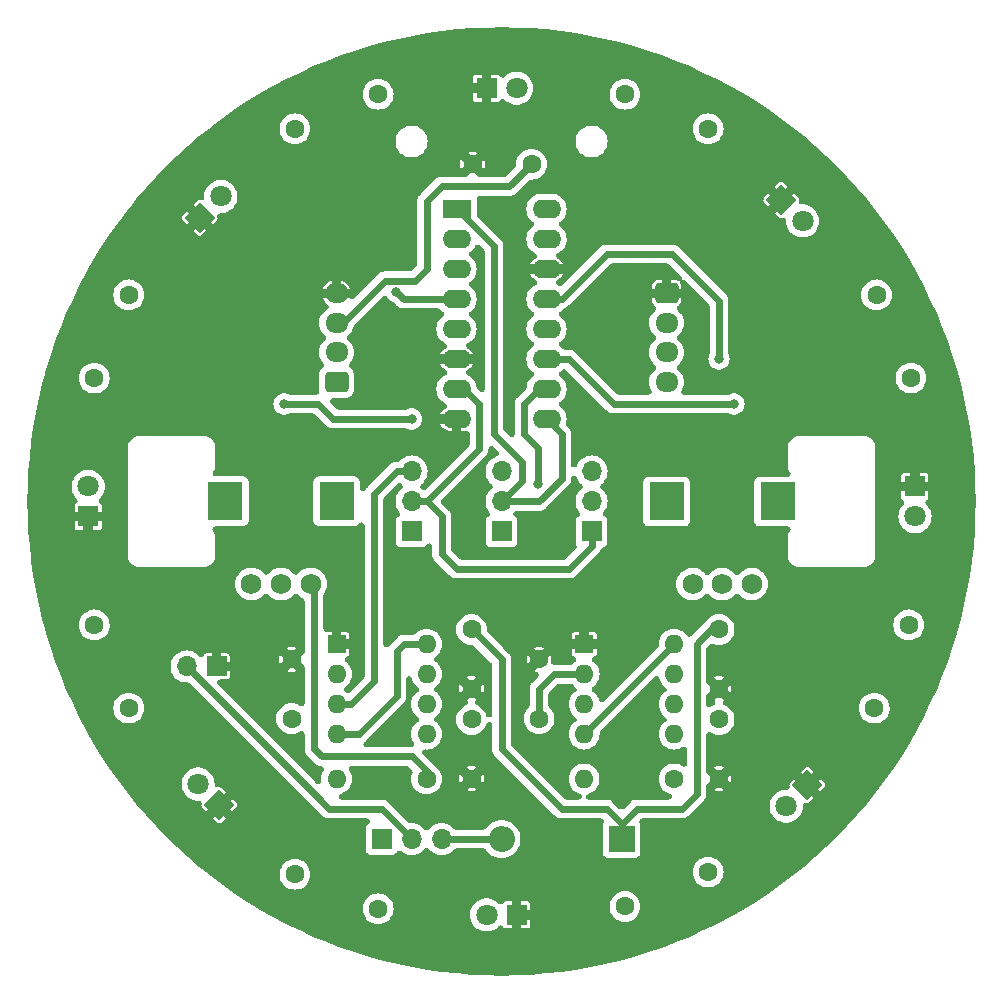
<source format=gtl>
G04 #@! TF.GenerationSoftware,KiCad,Pcbnew,7.0.9*
G04 #@! TF.CreationDate,2023-12-01T15:39:20+01:00*
G04 #@! TF.ProjectId,christmas,63687269-7374-46d6-9173-2e6b69636164,rev?*
G04 #@! TF.SameCoordinates,Original*
G04 #@! TF.FileFunction,Copper,L1,Top*
G04 #@! TF.FilePolarity,Positive*
%FSLAX46Y46*%
G04 Gerber Fmt 4.6, Leading zero omitted, Abs format (unit mm)*
G04 Created by KiCad (PCBNEW 7.0.9) date 2023-12-01 15:39:20*
%MOMM*%
%LPD*%
G01*
G04 APERTURE LIST*
G04 Aperture macros list*
%AMRoundRect*
0 Rectangle with rounded corners*
0 $1 Rounding radius*
0 $2 $3 $4 $5 $6 $7 $8 $9 X,Y pos of 4 corners*
0 Add a 4 corners polygon primitive as box body*
4,1,4,$2,$3,$4,$5,$6,$7,$8,$9,$2,$3,0*
0 Add four circle primitives for the rounded corners*
1,1,$1+$1,$2,$3*
1,1,$1+$1,$4,$5*
1,1,$1+$1,$6,$7*
1,1,$1+$1,$8,$9*
0 Add four rect primitives between the rounded corners*
20,1,$1+$1,$2,$3,$4,$5,0*
20,1,$1+$1,$4,$5,$6,$7,0*
20,1,$1+$1,$6,$7,$8,$9,0*
20,1,$1+$1,$8,$9,$2,$3,0*%
%AMHorizOval*
0 Thick line with rounded ends*
0 $1 width*
0 $2 $3 position (X,Y) of the first rounded end (center of the circle)*
0 $4 $5 position (X,Y) of the second rounded end (center of the circle)*
0 Add line between two ends*
20,1,$1,$2,$3,$4,$5,0*
0 Add two circle primitives to create the rounded ends*
1,1,$1,$2,$3*
1,1,$1,$4,$5*%
%AMRotRect*
0 Rectangle, with rotation*
0 The origin of the aperture is its center*
0 $1 length*
0 $2 width*
0 $3 Rotation angle, in degrees counterclockwise*
0 Add horizontal line*
21,1,$1,$2,0,0,$3*%
G04 Aperture macros list end*
G04 #@! TA.AperFunction,ComponentPad*
%ADD10R,2.200000X2.200000*%
G04 #@! TD*
G04 #@! TA.AperFunction,ComponentPad*
%ADD11O,2.200000X2.200000*%
G04 #@! TD*
G04 #@! TA.AperFunction,ComponentPad*
%ADD12R,1.800000X1.800000*%
G04 #@! TD*
G04 #@! TA.AperFunction,ComponentPad*
%ADD13C,1.800000*%
G04 #@! TD*
G04 #@! TA.AperFunction,ComponentPad*
%ADD14R,2.400000X1.600000*%
G04 #@! TD*
G04 #@! TA.AperFunction,ComponentPad*
%ADD15O,2.400000X1.600000*%
G04 #@! TD*
G04 #@! TA.AperFunction,ComponentPad*
%ADD16C,1.600000*%
G04 #@! TD*
G04 #@! TA.AperFunction,ComponentPad*
%ADD17O,1.600000X1.600000*%
G04 #@! TD*
G04 #@! TA.AperFunction,ComponentPad*
%ADD18HorizOval,1.600000X0.000000X0.000000X0.000000X0.000000X0*%
G04 #@! TD*
G04 #@! TA.AperFunction,ComponentPad*
%ADD19HorizOval,1.600000X0.000000X0.000000X0.000000X0.000000X0*%
G04 #@! TD*
G04 #@! TA.AperFunction,ComponentPad*
%ADD20HorizOval,1.600000X0.000000X0.000000X0.000000X0.000000X0*%
G04 #@! TD*
G04 #@! TA.AperFunction,ComponentPad*
%ADD21HorizOval,1.600000X0.000000X0.000000X0.000000X0.000000X0*%
G04 #@! TD*
G04 #@! TA.AperFunction,ComponentPad*
%ADD22HorizOval,1.600000X0.000000X0.000000X0.000000X0.000000X0*%
G04 #@! TD*
G04 #@! TA.AperFunction,ComponentPad*
%ADD23HorizOval,1.600000X0.000000X0.000000X0.000000X0.000000X0*%
G04 #@! TD*
G04 #@! TA.AperFunction,ComponentPad*
%ADD24R,1.700000X1.700000*%
G04 #@! TD*
G04 #@! TA.AperFunction,ComponentPad*
%ADD25O,1.700000X1.700000*%
G04 #@! TD*
G04 #@! TA.AperFunction,ComponentPad*
%ADD26R,3.000000X3.200000*%
G04 #@! TD*
G04 #@! TA.AperFunction,ComponentPad*
%ADD27C,1.750000*%
G04 #@! TD*
G04 #@! TA.AperFunction,ComponentPad*
%ADD28RotRect,1.800000X1.800000X315.000000*%
G04 #@! TD*
G04 #@! TA.AperFunction,ComponentPad*
%ADD29HorizOval,1.600000X0.000000X0.000000X0.000000X0.000000X0*%
G04 #@! TD*
G04 #@! TA.AperFunction,ComponentPad*
%ADD30RotRect,1.800000X1.800000X135.000000*%
G04 #@! TD*
G04 #@! TA.AperFunction,ComponentPad*
%ADD31R,1.600000X1.600000*%
G04 #@! TD*
G04 #@! TA.AperFunction,ComponentPad*
%ADD32RotRect,1.800000X1.800000X225.000000*%
G04 #@! TD*
G04 #@! TA.AperFunction,ComponentPad*
%ADD33RotRect,1.800000X1.800000X45.000000*%
G04 #@! TD*
G04 #@! TA.AperFunction,ComponentPad*
%ADD34HorizOval,1.600000X0.000000X0.000000X0.000000X0.000000X0*%
G04 #@! TD*
G04 #@! TA.AperFunction,ComponentPad*
%ADD35RoundRect,0.250000X0.725000X-0.600000X0.725000X0.600000X-0.725000X0.600000X-0.725000X-0.600000X0*%
G04 #@! TD*
G04 #@! TA.AperFunction,ComponentPad*
%ADD36O,1.950000X1.700000*%
G04 #@! TD*
G04 #@! TA.AperFunction,ComponentPad*
%ADD37RoundRect,0.250000X-0.725000X0.600000X-0.725000X-0.600000X0.725000X-0.600000X0.725000X0.600000X0*%
G04 #@! TD*
G04 #@! TA.AperFunction,ViaPad*
%ADD38C,0.800000*%
G04 #@! TD*
G04 #@! TA.AperFunction,Conductor*
%ADD39C,0.600000*%
G04 #@! TD*
G04 APERTURE END LIST*
D10*
X162560000Y-130175000D03*
D11*
X152400000Y-130175000D03*
D12*
X187400000Y-100330000D03*
D13*
X187400000Y-102870000D03*
D14*
X148590000Y-76835000D03*
D15*
X148590000Y-79375000D03*
X148590000Y-81915000D03*
X148590000Y-84455000D03*
X148590000Y-86995000D03*
X148590000Y-89535000D03*
X148590000Y-92075000D03*
X148590000Y-94615000D03*
X156210000Y-94615000D03*
X156210000Y-92075000D03*
X156210000Y-89535000D03*
X156210000Y-86995000D03*
X156210000Y-84455000D03*
X156210000Y-81915000D03*
X156210000Y-79375000D03*
X156210000Y-76835000D03*
D16*
X146050000Y-125095000D03*
D17*
X138430000Y-125095000D03*
D16*
X162850019Y-135890000D03*
D18*
X169889981Y-132973952D03*
D16*
X134620000Y-114975000D03*
X134620000Y-119975000D03*
X169889981Y-70038024D03*
D19*
X162850019Y-67121976D03*
D16*
X187066048Y-91149981D03*
D20*
X184150000Y-84110019D03*
D16*
X170815000Y-117435000D03*
X170815000Y-112435000D03*
D12*
X153670000Y-136600000D03*
D13*
X151130000Y-136600000D03*
D16*
X183961976Y-119089981D03*
D21*
X186878024Y-112050019D03*
D12*
X151130000Y-66600000D03*
D13*
X153670000Y-66600000D03*
D16*
X167005000Y-125095000D03*
D17*
X159385000Y-125095000D03*
D16*
X120838024Y-84110019D03*
D22*
X117921976Y-91149981D03*
D16*
X134910019Y-133161976D03*
D23*
X141949981Y-136078024D03*
D24*
X142240000Y-130175000D03*
D25*
X144780000Y-130175000D03*
X147320000Y-130175000D03*
D26*
X129030000Y-101585000D03*
X138430000Y-101585000D03*
D27*
X131230000Y-108585000D03*
X133730000Y-108585000D03*
X136230000Y-108585000D03*
D24*
X144780000Y-104140000D03*
D25*
X144780000Y-101600000D03*
X144780000Y-99060000D03*
D28*
X176094226Y-76048725D03*
D13*
X177890277Y-77844776D03*
D12*
X117400000Y-102870000D03*
D13*
X117400000Y-100330000D03*
D16*
X117921976Y-112050019D03*
D29*
X120838024Y-119089981D03*
D16*
X149945000Y-73040000D03*
X154945000Y-73040000D03*
X149860000Y-117435000D03*
X149860000Y-112435000D03*
D30*
X128508459Y-127316872D03*
D13*
X126712408Y-125520821D03*
D31*
X138440000Y-113675000D03*
D17*
X138440000Y-116215000D03*
X138440000Y-118755000D03*
X138440000Y-121295000D03*
X146060000Y-121295000D03*
X146060000Y-118755000D03*
X146060000Y-116215000D03*
X146060000Y-113675000D03*
D32*
X178296526Y-125601598D03*
D13*
X176500475Y-127397649D03*
D24*
X160020000Y-104140000D03*
D25*
X160020000Y-101600000D03*
X160020000Y-99060000D03*
D33*
X126838324Y-77573943D03*
D13*
X128634375Y-75777892D03*
D31*
X159395000Y-113675000D03*
D17*
X159395000Y-116215000D03*
X159395000Y-118755000D03*
X159395000Y-121295000D03*
X167015000Y-121295000D03*
X167015000Y-118755000D03*
X167015000Y-116215000D03*
X167015000Y-113675000D03*
D24*
X152400000Y-104140000D03*
D25*
X152400000Y-101600000D03*
X152400000Y-99060000D03*
D16*
X141949981Y-67121976D03*
D34*
X134910019Y-70038024D03*
D16*
X149860000Y-125055000D03*
X149860000Y-120055000D03*
X155575000Y-114975000D03*
X155575000Y-119975000D03*
X170815000Y-125055000D03*
X170815000Y-120055000D03*
D26*
X166370000Y-101600000D03*
X175770000Y-101600000D03*
D27*
X168570000Y-108600000D03*
X171070000Y-108600000D03*
X173570000Y-108600000D03*
D35*
X138430000Y-91480000D03*
D36*
X138430000Y-88980000D03*
X138430000Y-86480000D03*
X138430000Y-83980000D03*
D37*
X166370000Y-83980000D03*
D36*
X166370000Y-86480000D03*
X166370000Y-88980000D03*
X166370000Y-91480000D03*
D24*
X128270000Y-115570000D03*
D25*
X125730000Y-115570000D03*
D38*
X173355000Y-90805000D03*
X162560000Y-95885000D03*
X163830000Y-120015000D03*
X149225000Y-104775000D03*
X143510000Y-120650000D03*
X173355000Y-97790000D03*
X172085000Y-93345000D03*
X170815000Y-89535000D03*
X155472023Y-100112606D03*
X144778957Y-94613957D03*
X133985000Y-93345000D03*
X143503957Y-83826043D03*
D39*
X144777914Y-94615000D02*
X144778957Y-94613957D01*
X136895500Y-93345000D02*
X138165500Y-94615000D01*
X138165500Y-94615000D02*
X144777914Y-94615000D01*
X133985000Y-93345000D02*
X136895500Y-93345000D01*
X136525000Y-122555000D02*
X136525000Y-108880000D01*
X137160000Y-123190000D02*
X136525000Y-122555000D01*
X144780000Y-123190000D02*
X137160000Y-123190000D01*
X136525000Y-108880000D02*
X136230000Y-108585000D01*
X146050000Y-124460000D02*
X144780000Y-123190000D01*
X146050000Y-125095000D02*
X146050000Y-124460000D01*
X143510000Y-118110000D02*
X140325000Y-121295000D01*
X155575000Y-117475000D02*
X156835000Y-116215000D01*
X156835000Y-116215000D02*
X159395000Y-116215000D01*
X155575000Y-119975000D02*
X155575000Y-117475000D01*
X146050000Y-76200000D02*
X147320000Y-74930000D01*
X170140000Y-112435000D02*
X170815000Y-112435000D01*
X167640000Y-127635000D02*
X168910000Y-126365000D01*
X163830000Y-127635000D02*
X167640000Y-127635000D01*
X138430000Y-86480000D02*
X138945000Y-86480000D01*
X153055000Y-74930000D02*
X154945000Y-73040000D01*
X152400000Y-122555000D02*
X152400000Y-114975000D01*
X168910000Y-126365000D02*
X168910000Y-113665000D01*
X162560000Y-128905000D02*
X161290000Y-127635000D01*
X144135000Y-113675000D02*
X146060000Y-113675000D01*
X143510000Y-114300000D02*
X144135000Y-113675000D01*
X145058957Y-82926043D02*
X146050000Y-81935000D01*
X143510000Y-118110000D02*
X143510000Y-114300000D01*
X147320000Y-74930000D02*
X153055000Y-74930000D01*
X161290000Y-127635000D02*
X157480000Y-127635000D01*
X162560000Y-130175000D02*
X162560000Y-128905000D01*
X152400000Y-114975000D02*
X149860000Y-112435000D01*
X138945000Y-86480000D02*
X142498957Y-82926043D01*
X168910000Y-113665000D02*
X170140000Y-112435000D01*
X159395000Y-121295000D02*
X167015000Y-113675000D01*
X146050000Y-81935000D02*
X146050000Y-76200000D01*
X157480000Y-127635000D02*
X152400000Y-122555000D01*
X162560000Y-128905000D02*
X163830000Y-127635000D01*
X142498957Y-82926043D02*
X145058957Y-82926043D01*
X140325000Y-121295000D02*
X138440000Y-121295000D01*
X154140000Y-98260000D02*
X151765000Y-95885000D01*
X156210000Y-94615000D02*
X157480000Y-95885000D01*
X157480000Y-95885000D02*
X157480000Y-99696397D01*
X151765000Y-80010000D02*
X148590000Y-76835000D01*
X155576397Y-101600000D02*
X152400000Y-101600000D01*
X154140000Y-99860000D02*
X154140000Y-98260000D01*
X151765000Y-95885000D02*
X151765000Y-80010000D01*
X152400000Y-101600000D02*
X154140000Y-99860000D01*
X157480000Y-99696397D02*
X155576397Y-101600000D01*
X139690000Y-118755000D02*
X138440000Y-118755000D01*
X141605000Y-116840000D02*
X139690000Y-118755000D01*
X144780000Y-99060000D02*
X143510000Y-99060000D01*
X143510000Y-99060000D02*
X141605000Y-100965000D01*
X141605000Y-100965000D02*
X141605000Y-116840000D01*
X146050000Y-101600000D02*
X150495000Y-97155000D01*
X148590000Y-107315000D02*
X147320000Y-106045000D01*
X160020000Y-104140000D02*
X160020000Y-105410000D01*
X158115000Y-107315000D02*
X148590000Y-107315000D01*
X147320000Y-102870000D02*
X146050000Y-101600000D01*
X149225000Y-92075000D02*
X148590000Y-92075000D01*
X150495000Y-97155000D02*
X150495000Y-93345000D01*
X147320000Y-106045000D02*
X147320000Y-102870000D01*
X160020000Y-105410000D02*
X158115000Y-107315000D01*
X150495000Y-93345000D02*
X149225000Y-92075000D01*
X144780000Y-101600000D02*
X146050000Y-101600000D01*
X161915000Y-93345000D02*
X158105000Y-89535000D01*
X158105000Y-89535000D02*
X156210000Y-89535000D01*
X172085000Y-93345000D02*
X161915000Y-93345000D01*
X170815000Y-89535000D02*
X170815000Y-84613750D01*
X166846250Y-80645000D02*
X161290000Y-80645000D01*
X161290000Y-80645000D02*
X157480000Y-84455000D01*
X157480000Y-84455000D02*
X156210000Y-84455000D01*
X170815000Y-84613750D02*
X166846250Y-80645000D01*
X154305000Y-93345000D02*
X155575000Y-92075000D01*
X155472023Y-97052023D02*
X154305000Y-95885000D01*
X155472023Y-100112606D02*
X155472023Y-97052023D01*
X154305000Y-95885000D02*
X154305000Y-93345000D01*
X155575000Y-92075000D02*
X156210000Y-92075000D01*
X148590000Y-84455000D02*
X144132914Y-84455000D01*
X144132914Y-84455000D02*
X143503957Y-83826043D01*
X125730000Y-115570000D02*
X137795000Y-127635000D01*
X142240000Y-127635000D02*
X144780000Y-130175000D01*
X137795000Y-127635000D02*
X142240000Y-127635000D01*
X147320000Y-130175000D02*
X152400000Y-130175000D01*
G04 #@! TA.AperFunction,Conductor*
G36*
X144654788Y-116371821D02*
G01*
X144735570Y-116425797D01*
X144789546Y-116506579D01*
X144800014Y-116537417D01*
X144819060Y-116608497D01*
X144833261Y-116661496D01*
X144833262Y-116661499D01*
X144929428Y-116867727D01*
X144929436Y-116867741D01*
X145054545Y-117046416D01*
X145059953Y-117054139D01*
X145220861Y-117215047D01*
X145220864Y-117215049D01*
X145220865Y-117215050D01*
X145315096Y-117281031D01*
X145382280Y-117351212D01*
X145417493Y-117441761D01*
X145415374Y-117538893D01*
X145376245Y-117627820D01*
X145315096Y-117688969D01*
X145220865Y-117754949D01*
X145059949Y-117915865D01*
X144929436Y-118102258D01*
X144929428Y-118102272D01*
X144833262Y-118308500D01*
X144833261Y-118308503D01*
X144774365Y-118528305D01*
X144774363Y-118528320D01*
X144754532Y-118754994D01*
X144754532Y-118755005D01*
X144774363Y-118981679D01*
X144774365Y-118981694D01*
X144833261Y-119201496D01*
X144833262Y-119201499D01*
X144929428Y-119407727D01*
X144929436Y-119407741D01*
X145059949Y-119594134D01*
X145059953Y-119594139D01*
X145220861Y-119755047D01*
X145220864Y-119755049D01*
X145220865Y-119755050D01*
X145315096Y-119821031D01*
X145382280Y-119891212D01*
X145417493Y-119981761D01*
X145415374Y-120078893D01*
X145376245Y-120167820D01*
X145315096Y-120228969D01*
X145220865Y-120294949D01*
X145059949Y-120455865D01*
X144929436Y-120642258D01*
X144929428Y-120642272D01*
X144833262Y-120848500D01*
X144833261Y-120848503D01*
X144774365Y-121068305D01*
X144774363Y-121068320D01*
X144754532Y-121294994D01*
X144754532Y-121295005D01*
X144774363Y-121521679D01*
X144774365Y-121521694D01*
X144833261Y-121741496D01*
X144833262Y-121741499D01*
X144929428Y-121947727D01*
X144929432Y-121947735D01*
X144949988Y-121977091D01*
X144963731Y-121996719D01*
X144964404Y-121997679D01*
X145003533Y-122086606D01*
X145005652Y-122183738D01*
X144970440Y-122274287D01*
X144903256Y-122344469D01*
X144814329Y-122383598D01*
X144760435Y-122389500D01*
X140952020Y-122389500D01*
X140856732Y-122370546D01*
X140775950Y-122316570D01*
X140721974Y-122235788D01*
X140703020Y-122140500D01*
X140721974Y-122045212D01*
X140775950Y-121964430D01*
X140819543Y-121929666D01*
X140819619Y-121929617D01*
X140827262Y-121924816D01*
X140891041Y-121861037D01*
X140954817Y-121797262D01*
X144107825Y-118644253D01*
X144120210Y-118631868D01*
X144139816Y-118612262D01*
X144160166Y-118579874D01*
X144168233Y-118568502D01*
X144192091Y-118538587D01*
X144208690Y-118504116D01*
X144215435Y-118491913D01*
X144235789Y-118459522D01*
X144248421Y-118423418D01*
X144253762Y-118410525D01*
X144270360Y-118376061D01*
X144278874Y-118338756D01*
X144282736Y-118325354D01*
X144295368Y-118289255D01*
X144299650Y-118251242D01*
X144301989Y-118237481D01*
X144310500Y-118200194D01*
X144310500Y-118019806D01*
X144310500Y-116601867D01*
X144329454Y-116506579D01*
X144383430Y-116425797D01*
X144464212Y-116371821D01*
X144559500Y-116352867D01*
X144654788Y-116371821D01*
G37*
G04 #@! TD.AperFunction*
G04 #@! TA.AperFunction,Conductor*
G36*
X138054835Y-113800148D02*
G01*
X138112359Y-113913045D01*
X138201955Y-114002641D01*
X138314852Y-114060165D01*
X138408519Y-114075000D01*
X138289000Y-114075000D01*
X138193712Y-114056046D01*
X138112930Y-114002070D01*
X138058954Y-113921288D01*
X138040000Y-113826000D01*
X138040000Y-113706481D01*
X138054835Y-113800148D01*
G37*
G04 #@! TD.AperFunction*
G04 #@! TA.AperFunction,Conductor*
G36*
X151639788Y-96918672D02*
G01*
X151720570Y-96972648D01*
X152102752Y-97354830D01*
X152156728Y-97435612D01*
X152175682Y-97530900D01*
X152156728Y-97626188D01*
X152102752Y-97706970D01*
X152021970Y-97760946D01*
X151991128Y-97771415D01*
X151936344Y-97786094D01*
X151936333Y-97786098D01*
X151722177Y-97885961D01*
X151722169Y-97885965D01*
X151528600Y-98021504D01*
X151361504Y-98188600D01*
X151225965Y-98382169D01*
X151225961Y-98382177D01*
X151126098Y-98596333D01*
X151126097Y-98596335D01*
X151064935Y-98824598D01*
X151044341Y-99059994D01*
X151044341Y-99060005D01*
X151064935Y-99295401D01*
X151121339Y-99505908D01*
X151126097Y-99523663D01*
X151181490Y-99642453D01*
X151225965Y-99737830D01*
X151357145Y-99925175D01*
X151361505Y-99931401D01*
X151528599Y-100098495D01*
X151567925Y-100126031D01*
X151635107Y-100196209D01*
X151670321Y-100286758D01*
X151668202Y-100383890D01*
X151629074Y-100472818D01*
X151567928Y-100533965D01*
X151528603Y-100561501D01*
X151361504Y-100728600D01*
X151225965Y-100922169D01*
X151225961Y-100922177D01*
X151126098Y-101136333D01*
X151126097Y-101136335D01*
X151064935Y-101364598D01*
X151044341Y-101599994D01*
X151044341Y-101600000D01*
X151064935Y-101835401D01*
X151110873Y-102006848D01*
X151126097Y-102063663D01*
X151225965Y-102277830D01*
X151361505Y-102471401D01*
X151361506Y-102471402D01*
X151361507Y-102471403D01*
X151364849Y-102475387D01*
X151366849Y-102479034D01*
X151367741Y-102480307D01*
X151367601Y-102480404D01*
X151411577Y-102560566D01*
X151422151Y-102657144D01*
X151394961Y-102750417D01*
X151334147Y-102826185D01*
X151321431Y-102834868D01*
X151321927Y-102835531D01*
X151307670Y-102846203D01*
X151307669Y-102846204D01*
X151233319Y-102901861D01*
X151192455Y-102932453D01*
X151192453Y-102932455D01*
X151106204Y-103047669D01*
X151055908Y-103182518D01*
X151049500Y-103242123D01*
X151049500Y-105037865D01*
X151049500Y-105037868D01*
X151049501Y-105037872D01*
X151051567Y-105057093D01*
X151055908Y-105097480D01*
X151055909Y-105097484D01*
X151088823Y-105185731D01*
X151106204Y-105232331D01*
X151192454Y-105347546D01*
X151307669Y-105433796D01*
X151442517Y-105484091D01*
X151502127Y-105490500D01*
X153297872Y-105490499D01*
X153357483Y-105484091D01*
X153492331Y-105433796D01*
X153607546Y-105347546D01*
X153693796Y-105232331D01*
X153744091Y-105097483D01*
X153750500Y-105037873D01*
X153750499Y-103242128D01*
X153744091Y-103182517D01*
X153693796Y-103047669D01*
X153607546Y-102932454D01*
X153495843Y-102848833D01*
X153430921Y-102776556D01*
X153398599Y-102684935D01*
X153403800Y-102587919D01*
X153445731Y-102500279D01*
X153518009Y-102435356D01*
X153609630Y-102403034D01*
X153645065Y-102400500D01*
X155666589Y-102400500D01*
X155666591Y-102400500D01*
X155703884Y-102391987D01*
X155717639Y-102389650D01*
X155755652Y-102385368D01*
X155791751Y-102372736D01*
X155805153Y-102368874D01*
X155842458Y-102360360D01*
X155876922Y-102343762D01*
X155889815Y-102338421D01*
X155925919Y-102325789D01*
X155958310Y-102305435D01*
X155970513Y-102298690D01*
X156004984Y-102282091D01*
X156034899Y-102258233D01*
X156046271Y-102250166D01*
X156046720Y-102249883D01*
X156078659Y-102229816D01*
X156142438Y-102166037D01*
X156206214Y-102102262D01*
X158077825Y-100230650D01*
X158079740Y-100228735D01*
X158109816Y-100198659D01*
X158130166Y-100166271D01*
X158138233Y-100154899D01*
X158162091Y-100124984D01*
X158178690Y-100090513D01*
X158185435Y-100078310D01*
X158205789Y-100045919D01*
X158218421Y-100009815D01*
X158223762Y-99996922D01*
X158240360Y-99962458D01*
X158248874Y-99925153D01*
X158252736Y-99911751D01*
X158265368Y-99875652D01*
X158269650Y-99837639D01*
X158271989Y-99823878D01*
X158280500Y-99786591D01*
X158280500Y-99648353D01*
X158299454Y-99553065D01*
X158353430Y-99472283D01*
X158434212Y-99418307D01*
X158529500Y-99399353D01*
X158624788Y-99418307D01*
X158705570Y-99472283D01*
X158755169Y-99543118D01*
X158801491Y-99642455D01*
X158845965Y-99737830D01*
X158977145Y-99925175D01*
X158981505Y-99931401D01*
X159148599Y-100098495D01*
X159187925Y-100126031D01*
X159255107Y-100196209D01*
X159290321Y-100286758D01*
X159288202Y-100383890D01*
X159249074Y-100472818D01*
X159187928Y-100533965D01*
X159148603Y-100561501D01*
X158981504Y-100728600D01*
X158845965Y-100922169D01*
X158845961Y-100922177D01*
X158746098Y-101136333D01*
X158746097Y-101136335D01*
X158684935Y-101364598D01*
X158664341Y-101599994D01*
X158664341Y-101600000D01*
X158684935Y-101835401D01*
X158730873Y-102006848D01*
X158746097Y-102063663D01*
X158845965Y-102277830D01*
X158981505Y-102471401D01*
X158981506Y-102471402D01*
X158981507Y-102471403D01*
X158984849Y-102475387D01*
X158986849Y-102479034D01*
X158987741Y-102480307D01*
X158987601Y-102480404D01*
X159031577Y-102560566D01*
X159042151Y-102657144D01*
X159014961Y-102750417D01*
X158954147Y-102826185D01*
X158941431Y-102834868D01*
X158941927Y-102835531D01*
X158927670Y-102846203D01*
X158927669Y-102846204D01*
X158853319Y-102901861D01*
X158812455Y-102932453D01*
X158812453Y-102932455D01*
X158726204Y-103047669D01*
X158675908Y-103182518D01*
X158669500Y-103242123D01*
X158669500Y-105037865D01*
X158669500Y-105037868D01*
X158669501Y-105037872D01*
X158671567Y-105057093D01*
X158675908Y-105097480D01*
X158675909Y-105097484D01*
X158726204Y-105232331D01*
X158742199Y-105253698D01*
X158784129Y-105341339D01*
X158789328Y-105438355D01*
X158757006Y-105529975D01*
X158718933Y-105578986D01*
X157856352Y-106441569D01*
X157775570Y-106495546D01*
X157680282Y-106514500D01*
X149024718Y-106514500D01*
X148929430Y-106495546D01*
X148848648Y-106441570D01*
X148193430Y-105786352D01*
X148139454Y-105705570D01*
X148120500Y-105610282D01*
X148120500Y-102779808D01*
X148120500Y-102779806D01*
X148111986Y-102742505D01*
X148109651Y-102728759D01*
X148105368Y-102690745D01*
X148092729Y-102654627D01*
X148088874Y-102641242D01*
X148080360Y-102603939D01*
X148063763Y-102569476D01*
X148058425Y-102556591D01*
X148045789Y-102520478D01*
X148025433Y-102488082D01*
X148018686Y-102475874D01*
X148002091Y-102441413D01*
X147985015Y-102420000D01*
X147978245Y-102411510D01*
X147970164Y-102400122D01*
X147949816Y-102367738D01*
X147822262Y-102240184D01*
X147358148Y-101776070D01*
X147304172Y-101695288D01*
X147285218Y-101600000D01*
X147304172Y-101504712D01*
X147358148Y-101423930D01*
X151092825Y-97689253D01*
X151092826Y-97689252D01*
X151124816Y-97657262D01*
X151145166Y-97624874D01*
X151153233Y-97613502D01*
X151177091Y-97583587D01*
X151193692Y-97549113D01*
X151200430Y-97536921D01*
X151220789Y-97504522D01*
X151233427Y-97468400D01*
X151238762Y-97455524D01*
X151255359Y-97421061D01*
X151263867Y-97383777D01*
X151267736Y-97370352D01*
X151280368Y-97334255D01*
X151284651Y-97296230D01*
X151286986Y-97282490D01*
X151295500Y-97245194D01*
X151295500Y-97148718D01*
X151314454Y-97053430D01*
X151368430Y-96972648D01*
X151449212Y-96918672D01*
X151544500Y-96899718D01*
X151639788Y-96918672D01*
G37*
G04 #@! TD.AperFunction*
G04 #@! TA.AperFunction,Conductor*
G36*
X148836288Y-94233954D02*
G01*
X148917070Y-94287930D01*
X148971046Y-94368712D01*
X148990000Y-94464000D01*
X148990000Y-94583518D01*
X148975165Y-94489852D01*
X148917641Y-94376955D01*
X148828045Y-94287359D01*
X148715148Y-94229835D01*
X148621481Y-94215000D01*
X148741000Y-94215000D01*
X148836288Y-94233954D01*
G37*
G04 #@! TD.AperFunction*
G04 #@! TA.AperFunction,Conductor*
G36*
X150469757Y-79868073D02*
G01*
X150540597Y-79917675D01*
X150891570Y-80268648D01*
X150945546Y-80349430D01*
X150964500Y-80444718D01*
X150964500Y-92081282D01*
X150945546Y-92176570D01*
X150891570Y-92257352D01*
X150810788Y-92311328D01*
X150715500Y-92330282D01*
X150620212Y-92311328D01*
X150539430Y-92257352D01*
X150353644Y-92071566D01*
X150299668Y-91990784D01*
X150281662Y-91917201D01*
X150275635Y-91848308D01*
X150216739Y-91628504D01*
X150120568Y-91422266D01*
X150120565Y-91422262D01*
X150120563Y-91422258D01*
X149990050Y-91235865D01*
X149990049Y-91235864D01*
X149990047Y-91235861D01*
X149829139Y-91074953D01*
X149829135Y-91074950D01*
X149829134Y-91074949D01*
X149642741Y-90944436D01*
X149642731Y-90944430D01*
X149526846Y-90890392D01*
X149448496Y-90832943D01*
X149398095Y-90749884D01*
X149383316Y-90653860D01*
X149406409Y-90559489D01*
X149463858Y-90481139D01*
X149514704Y-90445122D01*
X149576175Y-90412266D01*
X149736047Y-90281061D01*
X149736061Y-90281047D01*
X149867266Y-90121174D01*
X149964766Y-89938763D01*
X149965908Y-89935000D01*
X148621481Y-89935000D01*
X148715148Y-89920165D01*
X148828045Y-89862641D01*
X148917641Y-89773045D01*
X148975165Y-89660148D01*
X148994986Y-89535000D01*
X148975165Y-89409852D01*
X148917641Y-89296955D01*
X148828045Y-89207359D01*
X148715148Y-89149835D01*
X148621481Y-89135000D01*
X149965908Y-89135000D01*
X149964766Y-89131236D01*
X149867266Y-88948825D01*
X149736061Y-88788952D01*
X149736047Y-88788938D01*
X149576174Y-88657733D01*
X149514702Y-88624876D01*
X149439600Y-88563241D01*
X149393801Y-88477559D01*
X149384278Y-88380871D01*
X149412480Y-88287900D01*
X149474115Y-88212798D01*
X149526842Y-88179609D01*
X149642734Y-88125568D01*
X149829139Y-87995047D01*
X149990047Y-87834139D01*
X150120568Y-87647734D01*
X150216739Y-87441496D01*
X150275635Y-87221692D01*
X150295468Y-86995000D01*
X150295468Y-86994994D01*
X150275636Y-86768320D01*
X150275635Y-86768308D01*
X150216739Y-86548504D01*
X150120568Y-86342266D01*
X150120565Y-86342262D01*
X150120563Y-86342258D01*
X149990050Y-86155865D01*
X149990049Y-86155864D01*
X149990047Y-86155861D01*
X149829139Y-85994953D01*
X149829133Y-85994949D01*
X149800561Y-85974942D01*
X149734902Y-85928968D01*
X149667719Y-85858789D01*
X149632506Y-85768240D01*
X149634625Y-85671108D01*
X149673753Y-85582181D01*
X149734902Y-85521031D01*
X149829139Y-85455047D01*
X149990047Y-85294139D01*
X150120568Y-85107734D01*
X150216739Y-84901496D01*
X150275635Y-84681692D01*
X150286587Y-84556515D01*
X150295468Y-84455005D01*
X150295468Y-84454994D01*
X150275636Y-84228320D01*
X150275635Y-84228308D01*
X150216739Y-84008504D01*
X150120568Y-83802266D01*
X150120565Y-83802262D01*
X150120563Y-83802258D01*
X149990050Y-83615865D01*
X149990049Y-83615864D01*
X149990047Y-83615861D01*
X149829139Y-83454953D01*
X149829133Y-83454949D01*
X149758512Y-83405500D01*
X149734902Y-83388968D01*
X149667719Y-83318789D01*
X149632506Y-83228240D01*
X149634625Y-83131108D01*
X149673753Y-83042181D01*
X149734902Y-82981031D01*
X149829139Y-82915047D01*
X149990047Y-82754139D01*
X150120568Y-82567734D01*
X150216739Y-82361496D01*
X150275635Y-82141692D01*
X150295468Y-81915000D01*
X150295468Y-81914994D01*
X150275636Y-81688320D01*
X150275635Y-81688308D01*
X150216739Y-81468504D01*
X150120568Y-81262266D01*
X150120565Y-81262262D01*
X150120563Y-81262258D01*
X149990050Y-81075865D01*
X149990049Y-81075864D01*
X149990047Y-81075861D01*
X149829139Y-80914953D01*
X149829133Y-80914949D01*
X149747171Y-80857559D01*
X149734902Y-80848968D01*
X149667719Y-80778789D01*
X149632506Y-80688240D01*
X149634625Y-80591108D01*
X149673753Y-80502181D01*
X149734902Y-80441031D01*
X149829139Y-80375047D01*
X149990047Y-80214139D01*
X150120568Y-80027734D01*
X150138858Y-79988510D01*
X150196303Y-79910165D01*
X150279362Y-79859762D01*
X150375386Y-79844982D01*
X150469757Y-79868073D01*
G37*
G04 #@! TD.AperFunction*
G04 #@! TA.AperFunction,Conductor*
G36*
X153660812Y-61480306D02*
G01*
X154920380Y-61539706D01*
X156177461Y-61638641D01*
X157430813Y-61777012D01*
X158679201Y-61954684D01*
X159921392Y-62171481D01*
X161156161Y-62427189D01*
X162382288Y-62721556D01*
X163598564Y-63054292D01*
X164803788Y-63425067D01*
X165996771Y-63833516D01*
X167176335Y-64279237D01*
X168341318Y-64761788D01*
X169490568Y-65280695D01*
X170622951Y-65835444D01*
X171737352Y-66425488D01*
X172832668Y-67050245D01*
X173907820Y-67709099D01*
X174961746Y-68401399D01*
X175993406Y-69126462D01*
X177001783Y-69883573D01*
X177985880Y-70671984D01*
X178944728Y-71490917D01*
X179877379Y-72339564D01*
X180782913Y-73217087D01*
X181660436Y-74122621D01*
X182509083Y-75055272D01*
X183328016Y-76014120D01*
X184116427Y-76998217D01*
X184873538Y-78006594D01*
X185598601Y-79038254D01*
X186290901Y-80092180D01*
X186949755Y-81167332D01*
X187574512Y-82262648D01*
X188164556Y-83377049D01*
X188634690Y-84336711D01*
X188719305Y-84509432D01*
X189238212Y-85658682D01*
X189720763Y-86823665D01*
X190166484Y-88003229D01*
X190574933Y-89196212D01*
X190945708Y-90401436D01*
X191278444Y-91617712D01*
X191572811Y-92843839D01*
X191828519Y-94078608D01*
X192045316Y-95320799D01*
X192222988Y-96569187D01*
X192361359Y-97822539D01*
X192460294Y-99079620D01*
X192519694Y-100339188D01*
X192539500Y-101600000D01*
X192519694Y-102860812D01*
X192460294Y-104120380D01*
X192361359Y-105377461D01*
X192222988Y-106630813D01*
X192045316Y-107879201D01*
X191828519Y-109121392D01*
X191572811Y-110356161D01*
X191278444Y-111582288D01*
X190974106Y-112694758D01*
X190945708Y-112798564D01*
X190574933Y-114003788D01*
X190166484Y-115196771D01*
X189720763Y-116376335D01*
X189238212Y-117541318D01*
X188719305Y-118690568D01*
X188164556Y-119822951D01*
X187574512Y-120937352D01*
X186949755Y-122032668D01*
X186290901Y-123107820D01*
X185598601Y-124161746D01*
X184873538Y-125193406D01*
X184116427Y-126201783D01*
X183328016Y-127185880D01*
X182509083Y-128144728D01*
X181660436Y-129077379D01*
X180782913Y-129982913D01*
X179877379Y-130860436D01*
X178944728Y-131709083D01*
X177985880Y-132528016D01*
X177001783Y-133316427D01*
X175993406Y-134073538D01*
X174961746Y-134798601D01*
X173907820Y-135490901D01*
X172832668Y-136149755D01*
X171737352Y-136774512D01*
X170622951Y-137364556D01*
X169556652Y-137886931D01*
X169490568Y-137919305D01*
X168341318Y-138438212D01*
X167176335Y-138920763D01*
X165996771Y-139366484D01*
X164803788Y-139774933D01*
X163598564Y-140145708D01*
X162382288Y-140478444D01*
X161156161Y-140772811D01*
X159921392Y-141028519D01*
X158679201Y-141245316D01*
X157430813Y-141422988D01*
X156177461Y-141561359D01*
X154920380Y-141660294D01*
X153660812Y-141719694D01*
X152400000Y-141739500D01*
X151139188Y-141719694D01*
X149879620Y-141660294D01*
X148622539Y-141561359D01*
X147369187Y-141422988D01*
X146120799Y-141245316D01*
X144878608Y-141028519D01*
X143643839Y-140772811D01*
X142417712Y-140478444D01*
X141201436Y-140145708D01*
X139996212Y-139774933D01*
X138803229Y-139366484D01*
X137623665Y-138920763D01*
X136458682Y-138438212D01*
X135309432Y-137919305D01*
X135243348Y-137886931D01*
X134177049Y-137364556D01*
X133062648Y-136774512D01*
X131967332Y-136149755D01*
X131850286Y-136078029D01*
X140644513Y-136078029D01*
X140664344Y-136304703D01*
X140664346Y-136304718D01*
X140723242Y-136524520D01*
X140723243Y-136524523D01*
X140819409Y-136730751D01*
X140819417Y-136730765D01*
X140926531Y-136883740D01*
X140949934Y-136917163D01*
X141110842Y-137078071D01*
X141110845Y-137078073D01*
X141110846Y-137078074D01*
X141297239Y-137208587D01*
X141297243Y-137208589D01*
X141297247Y-137208592D01*
X141503485Y-137304763D01*
X141723289Y-137363659D01*
X141733542Y-137364556D01*
X141949975Y-137383492D01*
X141949981Y-137383492D01*
X141949987Y-137383492D01*
X142129649Y-137367773D01*
X142176673Y-137363659D01*
X142396477Y-137304763D01*
X142602715Y-137208592D01*
X142789120Y-137078071D01*
X142950028Y-136917163D01*
X143080549Y-136730758D01*
X143141523Y-136600000D01*
X149724700Y-136600000D01*
X149743866Y-136831308D01*
X149743868Y-136831315D01*
X149800841Y-137056293D01*
X149800842Y-137056297D01*
X149894074Y-137268846D01*
X150021019Y-137463151D01*
X150021022Y-137463155D01*
X150144735Y-137597543D01*
X150178216Y-137633913D01*
X150361374Y-137776470D01*
X150458863Y-137829228D01*
X150565487Y-137886931D01*
X150565489Y-137886931D01*
X150565497Y-137886936D01*
X150785019Y-137962298D01*
X151013951Y-138000500D01*
X151246049Y-138000500D01*
X151474981Y-137962298D01*
X151694503Y-137886936D01*
X151898626Y-137776470D01*
X152081784Y-137633913D01*
X152143807Y-137566537D01*
X152222287Y-137509270D01*
X152316711Y-137486395D01*
X152412701Y-137501395D01*
X152495644Y-137551986D01*
X152534037Y-137596844D01*
X152589760Y-137680239D01*
X152589762Y-137680241D01*
X152672455Y-137735495D01*
X152745371Y-137749999D01*
X152745376Y-137750000D01*
X153269999Y-137750000D01*
X153270000Y-137749999D01*
X154070000Y-137749999D01*
X154070001Y-137750000D01*
X154594624Y-137750000D01*
X154594628Y-137749999D01*
X154667543Y-137735495D01*
X154667544Y-137735495D01*
X154750237Y-137680241D01*
X154750241Y-137680237D01*
X154805495Y-137597544D01*
X154805495Y-137597543D01*
X154819999Y-137524628D01*
X154820000Y-137524623D01*
X154820000Y-137000001D01*
X154819999Y-137000000D01*
X154070001Y-137000000D01*
X154070000Y-137000001D01*
X154070000Y-137749999D01*
X153270000Y-137749999D01*
X153270000Y-136812541D01*
X153275887Y-136827541D01*
X153360465Y-136933599D01*
X153472547Y-137010016D01*
X153602173Y-137050000D01*
X153703724Y-137050000D01*
X153804138Y-137034865D01*
X153926357Y-136976007D01*
X154025798Y-136883740D01*
X154093625Y-136766260D01*
X154123810Y-136634008D01*
X154113673Y-136498735D01*
X154064113Y-136372459D01*
X153979535Y-136266401D01*
X153882142Y-136199999D01*
X154070000Y-136199999D01*
X154070001Y-136200000D01*
X154819999Y-136200000D01*
X154820000Y-136199999D01*
X154820000Y-135890005D01*
X161544551Y-135890005D01*
X161564382Y-136116679D01*
X161564384Y-136116694D01*
X161623280Y-136336496D01*
X161623281Y-136336499D01*
X161719447Y-136542727D01*
X161719455Y-136542741D01*
X161849968Y-136729134D01*
X161849972Y-136729139D01*
X162010880Y-136890047D01*
X162010883Y-136890049D01*
X162010884Y-136890050D01*
X162197277Y-137020563D01*
X162197281Y-137020565D01*
X162197285Y-137020568D01*
X162197289Y-137020569D01*
X162197291Y-137020571D01*
X162273912Y-137056300D01*
X162403523Y-137116739D01*
X162623327Y-137175635D01*
X162643003Y-137177356D01*
X162850013Y-137195468D01*
X162850019Y-137195468D01*
X162850025Y-137195468D01*
X163029687Y-137179749D01*
X163076711Y-137175635D01*
X163296515Y-137116739D01*
X163502753Y-137020568D01*
X163689158Y-136890047D01*
X163850066Y-136729139D01*
X163980587Y-136542734D01*
X164076758Y-136336496D01*
X164135654Y-136116692D01*
X164155487Y-135890000D01*
X164155487Y-135889994D01*
X164136402Y-135671854D01*
X164135654Y-135663308D01*
X164076758Y-135443504D01*
X164015934Y-135313068D01*
X163980590Y-135237272D01*
X163980582Y-135237258D01*
X163850069Y-135050865D01*
X163850068Y-135050864D01*
X163850066Y-135050861D01*
X163689158Y-134889953D01*
X163689154Y-134889950D01*
X163689153Y-134889949D01*
X163502760Y-134759436D01*
X163502746Y-134759428D01*
X163296518Y-134663262D01*
X163296515Y-134663261D01*
X163076713Y-134604365D01*
X163076698Y-134604363D01*
X162850025Y-134584532D01*
X162850013Y-134584532D01*
X162623339Y-134604363D01*
X162623324Y-134604365D01*
X162403522Y-134663261D01*
X162403519Y-134663262D01*
X162197291Y-134759428D01*
X162197277Y-134759436D01*
X162010884Y-134889949D01*
X161849968Y-135050865D01*
X161719455Y-135237258D01*
X161719447Y-135237272D01*
X161623281Y-135443500D01*
X161623280Y-135443503D01*
X161564384Y-135663305D01*
X161564382Y-135663320D01*
X161544551Y-135889994D01*
X161544551Y-135890005D01*
X154820000Y-135890005D01*
X154820000Y-135675376D01*
X154819999Y-135675371D01*
X154805495Y-135602456D01*
X154805495Y-135602455D01*
X154750241Y-135519762D01*
X154750237Y-135519758D01*
X154667544Y-135464504D01*
X154594628Y-135450000D01*
X154070001Y-135450000D01*
X154070000Y-135450001D01*
X154070000Y-136199999D01*
X153882142Y-136199999D01*
X153867453Y-136189984D01*
X153737827Y-136150000D01*
X153636276Y-136150000D01*
X153535862Y-136165135D01*
X153413643Y-136223993D01*
X153314202Y-136316260D01*
X153270000Y-136392820D01*
X153270000Y-135450001D01*
X153269999Y-135450000D01*
X152745371Y-135450000D01*
X152672456Y-135464504D01*
X152672455Y-135464504D01*
X152589762Y-135519758D01*
X152589756Y-135519764D01*
X152534036Y-135603155D01*
X152465336Y-135671854D01*
X152375577Y-135709033D01*
X152278422Y-135709032D01*
X152188663Y-135671852D01*
X152143807Y-135633461D01*
X152081786Y-135566089D01*
X152081779Y-135566083D01*
X151898628Y-135423531D01*
X151694512Y-135313068D01*
X151694507Y-135313066D01*
X151694503Y-135313064D01*
X151474981Y-135237702D01*
X151474978Y-135237701D01*
X151474974Y-135237700D01*
X151246049Y-135199500D01*
X151013951Y-135199500D01*
X150785025Y-135237700D01*
X150785019Y-135237701D01*
X150785019Y-135237702D01*
X150565497Y-135313064D01*
X150565494Y-135313065D01*
X150565487Y-135313068D01*
X150361371Y-135423531D01*
X150178220Y-135566083D01*
X150178214Y-135566088D01*
X150021022Y-135736844D01*
X150021019Y-135736848D01*
X149894074Y-135931153D01*
X149800842Y-136143702D01*
X149800841Y-136143706D01*
X149743868Y-136368684D01*
X149743866Y-136368691D01*
X149724700Y-136600000D01*
X143141523Y-136600000D01*
X143176720Y-136524520D01*
X143235616Y-136304716D01*
X143242678Y-136223993D01*
X143255449Y-136078029D01*
X143255449Y-136078018D01*
X143235617Y-135851344D01*
X143235616Y-135851332D01*
X143176720Y-135631528D01*
X143092072Y-135450000D01*
X143080552Y-135425296D01*
X143080544Y-135425282D01*
X142950031Y-135238889D01*
X142950030Y-135238888D01*
X142950028Y-135238885D01*
X142789120Y-135077977D01*
X142789116Y-135077974D01*
X142789115Y-135077973D01*
X142602722Y-134947460D01*
X142602708Y-134947452D01*
X142396480Y-134851286D01*
X142396477Y-134851285D01*
X142176675Y-134792389D01*
X142176660Y-134792387D01*
X141949987Y-134772556D01*
X141949975Y-134772556D01*
X141723301Y-134792387D01*
X141723286Y-134792389D01*
X141503484Y-134851285D01*
X141503481Y-134851286D01*
X141297253Y-134947452D01*
X141297239Y-134947460D01*
X141110846Y-135077973D01*
X140949930Y-135238889D01*
X140819417Y-135425282D01*
X140819409Y-135425296D01*
X140723243Y-135631524D01*
X140723242Y-135631527D01*
X140664346Y-135851329D01*
X140664344Y-135851344D01*
X140644513Y-136078018D01*
X140644513Y-136078029D01*
X131850286Y-136078029D01*
X130892180Y-135490901D01*
X129838254Y-134798601D01*
X128806594Y-134073538D01*
X127798217Y-133316427D01*
X127605437Y-133161981D01*
X133604551Y-133161981D01*
X133624382Y-133388655D01*
X133624384Y-133388670D01*
X133683280Y-133608472D01*
X133683281Y-133608475D01*
X133779447Y-133814703D01*
X133779455Y-133814717D01*
X133890985Y-133973999D01*
X133909972Y-134001115D01*
X134070880Y-134162023D01*
X134070883Y-134162025D01*
X134070884Y-134162026D01*
X134257277Y-134292539D01*
X134257281Y-134292541D01*
X134257285Y-134292544D01*
X134463523Y-134388715D01*
X134683327Y-134447611D01*
X134703003Y-134449332D01*
X134910013Y-134467444D01*
X134910019Y-134467444D01*
X134910025Y-134467444D01*
X135089687Y-134451725D01*
X135136711Y-134447611D01*
X135356515Y-134388715D01*
X135562753Y-134292544D01*
X135749158Y-134162023D01*
X135910066Y-134001115D01*
X136040587Y-133814710D01*
X136136758Y-133608472D01*
X136195654Y-133388668D01*
X136215487Y-133161976D01*
X136215487Y-133161970D01*
X136199038Y-132973957D01*
X168584513Y-132973957D01*
X168604344Y-133200631D01*
X168604346Y-133200646D01*
X168663242Y-133420448D01*
X168663243Y-133420451D01*
X168759409Y-133626679D01*
X168759417Y-133626693D01*
X168889930Y-133813086D01*
X168889934Y-133813091D01*
X169050842Y-133973999D01*
X169050845Y-133974001D01*
X169050846Y-133974002D01*
X169237239Y-134104515D01*
X169237243Y-134104517D01*
X169237247Y-134104520D01*
X169443485Y-134200691D01*
X169663289Y-134259587D01*
X169682965Y-134261308D01*
X169889975Y-134279420D01*
X169889981Y-134279420D01*
X169889987Y-134279420D01*
X170069649Y-134263701D01*
X170116673Y-134259587D01*
X170336477Y-134200691D01*
X170542715Y-134104520D01*
X170729120Y-133973999D01*
X170890028Y-133813091D01*
X171020549Y-133626686D01*
X171116720Y-133420448D01*
X171175616Y-133200644D01*
X171195449Y-132973952D01*
X171195449Y-132973946D01*
X171175617Y-132747272D01*
X171175616Y-132747260D01*
X171116720Y-132527456D01*
X171020549Y-132321218D01*
X171020546Y-132321214D01*
X171020544Y-132321210D01*
X170890031Y-132134817D01*
X170890030Y-132134816D01*
X170890028Y-132134813D01*
X170729120Y-131973905D01*
X170729116Y-131973902D01*
X170729115Y-131973901D01*
X170542722Y-131843388D01*
X170542708Y-131843380D01*
X170336480Y-131747214D01*
X170336477Y-131747213D01*
X170116675Y-131688317D01*
X170116660Y-131688315D01*
X169889987Y-131668484D01*
X169889975Y-131668484D01*
X169663301Y-131688315D01*
X169663286Y-131688317D01*
X169443484Y-131747213D01*
X169443481Y-131747214D01*
X169237253Y-131843380D01*
X169237239Y-131843388D01*
X169050846Y-131973901D01*
X168889930Y-132134817D01*
X168759417Y-132321210D01*
X168759409Y-132321224D01*
X168663243Y-132527452D01*
X168663242Y-132527455D01*
X168604346Y-132747257D01*
X168604344Y-132747272D01*
X168584513Y-132973946D01*
X168584513Y-132973957D01*
X136199038Y-132973957D01*
X136195655Y-132935296D01*
X136195654Y-132935284D01*
X136136758Y-132715480D01*
X136049342Y-132528016D01*
X136040590Y-132509248D01*
X136040582Y-132509234D01*
X135910069Y-132322841D01*
X135910068Y-132322840D01*
X135910066Y-132322837D01*
X135749158Y-132161929D01*
X135749154Y-132161926D01*
X135749153Y-132161925D01*
X135562760Y-132031412D01*
X135562746Y-132031404D01*
X135356518Y-131935238D01*
X135356515Y-131935237D01*
X135136713Y-131876341D01*
X135136698Y-131876339D01*
X134910025Y-131856508D01*
X134910013Y-131856508D01*
X134683339Y-131876339D01*
X134683324Y-131876341D01*
X134463522Y-131935237D01*
X134463519Y-131935238D01*
X134257291Y-132031404D01*
X134257277Y-132031412D01*
X134070884Y-132161925D01*
X133909968Y-132322841D01*
X133779455Y-132509234D01*
X133779447Y-132509248D01*
X133683281Y-132715476D01*
X133683280Y-132715479D01*
X133624384Y-132935281D01*
X133624382Y-132935296D01*
X133604551Y-133161970D01*
X133604551Y-133161981D01*
X127605437Y-133161981D01*
X126814120Y-132528016D01*
X125855272Y-131709083D01*
X124922621Y-130860436D01*
X124017087Y-129982913D01*
X123139564Y-129077379D01*
X122534922Y-128412886D01*
X127978128Y-128412886D01*
X128349098Y-128783856D01*
X128410913Y-128825159D01*
X128508457Y-128844562D01*
X128508461Y-128844562D01*
X128606004Y-128825159D01*
X128667823Y-128783853D01*
X128667826Y-128783851D01*
X129038788Y-128412887D01*
X128508458Y-127882557D01*
X127978128Y-128412886D01*
X122534922Y-128412886D01*
X122290917Y-128144728D01*
X121471984Y-127185880D01*
X120683573Y-126201783D01*
X120172292Y-125520821D01*
X125307108Y-125520821D01*
X125326274Y-125752129D01*
X125326276Y-125752136D01*
X125372365Y-125934134D01*
X125383251Y-125977121D01*
X125389937Y-125992364D01*
X125476482Y-126189667D01*
X125603427Y-126383972D01*
X125603430Y-126383976D01*
X125760622Y-126554732D01*
X125760628Y-126554737D01*
X125922578Y-126680788D01*
X125943782Y-126697291D01*
X126035448Y-126746898D01*
X126147895Y-126807752D01*
X126147897Y-126807752D01*
X126147905Y-126807757D01*
X126367427Y-126883119D01*
X126596359Y-126921321D01*
X126756042Y-126921321D01*
X126851330Y-126940275D01*
X126932112Y-126994251D01*
X126986088Y-127075033D01*
X127005042Y-127170321D01*
X127000257Y-127218899D01*
X126980769Y-127316870D01*
X126980769Y-127316873D01*
X127000171Y-127414417D01*
X127041474Y-127476232D01*
X127412443Y-127847201D01*
X128077677Y-127181967D01*
X128054649Y-127282864D01*
X128064786Y-127418137D01*
X128114346Y-127544413D01*
X128198924Y-127650471D01*
X128311006Y-127726888D01*
X128440632Y-127766872D01*
X128542183Y-127766872D01*
X128642597Y-127751737D01*
X128764816Y-127692879D01*
X128864257Y-127600612D01*
X128932084Y-127483132D01*
X128962269Y-127350880D01*
X128959720Y-127316871D01*
X129074144Y-127316871D01*
X129604474Y-127847201D01*
X129975438Y-127476239D01*
X129975440Y-127476236D01*
X130016746Y-127414417D01*
X130036149Y-127316873D01*
X130036149Y-127316870D01*
X130016746Y-127219326D01*
X129975443Y-127157511D01*
X129604473Y-126786541D01*
X129074144Y-127316871D01*
X128959720Y-127316871D01*
X128952132Y-127215607D01*
X128902572Y-127089331D01*
X128817994Y-126983273D01*
X128705912Y-126906856D01*
X128576286Y-126866872D01*
X128474735Y-126866872D01*
X128378227Y-126881418D01*
X128501388Y-126758258D01*
X129038788Y-126220856D01*
X128667819Y-125849887D01*
X128606004Y-125808584D01*
X128508461Y-125789182D01*
X128508459Y-125789182D01*
X128412555Y-125808258D01*
X128315400Y-125808257D01*
X128225641Y-125771077D01*
X128156942Y-125702378D01*
X128119763Y-125612618D01*
X128115830Y-125543480D01*
X128117708Y-125520821D01*
X128098542Y-125289516D01*
X128041565Y-125064521D01*
X127948332Y-124851972D01*
X127821387Y-124657668D01*
X127821385Y-124657665D01*
X127664193Y-124486909D01*
X127664187Y-124486904D01*
X127481036Y-124344352D01*
X127276920Y-124233889D01*
X127276915Y-124233887D01*
X127276911Y-124233885D01*
X127057389Y-124158523D01*
X127057386Y-124158522D01*
X127057382Y-124158521D01*
X126828457Y-124120321D01*
X126596359Y-124120321D01*
X126367433Y-124158521D01*
X126367427Y-124158522D01*
X126367427Y-124158523D01*
X126147905Y-124233885D01*
X126147902Y-124233886D01*
X126147895Y-124233889D01*
X125943779Y-124344352D01*
X125760628Y-124486904D01*
X125760622Y-124486909D01*
X125603430Y-124657665D01*
X125603427Y-124657669D01*
X125476482Y-124851974D01*
X125383250Y-125064523D01*
X125383249Y-125064527D01*
X125326276Y-125289505D01*
X125326274Y-125289512D01*
X125307108Y-125520821D01*
X120172292Y-125520821D01*
X119926462Y-125193406D01*
X119201399Y-124161746D01*
X118509099Y-123107820D01*
X117850245Y-122032668D01*
X117225488Y-120937352D01*
X116635444Y-119822951D01*
X116276368Y-119089986D01*
X119532556Y-119089986D01*
X119552387Y-119316660D01*
X119552389Y-119316675D01*
X119611285Y-119536477D01*
X119611286Y-119536480D01*
X119707452Y-119742708D01*
X119707460Y-119742722D01*
X119837973Y-119929115D01*
X119837977Y-119929120D01*
X119998885Y-120090028D01*
X119998888Y-120090030D01*
X119998889Y-120090031D01*
X120185282Y-120220544D01*
X120185286Y-120220546D01*
X120185290Y-120220549D01*
X120185294Y-120220550D01*
X120185296Y-120220552D01*
X120277501Y-120263548D01*
X120391528Y-120316720D01*
X120611332Y-120375616D01*
X120631008Y-120377337D01*
X120838018Y-120395449D01*
X120838024Y-120395449D01*
X120838030Y-120395449D01*
X121017692Y-120379730D01*
X121064716Y-120375616D01*
X121284520Y-120316720D01*
X121490758Y-120220549D01*
X121677163Y-120090028D01*
X121838071Y-119929120D01*
X121968592Y-119742715D01*
X122064763Y-119536477D01*
X122123659Y-119316673D01*
X122132479Y-119215861D01*
X122143492Y-119089986D01*
X122143492Y-119089975D01*
X122123660Y-118863301D01*
X122123659Y-118863289D01*
X122064763Y-118643485D01*
X122015848Y-118538587D01*
X121968595Y-118437253D01*
X121968587Y-118437239D01*
X121838074Y-118250846D01*
X121838073Y-118250845D01*
X121838071Y-118250842D01*
X121677163Y-118089934D01*
X121677159Y-118089931D01*
X121677158Y-118089930D01*
X121490765Y-117959417D01*
X121490751Y-117959409D01*
X121284523Y-117863243D01*
X121284520Y-117863242D01*
X121064718Y-117804346D01*
X121064703Y-117804344D01*
X120838030Y-117784513D01*
X120838018Y-117784513D01*
X120611344Y-117804344D01*
X120611329Y-117804346D01*
X120391527Y-117863242D01*
X120391524Y-117863243D01*
X120185296Y-117959409D01*
X120185282Y-117959417D01*
X119998889Y-118089930D01*
X119837973Y-118250846D01*
X119707460Y-118437239D01*
X119707452Y-118437253D01*
X119611286Y-118643481D01*
X119611285Y-118643484D01*
X119552389Y-118863286D01*
X119552387Y-118863301D01*
X119532556Y-119089975D01*
X119532556Y-119089986D01*
X116276368Y-119089986D01*
X116080695Y-118690568D01*
X115561788Y-117541318D01*
X115079237Y-116376335D01*
X114774550Y-115570005D01*
X124374341Y-115570005D01*
X124394935Y-115805401D01*
X124450656Y-116013359D01*
X124456097Y-116033663D01*
X124493647Y-116114188D01*
X124555965Y-116247830D01*
X124682560Y-116428627D01*
X124691505Y-116441401D01*
X124858599Y-116608495D01*
X125052170Y-116744035D01*
X125266337Y-116843903D01*
X125494592Y-116905063D01*
X125494595Y-116905063D01*
X125494598Y-116905064D01*
X125729995Y-116925659D01*
X125730000Y-116925659D01*
X125730001Y-116925659D01*
X125741331Y-116924667D01*
X125819923Y-116917791D01*
X125916498Y-116928367D01*
X126001677Y-116975096D01*
X126017695Y-116989773D01*
X137165183Y-128137262D01*
X137288722Y-128260800D01*
X137292738Y-128264816D01*
X137325126Y-128285166D01*
X137336505Y-128293240D01*
X137357060Y-128309632D01*
X137366411Y-128317090D01*
X137366414Y-128317092D01*
X137400876Y-128333688D01*
X137413085Y-128340435D01*
X137445478Y-128360789D01*
X137481585Y-128373423D01*
X137494474Y-128378763D01*
X137528939Y-128395360D01*
X137566242Y-128403874D01*
X137579627Y-128407729D01*
X137615745Y-128420368D01*
X137653759Y-128424651D01*
X137667505Y-128426986D01*
X137704806Y-128435500D01*
X137750046Y-128435500D01*
X140994935Y-128435500D01*
X141090223Y-128454454D01*
X141171005Y-128508430D01*
X141224981Y-128589212D01*
X141243935Y-128684500D01*
X141224981Y-128779788D01*
X141171005Y-128860570D01*
X141144156Y-128883834D01*
X141032458Y-128967450D01*
X141032453Y-128967455D01*
X140946204Y-129082669D01*
X140895908Y-129217518D01*
X140889500Y-129277123D01*
X140889500Y-131072865D01*
X140889501Y-131072869D01*
X140895908Y-131132480D01*
X140895909Y-131132483D01*
X140946204Y-131267331D01*
X141032454Y-131382546D01*
X141147669Y-131468796D01*
X141282517Y-131519091D01*
X141342127Y-131525500D01*
X143137872Y-131525499D01*
X143197483Y-131519091D01*
X143332331Y-131468796D01*
X143447546Y-131382546D01*
X143533796Y-131267331D01*
X143533796Y-131267329D01*
X143544469Y-131253073D01*
X143547774Y-131255547D01*
X143588246Y-131207081D01*
X143674317Y-131162014D01*
X143771081Y-131153316D01*
X143863809Y-131182310D01*
X143904614Y-131210151D01*
X143908594Y-131213490D01*
X143908599Y-131213495D01*
X144102170Y-131349035D01*
X144316337Y-131448903D01*
X144544592Y-131510063D01*
X144544595Y-131510063D01*
X144544598Y-131510064D01*
X144779995Y-131530659D01*
X144780000Y-131530659D01*
X144780005Y-131530659D01*
X145015401Y-131510064D01*
X145015403Y-131510063D01*
X145015408Y-131510063D01*
X145243663Y-131448903D01*
X145457830Y-131349035D01*
X145651401Y-131213495D01*
X145818495Y-131046401D01*
X145846032Y-131007074D01*
X145916211Y-130939891D01*
X146006760Y-130904678D01*
X146103892Y-130906797D01*
X146192819Y-130945925D01*
X146253967Y-131007073D01*
X146281505Y-131046401D01*
X146448599Y-131213495D01*
X146642170Y-131349035D01*
X146856337Y-131448903D01*
X147084592Y-131510063D01*
X147084595Y-131510063D01*
X147084598Y-131510064D01*
X147319995Y-131530659D01*
X147320000Y-131530659D01*
X147320005Y-131530659D01*
X147555401Y-131510064D01*
X147555403Y-131510063D01*
X147555408Y-131510063D01*
X147783663Y-131448903D01*
X147997830Y-131349035D01*
X148191401Y-131213495D01*
X148356468Y-131048427D01*
X148437247Y-130994454D01*
X148532535Y-130975500D01*
X150873989Y-130975500D01*
X150969277Y-130994454D01*
X151050059Y-131048430D01*
X151086297Y-131094399D01*
X151101161Y-131118655D01*
X151101162Y-131118657D01*
X151101164Y-131118659D01*
X151264776Y-131310224D01*
X151450439Y-131468795D01*
X151456345Y-131473839D01*
X151456347Y-131473841D01*
X151628971Y-131579624D01*
X151671141Y-131605466D01*
X151903889Y-131701873D01*
X152148852Y-131760683D01*
X152220608Y-131766330D01*
X152399995Y-131780449D01*
X152400000Y-131780449D01*
X152400005Y-131780449D01*
X152556967Y-131768095D01*
X152651148Y-131760683D01*
X152896111Y-131701873D01*
X153128859Y-131605466D01*
X153269810Y-131519091D01*
X153343652Y-131473841D01*
X153343654Y-131473839D01*
X153343653Y-131473839D01*
X153343659Y-131473836D01*
X153535224Y-131310224D01*
X153698836Y-131118659D01*
X153698839Y-131118653D01*
X153698841Y-131118652D01*
X153786564Y-130975500D01*
X153830466Y-130903859D01*
X153926873Y-130671111D01*
X153985683Y-130426148D01*
X154005449Y-130175000D01*
X153985683Y-129923852D01*
X153926873Y-129678889D01*
X153830466Y-129446141D01*
X153782348Y-129367620D01*
X153698841Y-129231347D01*
X153698839Y-129231345D01*
X153617838Y-129136505D01*
X153535224Y-129039776D01*
X153343659Y-128876164D01*
X153343657Y-128876163D01*
X153343654Y-128876160D01*
X153343652Y-128876158D01*
X153128864Y-128744537D01*
X153128858Y-128744533D01*
X152896116Y-128648129D01*
X152896108Y-128648126D01*
X152651145Y-128589316D01*
X152400005Y-128569551D01*
X152399995Y-128569551D01*
X152148854Y-128589316D01*
X151903891Y-128648126D01*
X151903883Y-128648129D01*
X151671141Y-128744533D01*
X151671135Y-128744537D01*
X151456347Y-128876158D01*
X151456345Y-128876160D01*
X151264779Y-129039773D01*
X151264773Y-129039779D01*
X151101161Y-129231344D01*
X151086297Y-129255601D01*
X151020348Y-129326945D01*
X150932118Y-129367620D01*
X150873989Y-129374500D01*
X148532535Y-129374500D01*
X148437247Y-129355546D01*
X148356468Y-129301572D01*
X148191401Y-129136505D01*
X148106960Y-129077379D01*
X147997830Y-129000965D01*
X147926103Y-128967518D01*
X147783663Y-128901097D01*
X147783660Y-128901096D01*
X147555401Y-128839935D01*
X147320005Y-128819341D01*
X147319995Y-128819341D01*
X147084598Y-128839935D01*
X146856335Y-128901097D01*
X146856333Y-128901098D01*
X146642177Y-129000961D01*
X146642169Y-129000965D01*
X146448600Y-129136504D01*
X146281501Y-129303603D01*
X146253968Y-129342925D01*
X146183787Y-129410109D01*
X146093237Y-129445321D01*
X145996106Y-129443201D01*
X145907179Y-129404072D01*
X145846032Y-129342925D01*
X145818498Y-129303603D01*
X145818497Y-129303602D01*
X145818495Y-129303599D01*
X145651401Y-129136505D01*
X145566960Y-129077379D01*
X145457830Y-129000965D01*
X145386103Y-128967518D01*
X145243663Y-128901097D01*
X145243660Y-128901096D01*
X145015401Y-128839935D01*
X144780005Y-128819341D01*
X144779995Y-128819341D01*
X144690076Y-128827208D01*
X144593498Y-128816632D01*
X144508320Y-128769901D01*
X144492304Y-128755226D01*
X142742261Y-127005183D01*
X142709880Y-126984837D01*
X142698485Y-126976752D01*
X142668588Y-126952910D01*
X142668587Y-126952909D01*
X142634130Y-126936315D01*
X142621906Y-126929558D01*
X142589519Y-126909209D01*
X142553421Y-126896577D01*
X142540515Y-126891232D01*
X142506061Y-126874639D01*
X142468775Y-126866129D01*
X142455356Y-126862263D01*
X142419255Y-126849632D01*
X142419256Y-126849632D01*
X142402259Y-126847716D01*
X142381244Y-126845348D01*
X142367478Y-126843009D01*
X142330194Y-126834500D01*
X142284954Y-126834500D01*
X138854188Y-126834500D01*
X138758900Y-126815546D01*
X138678118Y-126761570D01*
X138624142Y-126680788D01*
X138605188Y-126585500D01*
X138624142Y-126490212D01*
X138678118Y-126409430D01*
X138758900Y-126355454D01*
X138789739Y-126344985D01*
X138876496Y-126321739D01*
X139082734Y-126225568D01*
X139269139Y-126095047D01*
X139430047Y-125934139D01*
X139560568Y-125747734D01*
X139656739Y-125541496D01*
X139715635Y-125321692D01*
X139724043Y-125225591D01*
X139735468Y-125095005D01*
X139735468Y-125094994D01*
X139715636Y-124868320D01*
X139715635Y-124868308D01*
X139656739Y-124648504D01*
X139560568Y-124442266D01*
X139560562Y-124442258D01*
X139539996Y-124412886D01*
X139518593Y-124382319D01*
X139479465Y-124293393D01*
X139477346Y-124196262D01*
X139512559Y-124105712D01*
X139579742Y-124035531D01*
X139668670Y-123996402D01*
X139722563Y-123990500D01*
X144345282Y-123990500D01*
X144440570Y-124009454D01*
X144521352Y-124063430D01*
X144790026Y-124332104D01*
X144844002Y-124412886D01*
X144862956Y-124508174D01*
X144844002Y-124603462D01*
X144839629Y-124613402D01*
X144823260Y-124648506D01*
X144764365Y-124868305D01*
X144764363Y-124868320D01*
X144744532Y-125094994D01*
X144744532Y-125095005D01*
X144764363Y-125321679D01*
X144764365Y-125321694D01*
X144823261Y-125541496D01*
X144823262Y-125541499D01*
X144919428Y-125747727D01*
X144919436Y-125747741D01*
X145049949Y-125934134D01*
X145049953Y-125934139D01*
X145210861Y-126095047D01*
X145210864Y-126095049D01*
X145210865Y-126095050D01*
X145397258Y-126225563D01*
X145397262Y-126225565D01*
X145397266Y-126225568D01*
X145397270Y-126225569D01*
X145397272Y-126225571D01*
X145521008Y-126283270D01*
X145603504Y-126321739D01*
X145823308Y-126380635D01*
X145842984Y-126382356D01*
X146049994Y-126400468D01*
X146050000Y-126400468D01*
X146050006Y-126400468D01*
X146238550Y-126383972D01*
X146276692Y-126380635D01*
X146496496Y-126321739D01*
X146702734Y-126225568D01*
X146889139Y-126095047D01*
X146956273Y-126027913D01*
X149452769Y-126027913D01*
X149456232Y-126029765D01*
X149456244Y-126029770D01*
X149654163Y-126089808D01*
X149859999Y-126110081D01*
X149860001Y-126110081D01*
X150065837Y-126089807D01*
X150263754Y-126029770D01*
X150263766Y-126029766D01*
X150267228Y-126027914D01*
X149859999Y-125620685D01*
X149452769Y-126027913D01*
X146956273Y-126027913D01*
X147050047Y-125934139D01*
X147180568Y-125747734D01*
X147276739Y-125541496D01*
X147335635Y-125321692D01*
X147344043Y-125225591D01*
X147355468Y-125095005D01*
X147355468Y-125094994D01*
X147351969Y-125055000D01*
X148804919Y-125055000D01*
X148825192Y-125260837D01*
X148885229Y-125458756D01*
X148887085Y-125462228D01*
X149294314Y-125055000D01*
X149455014Y-125055000D01*
X149474835Y-125180148D01*
X149532359Y-125293045D01*
X149621955Y-125382641D01*
X149734852Y-125440165D01*
X149828519Y-125455000D01*
X149891481Y-125455000D01*
X149985148Y-125440165D01*
X150098045Y-125382641D01*
X150187641Y-125293045D01*
X150245165Y-125180148D01*
X150264986Y-125055000D01*
X150264986Y-125054999D01*
X150425685Y-125054999D01*
X150832914Y-125462228D01*
X150834766Y-125458766D01*
X150834770Y-125458754D01*
X150894807Y-125260837D01*
X150915081Y-125055000D01*
X150915081Y-125054999D01*
X150894808Y-124849163D01*
X150834770Y-124651244D01*
X150834765Y-124651232D01*
X150832913Y-124647769D01*
X150425685Y-125054999D01*
X150264986Y-125054999D01*
X150245165Y-124929852D01*
X150187641Y-124816955D01*
X150098045Y-124727359D01*
X149985148Y-124669835D01*
X149891481Y-124655000D01*
X149828519Y-124655000D01*
X149734852Y-124669835D01*
X149621955Y-124727359D01*
X149532359Y-124816955D01*
X149474835Y-124929852D01*
X149455014Y-125055000D01*
X149294314Y-125055000D01*
X148887084Y-124647770D01*
X148885235Y-124651231D01*
X148885231Y-124651239D01*
X148825191Y-124849164D01*
X148804919Y-125054999D01*
X148804919Y-125055000D01*
X147351969Y-125055000D01*
X147335636Y-124868320D01*
X147335635Y-124868308D01*
X147276739Y-124648504D01*
X147180568Y-124442266D01*
X147180565Y-124442262D01*
X147180563Y-124442258D01*
X147050050Y-124255865D01*
X147050049Y-124255864D01*
X147050047Y-124255861D01*
X146889139Y-124094953D01*
X146889135Y-124094950D01*
X146889134Y-124094949D01*
X146870761Y-124082084D01*
X149452770Y-124082084D01*
X149860000Y-124489314D01*
X150267228Y-124082085D01*
X150263756Y-124080229D01*
X150065837Y-124020192D01*
X149860001Y-123999919D01*
X149859999Y-123999919D01*
X149654164Y-124020191D01*
X149456239Y-124080231D01*
X149456231Y-124080235D01*
X149452770Y-124082084D01*
X146870761Y-124082084D01*
X146702737Y-123964434D01*
X146693319Y-123958996D01*
X146694696Y-123956609D01*
X146641289Y-123919211D01*
X145735589Y-123013511D01*
X145681613Y-122932729D01*
X145662659Y-122837441D01*
X145681613Y-122742153D01*
X145735589Y-122661371D01*
X145816371Y-122607395D01*
X145911659Y-122588441D01*
X145933361Y-122589389D01*
X146059994Y-122600468D01*
X146060000Y-122600468D01*
X146060006Y-122600468D01*
X146239668Y-122584749D01*
X146286692Y-122580635D01*
X146506496Y-122521739D01*
X146712734Y-122425568D01*
X146899139Y-122295047D01*
X147060047Y-122134139D01*
X147190568Y-121947734D01*
X147286739Y-121741496D01*
X147345635Y-121521692D01*
X147350375Y-121467512D01*
X147365468Y-121295005D01*
X147365468Y-121294994D01*
X147345636Y-121068320D01*
X147345635Y-121068308D01*
X147286739Y-120848504D01*
X147221100Y-120707741D01*
X147190571Y-120642272D01*
X147190563Y-120642258D01*
X147060050Y-120455865D01*
X147060049Y-120455864D01*
X147060047Y-120455861D01*
X146899139Y-120294953D01*
X146899133Y-120294949D01*
X146870561Y-120274942D01*
X146804902Y-120228968D01*
X146737719Y-120158789D01*
X146702506Y-120068240D01*
X146702795Y-120055005D01*
X148554532Y-120055005D01*
X148574363Y-120281679D01*
X148574365Y-120281694D01*
X148633261Y-120501496D01*
X148633262Y-120501499D01*
X148729428Y-120707727D01*
X148729436Y-120707741D01*
X148827999Y-120848504D01*
X148859953Y-120894139D01*
X149020861Y-121055047D01*
X149020864Y-121055049D01*
X149020865Y-121055050D01*
X149207258Y-121185563D01*
X149207262Y-121185565D01*
X149207266Y-121185568D01*
X149207270Y-121185569D01*
X149207272Y-121185571D01*
X149328919Y-121242296D01*
X149413504Y-121281739D01*
X149633308Y-121340635D01*
X149652984Y-121342356D01*
X149859994Y-121360468D01*
X149860000Y-121360468D01*
X149860006Y-121360468D01*
X150039668Y-121344749D01*
X150086692Y-121340635D01*
X150306496Y-121281739D01*
X150512734Y-121185568D01*
X150699139Y-121055047D01*
X150860047Y-120894139D01*
X150990568Y-120707734D01*
X151086739Y-120501496D01*
X151109984Y-120414741D01*
X151152954Y-120327607D01*
X151225999Y-120263548D01*
X151317998Y-120232318D01*
X151414945Y-120238672D01*
X151502081Y-120281642D01*
X151566140Y-120354687D01*
X151597370Y-120446686D01*
X151599500Y-120479188D01*
X151599500Y-122645194D01*
X151608009Y-122682478D01*
X151610349Y-122696247D01*
X151614632Y-122734255D01*
X151627262Y-122770350D01*
X151631129Y-122783775D01*
X151639639Y-122821061D01*
X151656232Y-122855515D01*
X151661577Y-122868421D01*
X151674209Y-122904519D01*
X151694558Y-122936906D01*
X151701316Y-122949132D01*
X151717908Y-122983585D01*
X151717910Y-122983588D01*
X151741752Y-123013485D01*
X151749837Y-123024880D01*
X151770183Y-123057261D01*
X151802175Y-123089253D01*
X156850183Y-128137262D01*
X156977738Y-128264816D01*
X157010117Y-128285162D01*
X157021511Y-128293247D01*
X157051044Y-128316798D01*
X157051413Y-128317092D01*
X157085884Y-128333692D01*
X157098096Y-128340442D01*
X157130478Y-128360789D01*
X157166566Y-128373416D01*
X157179478Y-128378764D01*
X157194374Y-128385938D01*
X157213939Y-128395360D01*
X157251234Y-128403872D01*
X157264641Y-128407734D01*
X157300745Y-128420368D01*
X157338759Y-128424651D01*
X157352505Y-128426986D01*
X157389806Y-128435500D01*
X157435046Y-128435500D01*
X160816082Y-128435500D01*
X160911370Y-128454454D01*
X160992152Y-128508430D01*
X161046128Y-128589212D01*
X161065082Y-128684500D01*
X161046128Y-128779788D01*
X161020590Y-128824634D01*
X161016205Y-128832665D01*
X160965908Y-128967518D01*
X160959500Y-129027123D01*
X160959500Y-131322865D01*
X160959500Y-131322868D01*
X160959501Y-131322872D01*
X160961567Y-131342093D01*
X160965908Y-131382480D01*
X160965909Y-131382484D01*
X161016203Y-131517329D01*
X161016204Y-131517331D01*
X161102454Y-131632546D01*
X161217669Y-131718796D01*
X161352517Y-131769091D01*
X161412127Y-131775500D01*
X163707872Y-131775499D01*
X163767483Y-131769091D01*
X163902331Y-131718796D01*
X164017546Y-131632546D01*
X164103796Y-131517331D01*
X164154091Y-131382483D01*
X164160500Y-131322873D01*
X164160499Y-129027128D01*
X164154091Y-128967517D01*
X164103796Y-128832669D01*
X164103795Y-128832667D01*
X164095260Y-128817036D01*
X164096322Y-128816455D01*
X164062652Y-128746078D01*
X164057453Y-128649062D01*
X164089775Y-128557441D01*
X164154699Y-128485164D01*
X164242340Y-128443234D01*
X164303918Y-128435500D01*
X167730192Y-128435500D01*
X167730194Y-128435500D01*
X167767487Y-128426987D01*
X167781242Y-128424650D01*
X167819255Y-128420368D01*
X167855354Y-128407736D01*
X167868756Y-128403874D01*
X167906061Y-128395360D01*
X167940525Y-128378762D01*
X167953418Y-128373421D01*
X167989522Y-128360789D01*
X168021913Y-128340435D01*
X168034116Y-128333690D01*
X168068587Y-128317091D01*
X168098502Y-128293233D01*
X168109874Y-128285166D01*
X168110323Y-128284883D01*
X168142262Y-128264816D01*
X168206041Y-128201037D01*
X168269817Y-128137262D01*
X169009429Y-127397649D01*
X175095175Y-127397649D01*
X175114341Y-127628957D01*
X175114343Y-127628964D01*
X175171316Y-127853942D01*
X175171317Y-127853946D01*
X175264549Y-128066495D01*
X175391494Y-128260800D01*
X175391497Y-128260804D01*
X175538385Y-128420367D01*
X175548691Y-128431562D01*
X175731849Y-128574119D01*
X175829338Y-128626877D01*
X175935962Y-128684580D01*
X175935964Y-128684580D01*
X175935972Y-128684585D01*
X176155494Y-128759947D01*
X176384426Y-128798149D01*
X176616524Y-128798149D01*
X176845456Y-128759947D01*
X177064978Y-128684585D01*
X177269101Y-128574119D01*
X177452259Y-128431562D01*
X177609454Y-128260802D01*
X177736399Y-128066498D01*
X177829632Y-127853949D01*
X177886609Y-127628954D01*
X177905775Y-127397649D01*
X177903897Y-127374991D01*
X177914915Y-127278467D01*
X177962034Y-127193503D01*
X178038081Y-127133038D01*
X178131477Y-127106278D01*
X178200624Y-127110212D01*
X178296524Y-127129288D01*
X178296528Y-127129288D01*
X178394071Y-127109885D01*
X178455890Y-127068579D01*
X178455893Y-127068577D01*
X178826856Y-126697613D01*
X178159494Y-126030251D01*
X178228699Y-126051598D01*
X178330250Y-126051598D01*
X178430664Y-126036463D01*
X178552883Y-125977605D01*
X178652324Y-125885338D01*
X178720151Y-125767858D01*
X178750336Y-125635606D01*
X178747787Y-125601597D01*
X178862211Y-125601597D01*
X179392541Y-126131927D01*
X179763505Y-125760965D01*
X179763507Y-125760962D01*
X179804813Y-125699143D01*
X179824216Y-125601599D01*
X179824216Y-125601596D01*
X179804813Y-125504052D01*
X179763510Y-125442237D01*
X179392540Y-125071267D01*
X178862211Y-125601597D01*
X178747787Y-125601597D01*
X178740199Y-125500333D01*
X178690639Y-125374057D01*
X178606061Y-125267999D01*
X178493979Y-125191582D01*
X178364353Y-125151598D01*
X178262802Y-125151598D01*
X178162388Y-125166733D01*
X178040169Y-125225591D01*
X177940728Y-125317858D01*
X177872901Y-125435338D01*
X177842716Y-125567590D01*
X177852853Y-125702863D01*
X177866255Y-125737012D01*
X177200510Y-125071267D01*
X176829544Y-125442233D01*
X176829542Y-125442236D01*
X176788238Y-125504052D01*
X176768836Y-125601596D01*
X176768836Y-125601599D01*
X176788324Y-125699571D01*
X176788325Y-125796726D01*
X176751145Y-125886485D01*
X176682447Y-125955185D01*
X176592687Y-125992364D01*
X176544109Y-125997149D01*
X176384426Y-125997149D01*
X176155500Y-126035349D01*
X176155494Y-126035350D01*
X176155494Y-126035351D01*
X175935972Y-126110713D01*
X175935969Y-126110714D01*
X175935962Y-126110717D01*
X175731846Y-126221180D01*
X175548695Y-126363732D01*
X175548689Y-126363737D01*
X175391497Y-126534493D01*
X175391494Y-126534497D01*
X175264549Y-126728802D01*
X175171317Y-126941351D01*
X175171316Y-126941355D01*
X175114343Y-127166333D01*
X175114341Y-127166340D01*
X175095175Y-127397649D01*
X169009429Y-127397649D01*
X169507825Y-126899253D01*
X169515846Y-126891232D01*
X169539816Y-126867262D01*
X169560166Y-126834874D01*
X169568233Y-126823502D01*
X169592091Y-126793587D01*
X169608690Y-126759116D01*
X169615435Y-126746913D01*
X169635789Y-126714522D01*
X169648421Y-126678418D01*
X169653762Y-126665525D01*
X169670360Y-126631061D01*
X169678874Y-126593756D01*
X169682736Y-126580354D01*
X169695368Y-126544255D01*
X169699650Y-126506242D01*
X169701989Y-126492481D01*
X169702507Y-126490212D01*
X169710500Y-126455194D01*
X169710500Y-126274806D01*
X169710500Y-126027913D01*
X170407769Y-126027913D01*
X170411232Y-126029765D01*
X170411244Y-126029770D01*
X170609163Y-126089808D01*
X170814999Y-126110081D01*
X170815001Y-126110081D01*
X171020837Y-126089807D01*
X171218754Y-126029770D01*
X171218766Y-126029766D01*
X171222228Y-126027914D01*
X170814999Y-125620685D01*
X170407769Y-126027913D01*
X169710500Y-126027913D01*
X169710500Y-125696952D01*
X169729454Y-125601664D01*
X169783430Y-125520882D01*
X169783431Y-125520882D01*
X170249314Y-125055000D01*
X170410014Y-125055000D01*
X170429835Y-125180148D01*
X170487359Y-125293045D01*
X170576955Y-125382641D01*
X170689852Y-125440165D01*
X170783519Y-125455000D01*
X170846481Y-125455000D01*
X170940148Y-125440165D01*
X171053045Y-125382641D01*
X171142641Y-125293045D01*
X171200165Y-125180148D01*
X171219986Y-125055000D01*
X171219986Y-125054999D01*
X171380685Y-125054999D01*
X171787914Y-125462228D01*
X171789766Y-125458766D01*
X171789770Y-125458754D01*
X171849807Y-125260837D01*
X171870081Y-125055000D01*
X171870081Y-125054999D01*
X171849808Y-124849163D01*
X171789770Y-124651244D01*
X171789765Y-124651232D01*
X171787913Y-124647769D01*
X171380685Y-125054999D01*
X171219986Y-125054999D01*
X171200165Y-124929852D01*
X171142641Y-124816955D01*
X171053045Y-124727359D01*
X170940148Y-124669835D01*
X170846481Y-124655000D01*
X170783519Y-124655000D01*
X170689852Y-124669835D01*
X170576955Y-124727359D01*
X170487359Y-124816955D01*
X170429835Y-124929852D01*
X170410014Y-125055000D01*
X170249314Y-125055000D01*
X169783430Y-124589116D01*
X169729454Y-124508334D01*
X169728907Y-124505582D01*
X177766195Y-124505582D01*
X178296525Y-125035911D01*
X178826855Y-124505582D01*
X178455886Y-124134613D01*
X178394071Y-124093310D01*
X178296528Y-124073908D01*
X178296524Y-124073908D01*
X178198980Y-124093310D01*
X178137164Y-124134614D01*
X178137161Y-124134616D01*
X177766195Y-124505582D01*
X169728907Y-124505582D01*
X169710500Y-124413046D01*
X169710500Y-124082084D01*
X170407770Y-124082084D01*
X170815000Y-124489314D01*
X171222228Y-124082085D01*
X171218756Y-124080229D01*
X171020837Y-124020192D01*
X170815001Y-123999919D01*
X170814999Y-123999919D01*
X170609164Y-124020191D01*
X170411239Y-124080231D01*
X170411231Y-124080235D01*
X170407770Y-124082084D01*
X169710500Y-124082084D01*
X169710500Y-121347563D01*
X169729454Y-121252275D01*
X169783430Y-121171493D01*
X169864212Y-121117517D01*
X169959500Y-121098563D01*
X170054788Y-121117517D01*
X170102318Y-121143592D01*
X170118116Y-121154654D01*
X170162264Y-121185567D01*
X170162272Y-121185571D01*
X170283919Y-121242296D01*
X170368504Y-121281739D01*
X170588308Y-121340635D01*
X170607984Y-121342356D01*
X170814994Y-121360468D01*
X170815000Y-121360468D01*
X170815006Y-121360468D01*
X170994668Y-121344749D01*
X171041692Y-121340635D01*
X171261496Y-121281739D01*
X171467734Y-121185568D01*
X171654139Y-121055047D01*
X171815047Y-120894139D01*
X171945568Y-120707734D01*
X172041739Y-120501496D01*
X172100635Y-120281692D01*
X172115796Y-120108403D01*
X172120468Y-120055005D01*
X172120468Y-120054994D01*
X172100636Y-119828320D01*
X172100635Y-119828308D01*
X172041739Y-119608504D01*
X171972697Y-119460444D01*
X171945571Y-119402272D01*
X171945563Y-119402258D01*
X171815050Y-119215865D01*
X171815049Y-119215864D01*
X171815047Y-119215861D01*
X171689172Y-119089986D01*
X182656508Y-119089986D01*
X182676339Y-119316660D01*
X182676341Y-119316675D01*
X182735237Y-119536477D01*
X182735238Y-119536480D01*
X182831404Y-119742708D01*
X182831412Y-119742722D01*
X182961925Y-119929115D01*
X182961929Y-119929120D01*
X183122837Y-120090028D01*
X183122840Y-120090030D01*
X183122841Y-120090031D01*
X183309234Y-120220544D01*
X183309238Y-120220546D01*
X183309242Y-120220549D01*
X183309246Y-120220550D01*
X183309248Y-120220552D01*
X183401453Y-120263548D01*
X183515480Y-120316720D01*
X183735284Y-120375616D01*
X183754960Y-120377337D01*
X183961970Y-120395449D01*
X183961976Y-120395449D01*
X183961982Y-120395449D01*
X184141644Y-120379730D01*
X184188668Y-120375616D01*
X184408472Y-120316720D01*
X184614710Y-120220549D01*
X184801115Y-120090028D01*
X184962023Y-119929120D01*
X185092544Y-119742715D01*
X185188715Y-119536477D01*
X185247611Y-119316673D01*
X185256431Y-119215861D01*
X185267444Y-119089986D01*
X185267444Y-119089975D01*
X185247612Y-118863301D01*
X185247611Y-118863289D01*
X185188715Y-118643485D01*
X185139800Y-118538587D01*
X185092547Y-118437253D01*
X185092539Y-118437239D01*
X184962026Y-118250846D01*
X184962025Y-118250845D01*
X184962023Y-118250842D01*
X184801115Y-118089934D01*
X184801111Y-118089931D01*
X184801110Y-118089930D01*
X184614717Y-117959417D01*
X184614703Y-117959409D01*
X184408475Y-117863243D01*
X184408472Y-117863242D01*
X184188670Y-117804346D01*
X184188655Y-117804344D01*
X183961982Y-117784513D01*
X183961970Y-117784513D01*
X183735296Y-117804344D01*
X183735281Y-117804346D01*
X183515479Y-117863242D01*
X183515476Y-117863243D01*
X183309248Y-117959409D01*
X183309234Y-117959417D01*
X183122841Y-118089930D01*
X182961925Y-118250846D01*
X182831412Y-118437239D01*
X182831404Y-118437253D01*
X182735238Y-118643481D01*
X182735237Y-118643484D01*
X182676341Y-118863286D01*
X182676339Y-118863301D01*
X182656508Y-119089975D01*
X182656508Y-119089986D01*
X171689172Y-119089986D01*
X171654139Y-119054953D01*
X171654135Y-119054950D01*
X171654134Y-119054949D01*
X171467741Y-118924436D01*
X171467731Y-118924430D01*
X171271902Y-118833113D01*
X171193552Y-118775664D01*
X171143151Y-118692605D01*
X171128372Y-118596581D01*
X171151465Y-118502210D01*
X171208914Y-118423860D01*
X171221150Y-118415190D01*
X171222229Y-118407915D01*
X170814999Y-118000685D01*
X170407769Y-118407913D01*
X170409582Y-118420138D01*
X170445347Y-118449494D01*
X170491141Y-118535180D01*
X170500657Y-118631868D01*
X170472449Y-118724838D01*
X170410810Y-118799935D01*
X170358091Y-118833116D01*
X170162268Y-118924430D01*
X170162260Y-118924435D01*
X170102319Y-118966406D01*
X170013391Y-119005534D01*
X169916259Y-119007653D01*
X169825710Y-118972439D01*
X169755530Y-118905255D01*
X169716402Y-118816327D01*
X169710500Y-118762436D01*
X169710500Y-118076952D01*
X169729454Y-117981664D01*
X169783430Y-117900882D01*
X169783431Y-117900882D01*
X170249314Y-117435000D01*
X170410014Y-117435000D01*
X170429835Y-117560148D01*
X170487359Y-117673045D01*
X170576955Y-117762641D01*
X170689852Y-117820165D01*
X170783519Y-117835000D01*
X170846481Y-117835000D01*
X170940148Y-117820165D01*
X171053045Y-117762641D01*
X171142641Y-117673045D01*
X171200165Y-117560148D01*
X171219986Y-117435000D01*
X171219986Y-117434999D01*
X171380685Y-117434999D01*
X171787914Y-117842228D01*
X171789766Y-117838766D01*
X171789770Y-117838754D01*
X171849807Y-117640837D01*
X171870081Y-117435000D01*
X171870081Y-117434999D01*
X171849808Y-117229163D01*
X171789770Y-117031244D01*
X171789765Y-117031232D01*
X171787913Y-117027769D01*
X171380685Y-117434999D01*
X171219986Y-117434999D01*
X171200165Y-117309852D01*
X171142641Y-117196955D01*
X171053045Y-117107359D01*
X170940148Y-117049835D01*
X170846481Y-117035000D01*
X170783519Y-117035000D01*
X170689852Y-117049835D01*
X170576955Y-117107359D01*
X170487359Y-117196955D01*
X170429835Y-117309852D01*
X170410014Y-117435000D01*
X170249314Y-117435000D01*
X169783430Y-116969116D01*
X169729454Y-116888334D01*
X169710500Y-116793046D01*
X169710500Y-116462084D01*
X170407770Y-116462084D01*
X170815000Y-116869314D01*
X171222228Y-116462085D01*
X171218756Y-116460229D01*
X171020837Y-116400192D01*
X170815001Y-116379919D01*
X170814999Y-116379919D01*
X170609164Y-116400191D01*
X170411239Y-116460231D01*
X170411231Y-116460235D01*
X170407770Y-116462084D01*
X169710500Y-116462084D01*
X169710500Y-114099715D01*
X169729454Y-114004427D01*
X169783428Y-113923648D01*
X170024826Y-113682249D01*
X170105604Y-113628275D01*
X170200892Y-113609321D01*
X170296181Y-113628275D01*
X170306091Y-113632635D01*
X170368504Y-113661739D01*
X170588308Y-113720635D01*
X170607984Y-113722356D01*
X170814994Y-113740468D01*
X170815000Y-113740468D01*
X170815006Y-113740468D01*
X170994668Y-113724749D01*
X171041692Y-113720635D01*
X171261496Y-113661739D01*
X171467734Y-113565568D01*
X171654139Y-113435047D01*
X171815047Y-113274139D01*
X171945568Y-113087734D01*
X172041739Y-112881496D01*
X172100635Y-112661692D01*
X172110894Y-112544428D01*
X172120468Y-112435005D01*
X172120468Y-112434994D01*
X172100636Y-112208320D01*
X172100635Y-112208308D01*
X172058223Y-112050024D01*
X185572556Y-112050024D01*
X185592387Y-112276698D01*
X185592389Y-112276713D01*
X185651285Y-112496515D01*
X185651286Y-112496518D01*
X185747452Y-112702746D01*
X185747460Y-112702760D01*
X185875309Y-112885348D01*
X185877977Y-112889158D01*
X186038885Y-113050066D01*
X186038888Y-113050068D01*
X186038889Y-113050069D01*
X186225282Y-113180582D01*
X186225286Y-113180584D01*
X186225290Y-113180587D01*
X186225294Y-113180588D01*
X186225296Y-113180590D01*
X186328048Y-113228504D01*
X186431528Y-113276758D01*
X186651332Y-113335654D01*
X186671008Y-113337375D01*
X186878018Y-113355487D01*
X186878024Y-113355487D01*
X186878030Y-113355487D01*
X187057692Y-113339768D01*
X187104716Y-113335654D01*
X187324520Y-113276758D01*
X187530758Y-113180587D01*
X187717163Y-113050066D01*
X187878071Y-112889158D01*
X188008592Y-112702753D01*
X188104763Y-112496515D01*
X188163659Y-112276711D01*
X188169642Y-112208320D01*
X188183492Y-112050024D01*
X188183492Y-112050013D01*
X188163660Y-111823339D01*
X188163659Y-111823327D01*
X188104763Y-111603523D01*
X188008592Y-111397285D01*
X188008589Y-111397281D01*
X188008587Y-111397277D01*
X187878074Y-111210884D01*
X187878073Y-111210883D01*
X187878071Y-111210880D01*
X187717163Y-111049972D01*
X187717159Y-111049969D01*
X187717158Y-111049968D01*
X187530765Y-110919455D01*
X187530751Y-110919447D01*
X187324523Y-110823281D01*
X187324520Y-110823280D01*
X187104718Y-110764384D01*
X187104703Y-110764382D01*
X186878030Y-110744551D01*
X186878018Y-110744551D01*
X186651344Y-110764382D01*
X186651329Y-110764384D01*
X186431527Y-110823280D01*
X186431524Y-110823281D01*
X186225296Y-110919447D01*
X186225282Y-110919455D01*
X186038889Y-111049968D01*
X185877973Y-111210884D01*
X185747460Y-111397277D01*
X185747452Y-111397291D01*
X185651286Y-111603519D01*
X185651285Y-111603522D01*
X185592389Y-111823324D01*
X185592387Y-111823339D01*
X185572556Y-112050013D01*
X185572556Y-112050024D01*
X172058223Y-112050024D01*
X172041739Y-111988504D01*
X171956255Y-111805184D01*
X171945571Y-111782272D01*
X171945563Y-111782258D01*
X171815050Y-111595865D01*
X171815048Y-111595863D01*
X171815047Y-111595861D01*
X171654139Y-111434953D01*
X171654135Y-111434950D01*
X171654134Y-111434949D01*
X171467741Y-111304436D01*
X171467727Y-111304428D01*
X171261499Y-111208262D01*
X171261496Y-111208261D01*
X171041694Y-111149365D01*
X171041679Y-111149363D01*
X170815006Y-111129532D01*
X170814994Y-111129532D01*
X170588320Y-111149363D01*
X170588305Y-111149365D01*
X170368503Y-111208261D01*
X170368500Y-111208262D01*
X170162272Y-111304428D01*
X170162258Y-111304436D01*
X169975865Y-111434949D01*
X169814951Y-111595863D01*
X169721329Y-111729568D01*
X169651147Y-111796752D01*
X169649851Y-111797571D01*
X169637742Y-111805180D01*
X169637738Y-111805183D01*
X169510182Y-111932740D01*
X168468691Y-112974230D01*
X168387909Y-113028206D01*
X168292621Y-113047160D01*
X168197333Y-113028206D01*
X168116551Y-112974230D01*
X168088652Y-112940980D01*
X168015050Y-112835865D01*
X168015049Y-112835864D01*
X168015047Y-112835861D01*
X167854139Y-112674953D01*
X167854135Y-112674950D01*
X167854134Y-112674949D01*
X167667741Y-112544436D01*
X167667727Y-112544428D01*
X167461499Y-112448262D01*
X167461496Y-112448261D01*
X167241694Y-112389365D01*
X167241679Y-112389363D01*
X167015006Y-112369532D01*
X167014994Y-112369532D01*
X166788320Y-112389363D01*
X166788305Y-112389365D01*
X166568503Y-112448261D01*
X166568500Y-112448262D01*
X166362272Y-112544428D01*
X166362258Y-112544436D01*
X166175865Y-112674949D01*
X166014949Y-112835865D01*
X165884436Y-113022258D01*
X165884428Y-113022272D01*
X165788262Y-113228500D01*
X165788261Y-113228503D01*
X165729365Y-113448305D01*
X165729363Y-113448320D01*
X165709532Y-113674994D01*
X165709532Y-113675000D01*
X165713361Y-113718775D01*
X165702782Y-113815352D01*
X165656050Y-113900529D01*
X165641378Y-113916542D01*
X161059344Y-118498576D01*
X160978562Y-118552552D01*
X160883274Y-118571506D01*
X160787986Y-118552552D01*
X160707204Y-118498576D01*
X160653228Y-118417794D01*
X160642758Y-118386950D01*
X160639840Y-118376061D01*
X160621739Y-118308504D01*
X160525568Y-118102266D01*
X160525565Y-118102262D01*
X160525563Y-118102258D01*
X160395050Y-117915865D01*
X160395049Y-117915864D01*
X160395047Y-117915861D01*
X160234139Y-117754953D01*
X160234133Y-117754949D01*
X160187141Y-117722045D01*
X160139902Y-117688968D01*
X160072719Y-117618789D01*
X160037506Y-117528240D01*
X160039625Y-117431108D01*
X160078753Y-117342181D01*
X160139902Y-117281031D01*
X160234139Y-117215047D01*
X160395047Y-117054139D01*
X160525568Y-116867734D01*
X160621739Y-116661496D01*
X160680635Y-116441692D01*
X160688406Y-116352867D01*
X160700468Y-116215005D01*
X160700468Y-116214994D01*
X160680636Y-115988320D01*
X160680635Y-115988308D01*
X160621739Y-115768504D01*
X160529177Y-115570005D01*
X160525571Y-115562272D01*
X160525563Y-115562258D01*
X160395050Y-115375865D01*
X160395049Y-115375864D01*
X160395047Y-115375861D01*
X160234139Y-115214953D01*
X160234135Y-115214950D01*
X160234134Y-115214949D01*
X160163623Y-115165577D01*
X160096439Y-115095396D01*
X160061226Y-115004847D01*
X160063345Y-114907715D01*
X160102474Y-114818788D01*
X160172655Y-114751604D01*
X160257868Y-114717392D01*
X160292545Y-114710494D01*
X160375237Y-114655241D01*
X160375241Y-114655237D01*
X160430495Y-114572544D01*
X160430495Y-114572543D01*
X160444999Y-114499628D01*
X160445000Y-114499623D01*
X160445000Y-114075001D01*
X160444999Y-114075000D01*
X159426481Y-114075000D01*
X159520148Y-114060165D01*
X159633045Y-114002641D01*
X159722641Y-113913045D01*
X159780165Y-113800148D01*
X159799986Y-113675000D01*
X159780165Y-113549852D01*
X159722641Y-113436955D01*
X159633045Y-113347359D01*
X159520148Y-113289835D01*
X159426481Y-113275000D01*
X159363519Y-113275000D01*
X159269852Y-113289835D01*
X159156955Y-113347359D01*
X159067359Y-113436955D01*
X159009835Y-113549852D01*
X158990014Y-113675000D01*
X159009835Y-113800148D01*
X159067359Y-113913045D01*
X159156955Y-114002641D01*
X159269852Y-114060165D01*
X159363519Y-114075000D01*
X158345001Y-114075000D01*
X158345000Y-114075001D01*
X158345000Y-114499628D01*
X158359504Y-114572543D01*
X158359504Y-114572544D01*
X158414758Y-114655237D01*
X158414762Y-114655241D01*
X158497454Y-114710494D01*
X158532131Y-114717392D01*
X158621891Y-114754571D01*
X158690591Y-114823269D01*
X158727771Y-114913028D01*
X158727772Y-115010183D01*
X158690593Y-115099943D01*
X158626377Y-115165576D01*
X158555866Y-115214948D01*
X158555861Y-115214952D01*
X158555861Y-115214953D01*
X158429241Y-115341572D01*
X158348463Y-115395546D01*
X158253175Y-115414500D01*
X156861523Y-115414500D01*
X156766235Y-115395546D01*
X156685453Y-115341570D01*
X156631477Y-115260788D01*
X156612523Y-115165500D01*
X156613722Y-115141093D01*
X156630081Y-114974999D01*
X156609808Y-114769163D01*
X156549770Y-114571244D01*
X156549765Y-114571232D01*
X156547913Y-114567769D01*
X155902643Y-115213040D01*
X155960165Y-115100148D01*
X155979986Y-114975000D01*
X155960165Y-114849852D01*
X155902641Y-114736955D01*
X155813045Y-114647359D01*
X155700148Y-114589835D01*
X155606481Y-114575000D01*
X155543519Y-114575000D01*
X155449852Y-114589835D01*
X155336955Y-114647359D01*
X155247359Y-114736955D01*
X155189835Y-114849852D01*
X155170014Y-114975000D01*
X155189835Y-115100148D01*
X155247359Y-115213045D01*
X155336955Y-115302641D01*
X155449852Y-115360165D01*
X155543519Y-115375000D01*
X155606481Y-115375000D01*
X155700148Y-115360165D01*
X155813041Y-115302642D01*
X155575000Y-115540685D01*
X155167769Y-115947913D01*
X155171232Y-115949765D01*
X155171244Y-115949770D01*
X155380870Y-116013359D01*
X155380091Y-116015924D01*
X155451527Y-116045500D01*
X155520237Y-116114188D01*
X155557431Y-116203942D01*
X155557446Y-116301097D01*
X155520281Y-116390862D01*
X155489293Y-116428627D01*
X155072738Y-116845183D01*
X154945185Y-116972736D01*
X154945181Y-116972741D01*
X154924834Y-117005122D01*
X154916754Y-117016509D01*
X154892907Y-117046415D01*
X154892906Y-117046416D01*
X154876318Y-117080861D01*
X154869563Y-117093085D01*
X154849212Y-117125474D01*
X154849210Y-117125478D01*
X154836579Y-117161574D01*
X154831235Y-117174475D01*
X154814640Y-117208938D01*
X154814638Y-117208944D01*
X154806128Y-117246227D01*
X154802262Y-117259644D01*
X154789631Y-117295745D01*
X154785347Y-117333756D01*
X154783009Y-117347520D01*
X154779458Y-117363077D01*
X154776909Y-117374253D01*
X154774500Y-117384808D01*
X154774500Y-118833175D01*
X154755546Y-118928463D01*
X154701572Y-119009241D01*
X154620839Y-119089975D01*
X154574949Y-119135865D01*
X154444436Y-119322258D01*
X154444428Y-119322272D01*
X154348262Y-119528500D01*
X154348261Y-119528503D01*
X154289365Y-119748305D01*
X154289363Y-119748320D01*
X154269532Y-119974994D01*
X154269532Y-119975005D01*
X154289363Y-120201679D01*
X154289365Y-120201694D01*
X154348261Y-120421496D01*
X154348262Y-120421499D01*
X154444428Y-120627727D01*
X154444436Y-120627741D01*
X154574949Y-120814134D01*
X154574953Y-120814139D01*
X154735861Y-120975047D01*
X154735864Y-120975049D01*
X154735865Y-120975050D01*
X154922258Y-121105563D01*
X154922262Y-121105565D01*
X154922266Y-121105568D01*
X154922270Y-121105569D01*
X154922272Y-121105571D01*
X154986581Y-121135559D01*
X155128504Y-121201739D01*
X155348308Y-121260635D01*
X155367984Y-121262356D01*
X155574994Y-121280468D01*
X155575000Y-121280468D01*
X155575006Y-121280468D01*
X155754668Y-121264749D01*
X155801692Y-121260635D01*
X156021496Y-121201739D01*
X156227734Y-121105568D01*
X156414139Y-120975047D01*
X156575047Y-120814139D01*
X156705568Y-120627734D01*
X156801739Y-120421496D01*
X156860635Y-120201692D01*
X156872311Y-120068240D01*
X156880468Y-119975005D01*
X156880468Y-119974994D01*
X156860636Y-119748320D01*
X156860635Y-119748308D01*
X156801739Y-119528504D01*
X156705568Y-119322266D01*
X156705565Y-119322262D01*
X156705563Y-119322258D01*
X156575050Y-119135865D01*
X156575049Y-119135864D01*
X156575047Y-119135861D01*
X156448427Y-119009241D01*
X156394454Y-118928463D01*
X156375500Y-118833175D01*
X156375500Y-117909718D01*
X156394454Y-117814430D01*
X156448430Y-117733648D01*
X157093648Y-117088430D01*
X157174430Y-117034454D01*
X157269718Y-117015500D01*
X158253175Y-117015500D01*
X158348463Y-117034454D01*
X158429241Y-117088427D01*
X158555861Y-117215047D01*
X158555864Y-117215049D01*
X158555865Y-117215050D01*
X158650096Y-117281031D01*
X158717280Y-117351212D01*
X158752493Y-117441761D01*
X158750374Y-117538893D01*
X158711245Y-117627820D01*
X158650096Y-117688969D01*
X158555865Y-117754949D01*
X158394949Y-117915865D01*
X158264436Y-118102258D01*
X158264428Y-118102272D01*
X158168262Y-118308500D01*
X158168261Y-118308503D01*
X158109365Y-118528305D01*
X158109363Y-118528320D01*
X158089532Y-118754994D01*
X158089532Y-118755005D01*
X158109363Y-118981679D01*
X158109365Y-118981694D01*
X158168261Y-119201496D01*
X158168262Y-119201499D01*
X158264428Y-119407727D01*
X158264436Y-119407741D01*
X158394949Y-119594134D01*
X158394953Y-119594139D01*
X158555861Y-119755047D01*
X158555864Y-119755049D01*
X158555865Y-119755050D01*
X158650096Y-119821031D01*
X158717280Y-119891212D01*
X158752493Y-119981761D01*
X158750374Y-120078893D01*
X158711245Y-120167820D01*
X158650096Y-120228969D01*
X158555865Y-120294949D01*
X158394949Y-120455865D01*
X158264436Y-120642258D01*
X158264428Y-120642272D01*
X158168262Y-120848500D01*
X158168261Y-120848503D01*
X158109365Y-121068305D01*
X158109363Y-121068320D01*
X158089532Y-121294994D01*
X158089532Y-121295005D01*
X158109363Y-121521679D01*
X158109365Y-121521694D01*
X158168261Y-121741496D01*
X158168262Y-121741499D01*
X158264428Y-121947727D01*
X158264436Y-121947741D01*
X158385250Y-122120282D01*
X158394953Y-122134139D01*
X158555861Y-122295047D01*
X158555864Y-122295049D01*
X158555865Y-122295050D01*
X158742258Y-122425563D01*
X158742262Y-122425565D01*
X158742266Y-122425568D01*
X158742270Y-122425569D01*
X158742272Y-122425571D01*
X158866008Y-122483270D01*
X158948504Y-122521739D01*
X159168308Y-122580635D01*
X159187984Y-122582356D01*
X159394994Y-122600468D01*
X159395000Y-122600468D01*
X159395006Y-122600468D01*
X159574668Y-122584749D01*
X159621692Y-122580635D01*
X159841496Y-122521739D01*
X160047734Y-122425568D01*
X160234139Y-122295047D01*
X160395047Y-122134139D01*
X160525568Y-121947734D01*
X160621739Y-121741496D01*
X160680635Y-121521692D01*
X160694740Y-121360468D01*
X160700468Y-121295004D01*
X160700468Y-121295000D01*
X160699308Y-121281739D01*
X160696638Y-121251228D01*
X160707213Y-121154654D01*
X160753942Y-121069475D01*
X160768609Y-121053467D01*
X165350657Y-116471419D01*
X165431436Y-116417446D01*
X165526724Y-116398492D01*
X165622012Y-116417446D01*
X165702794Y-116471422D01*
X165756770Y-116552204D01*
X165767239Y-116583044D01*
X165788260Y-116661493D01*
X165788262Y-116661499D01*
X165884428Y-116867727D01*
X165884436Y-116867741D01*
X166009545Y-117046416D01*
X166014953Y-117054139D01*
X166175861Y-117215047D01*
X166175864Y-117215049D01*
X166175865Y-117215050D01*
X166270096Y-117281031D01*
X166337280Y-117351212D01*
X166372493Y-117441761D01*
X166370374Y-117538893D01*
X166331245Y-117627820D01*
X166270096Y-117688969D01*
X166175865Y-117754949D01*
X166014949Y-117915865D01*
X165884436Y-118102258D01*
X165884428Y-118102272D01*
X165788262Y-118308500D01*
X165788261Y-118308503D01*
X165729365Y-118528305D01*
X165729363Y-118528320D01*
X165709532Y-118754994D01*
X165709532Y-118755005D01*
X165729363Y-118981679D01*
X165729365Y-118981694D01*
X165788261Y-119201496D01*
X165788262Y-119201499D01*
X165884428Y-119407727D01*
X165884436Y-119407741D01*
X166014949Y-119594134D01*
X166014953Y-119594139D01*
X166175861Y-119755047D01*
X166175864Y-119755049D01*
X166175865Y-119755050D01*
X166270096Y-119821031D01*
X166337280Y-119891212D01*
X166372493Y-119981761D01*
X166370374Y-120078893D01*
X166331245Y-120167820D01*
X166270096Y-120228969D01*
X166175865Y-120294949D01*
X166014949Y-120455865D01*
X165884436Y-120642258D01*
X165884428Y-120642272D01*
X165788262Y-120848500D01*
X165788261Y-120848503D01*
X165729365Y-121068305D01*
X165729363Y-121068320D01*
X165709532Y-121294994D01*
X165709532Y-121295005D01*
X165729363Y-121521679D01*
X165729365Y-121521694D01*
X165788261Y-121741496D01*
X165788262Y-121741499D01*
X165884428Y-121947727D01*
X165884436Y-121947741D01*
X166005250Y-122120282D01*
X166014953Y-122134139D01*
X166175861Y-122295047D01*
X166175864Y-122295049D01*
X166175865Y-122295050D01*
X166362258Y-122425563D01*
X166362262Y-122425565D01*
X166362266Y-122425568D01*
X166362270Y-122425569D01*
X166362272Y-122425571D01*
X166486008Y-122483270D01*
X166568504Y-122521739D01*
X166788308Y-122580635D01*
X166807984Y-122582356D01*
X167014994Y-122600468D01*
X167015000Y-122600468D01*
X167015006Y-122600468D01*
X167194668Y-122584749D01*
X167241692Y-122580635D01*
X167461496Y-122521739D01*
X167667734Y-122425568D01*
X167717680Y-122390595D01*
X167806606Y-122351467D01*
X167903738Y-122349348D01*
X167994287Y-122384560D01*
X168064469Y-122451744D01*
X168103598Y-122540671D01*
X168109500Y-122594565D01*
X168109500Y-123802436D01*
X168090546Y-123897724D01*
X168036570Y-123978506D01*
X167955788Y-124032482D01*
X167860500Y-124051436D01*
X167765212Y-124032482D01*
X167717681Y-124006406D01*
X167657739Y-123964435D01*
X167657727Y-123964428D01*
X167451499Y-123868262D01*
X167451496Y-123868261D01*
X167231694Y-123809365D01*
X167231679Y-123809363D01*
X167005006Y-123789532D01*
X167004994Y-123789532D01*
X166778320Y-123809363D01*
X166778305Y-123809365D01*
X166558503Y-123868261D01*
X166558500Y-123868262D01*
X166352272Y-123964428D01*
X166352258Y-123964436D01*
X166165865Y-124094949D01*
X166004949Y-124255865D01*
X165874436Y-124442258D01*
X165874428Y-124442272D01*
X165778262Y-124648500D01*
X165778261Y-124648503D01*
X165719365Y-124868305D01*
X165719363Y-124868320D01*
X165699532Y-125094994D01*
X165699532Y-125095005D01*
X165719363Y-125321679D01*
X165719365Y-125321694D01*
X165778261Y-125541496D01*
X165778262Y-125541499D01*
X165874428Y-125747727D01*
X165874436Y-125747741D01*
X166004949Y-125934134D01*
X166004953Y-125934139D01*
X166165861Y-126095047D01*
X166165864Y-126095049D01*
X166165865Y-126095050D01*
X166352258Y-126225563D01*
X166352262Y-126225565D01*
X166352266Y-126225568D01*
X166352270Y-126225569D01*
X166352272Y-126225571D01*
X166476008Y-126283270D01*
X166558504Y-126321739D01*
X166645258Y-126344984D01*
X166732393Y-126387954D01*
X166796452Y-126460999D01*
X166827682Y-126552998D01*
X166821328Y-126649945D01*
X166778358Y-126737081D01*
X166705313Y-126801140D01*
X166613314Y-126832370D01*
X166580812Y-126834500D01*
X163920194Y-126834500D01*
X163739806Y-126834500D01*
X163714567Y-126840259D01*
X163702520Y-126843009D01*
X163688756Y-126845347D01*
X163650745Y-126849631D01*
X163614644Y-126862262D01*
X163601227Y-126866128D01*
X163563944Y-126874638D01*
X163563938Y-126874640D01*
X163529475Y-126891235D01*
X163516574Y-126896579D01*
X163480478Y-126909210D01*
X163480474Y-126909212D01*
X163448085Y-126929563D01*
X163435861Y-126936318D01*
X163401416Y-126952906D01*
X163401415Y-126952907D01*
X163371509Y-126976754D01*
X163360122Y-126984834D01*
X163327741Y-127005181D01*
X162736070Y-127596852D01*
X162655288Y-127650828D01*
X162560000Y-127669782D01*
X162464712Y-127650828D01*
X162383930Y-127596852D01*
X161792261Y-127005183D01*
X161759880Y-126984837D01*
X161748485Y-126976752D01*
X161718588Y-126952910D01*
X161718587Y-126952909D01*
X161684130Y-126936315D01*
X161671906Y-126929558D01*
X161639519Y-126909209D01*
X161603421Y-126896577D01*
X161590515Y-126891232D01*
X161556061Y-126874639D01*
X161518775Y-126866129D01*
X161505356Y-126862263D01*
X161469255Y-126849632D01*
X161469256Y-126849632D01*
X161452259Y-126847716D01*
X161431244Y-126845348D01*
X161417478Y-126843009D01*
X161380194Y-126834500D01*
X161334954Y-126834500D01*
X159809188Y-126834500D01*
X159713900Y-126815546D01*
X159633118Y-126761570D01*
X159579142Y-126680788D01*
X159560188Y-126585500D01*
X159579142Y-126490212D01*
X159633118Y-126409430D01*
X159713900Y-126355454D01*
X159744739Y-126344985D01*
X159831496Y-126321739D01*
X160037734Y-126225568D01*
X160224139Y-126095047D01*
X160385047Y-125934139D01*
X160515568Y-125747734D01*
X160611739Y-125541496D01*
X160670635Y-125321692D01*
X160679043Y-125225591D01*
X160690468Y-125095005D01*
X160690468Y-125094994D01*
X160670636Y-124868320D01*
X160670635Y-124868308D01*
X160611739Y-124648504D01*
X160515568Y-124442266D01*
X160515565Y-124442262D01*
X160515563Y-124442258D01*
X160385050Y-124255865D01*
X160385049Y-124255864D01*
X160385047Y-124255861D01*
X160224139Y-124094953D01*
X160224135Y-124094950D01*
X160224134Y-124094949D01*
X160037741Y-123964436D01*
X160037727Y-123964428D01*
X159831499Y-123868262D01*
X159831496Y-123868261D01*
X159611694Y-123809365D01*
X159611679Y-123809363D01*
X159385006Y-123789532D01*
X159384994Y-123789532D01*
X159158320Y-123809363D01*
X159158305Y-123809365D01*
X158938503Y-123868261D01*
X158938500Y-123868262D01*
X158732272Y-123964428D01*
X158732258Y-123964436D01*
X158545865Y-124094949D01*
X158384949Y-124255865D01*
X158254436Y-124442258D01*
X158254428Y-124442272D01*
X158158262Y-124648500D01*
X158158261Y-124648503D01*
X158099365Y-124868305D01*
X158099363Y-124868320D01*
X158079532Y-125094994D01*
X158079532Y-125095005D01*
X158099363Y-125321679D01*
X158099365Y-125321694D01*
X158158261Y-125541496D01*
X158158262Y-125541499D01*
X158254428Y-125747727D01*
X158254436Y-125747741D01*
X158384949Y-125934134D01*
X158384953Y-125934139D01*
X158545861Y-126095047D01*
X158545864Y-126095049D01*
X158545865Y-126095050D01*
X158732258Y-126225563D01*
X158732262Y-126225565D01*
X158732266Y-126225568D01*
X158732270Y-126225569D01*
X158732272Y-126225571D01*
X158856008Y-126283270D01*
X158938504Y-126321739D01*
X159025258Y-126344984D01*
X159112393Y-126387954D01*
X159176452Y-126460999D01*
X159207682Y-126552998D01*
X159201328Y-126649945D01*
X159158358Y-126737081D01*
X159085313Y-126801140D01*
X158993314Y-126832370D01*
X158960812Y-126834500D01*
X157914718Y-126834500D01*
X157819430Y-126815546D01*
X157738648Y-126761570D01*
X153273430Y-122296352D01*
X153219454Y-122215570D01*
X153200500Y-122120282D01*
X153200500Y-114975000D01*
X154519919Y-114975000D01*
X154540192Y-115180837D01*
X154600229Y-115378756D01*
X154602085Y-115382228D01*
X155009314Y-114975000D01*
X154602084Y-114567770D01*
X154600235Y-114571231D01*
X154600231Y-114571239D01*
X154540191Y-114769164D01*
X154519919Y-114974999D01*
X154519919Y-114975000D01*
X153200500Y-114975000D01*
X153200500Y-114884809D01*
X153200499Y-114884800D01*
X153191989Y-114847515D01*
X153189650Y-114833751D01*
X153185368Y-114795745D01*
X153172734Y-114759639D01*
X153168868Y-114746220D01*
X153167684Y-114741031D01*
X153160359Y-114708939D01*
X153143766Y-114674483D01*
X153138425Y-114661590D01*
X153125789Y-114625478D01*
X153123891Y-114622458D01*
X153105439Y-114593091D01*
X153098680Y-114580861D01*
X153094674Y-114572543D01*
X153092376Y-114567770D01*
X153082093Y-114546416D01*
X153082090Y-114546412D01*
X153058245Y-114516510D01*
X153050164Y-114505122D01*
X153029816Y-114472738D01*
X152902262Y-114345184D01*
X152559162Y-114002084D01*
X155167770Y-114002084D01*
X155575000Y-114409314D01*
X155982228Y-114002085D01*
X155978756Y-114000229D01*
X155780837Y-113940192D01*
X155575001Y-113919919D01*
X155574999Y-113919919D01*
X155369164Y-113940191D01*
X155171239Y-114000231D01*
X155171231Y-114000235D01*
X155167770Y-114002084D01*
X152559162Y-114002084D01*
X151832077Y-113274999D01*
X158345000Y-113274999D01*
X158345001Y-113275000D01*
X158994999Y-113275000D01*
X158995000Y-113274999D01*
X159795000Y-113274999D01*
X159795001Y-113275000D01*
X160444999Y-113275000D01*
X160445000Y-113274999D01*
X160445000Y-112850376D01*
X160444999Y-112850371D01*
X160430495Y-112777456D01*
X160430495Y-112777455D01*
X160375241Y-112694762D01*
X160375237Y-112694758D01*
X160292544Y-112639504D01*
X160219628Y-112625000D01*
X159795001Y-112625000D01*
X159795000Y-112625001D01*
X159795000Y-113274999D01*
X158995000Y-113274999D01*
X158995000Y-112625001D01*
X158994999Y-112625000D01*
X158570371Y-112625000D01*
X158497456Y-112639504D01*
X158497455Y-112639504D01*
X158414762Y-112694758D01*
X158414758Y-112694762D01*
X158359504Y-112777455D01*
X158359504Y-112777456D01*
X158345000Y-112850371D01*
X158345000Y-113274999D01*
X151832077Y-113274999D01*
X151233620Y-112676542D01*
X151179644Y-112595760D01*
X151160690Y-112500472D01*
X151161637Y-112478784D01*
X151165468Y-112435000D01*
X151165467Y-112434994D01*
X151145636Y-112208320D01*
X151145635Y-112208308D01*
X151086739Y-111988504D01*
X151001255Y-111805184D01*
X150990571Y-111782272D01*
X150990563Y-111782258D01*
X150860050Y-111595865D01*
X150860048Y-111595863D01*
X150860047Y-111595861D01*
X150699139Y-111434953D01*
X150699135Y-111434950D01*
X150699134Y-111434949D01*
X150512741Y-111304436D01*
X150512727Y-111304428D01*
X150306499Y-111208262D01*
X150306496Y-111208261D01*
X150086694Y-111149365D01*
X150086679Y-111149363D01*
X149860006Y-111129532D01*
X149859994Y-111129532D01*
X149633320Y-111149363D01*
X149633305Y-111149365D01*
X149413503Y-111208261D01*
X149413500Y-111208262D01*
X149207272Y-111304428D01*
X149207258Y-111304436D01*
X149020865Y-111434949D01*
X148859949Y-111595865D01*
X148729436Y-111782258D01*
X148729428Y-111782272D01*
X148633262Y-111988500D01*
X148633261Y-111988503D01*
X148574365Y-112208305D01*
X148574363Y-112208320D01*
X148554532Y-112434994D01*
X148554532Y-112435005D01*
X148574363Y-112661679D01*
X148574365Y-112661694D01*
X148633261Y-112881496D01*
X148633262Y-112881499D01*
X148729428Y-113087727D01*
X148729436Y-113087741D01*
X148827999Y-113228504D01*
X148859953Y-113274139D01*
X149020861Y-113435047D01*
X149020864Y-113435049D01*
X149020865Y-113435050D01*
X149207258Y-113565563D01*
X149207262Y-113565565D01*
X149207266Y-113565568D01*
X149413504Y-113661739D01*
X149633308Y-113720635D01*
X149656515Y-113722665D01*
X149859995Y-113740468D01*
X149859999Y-113740468D01*
X149859999Y-113740467D01*
X149860000Y-113740468D01*
X149903769Y-113736638D01*
X150000343Y-113747213D01*
X150085522Y-113793941D01*
X150101542Y-113808620D01*
X151526570Y-115233648D01*
X151580546Y-115314430D01*
X151599500Y-115409718D01*
X151599500Y-119630811D01*
X151580546Y-119726099D01*
X151526570Y-119806881D01*
X151445788Y-119860857D01*
X151350500Y-119879811D01*
X151255212Y-119860857D01*
X151174430Y-119806881D01*
X151120454Y-119726099D01*
X151109984Y-119695257D01*
X151086739Y-119608504D01*
X151017697Y-119460444D01*
X150990571Y-119402272D01*
X150990563Y-119402258D01*
X150860050Y-119215865D01*
X150860049Y-119215864D01*
X150860047Y-119215861D01*
X150699139Y-119054953D01*
X150699135Y-119054950D01*
X150699134Y-119054949D01*
X150512741Y-118924436D01*
X150512731Y-118924430D01*
X150316902Y-118833113D01*
X150238552Y-118775664D01*
X150188151Y-118692605D01*
X150173372Y-118596581D01*
X150196465Y-118502210D01*
X150253914Y-118423860D01*
X150266150Y-118415190D01*
X150267229Y-118407915D01*
X149859999Y-118000685D01*
X149452769Y-118407913D01*
X149454582Y-118420138D01*
X149490347Y-118449494D01*
X149536141Y-118535180D01*
X149545657Y-118631868D01*
X149517449Y-118724838D01*
X149455810Y-118799935D01*
X149403091Y-118833116D01*
X149207268Y-118924430D01*
X149207258Y-118924436D01*
X149020865Y-119054949D01*
X148859949Y-119215865D01*
X148729436Y-119402258D01*
X148729428Y-119402272D01*
X148633262Y-119608500D01*
X148633261Y-119608503D01*
X148574365Y-119828305D01*
X148574363Y-119828320D01*
X148554532Y-120054994D01*
X148554532Y-120055005D01*
X146702795Y-120055005D01*
X146704625Y-119971108D01*
X146743753Y-119882181D01*
X146804902Y-119821031D01*
X146899139Y-119755047D01*
X147060047Y-119594139D01*
X147190568Y-119407734D01*
X147286739Y-119201496D01*
X147345635Y-118981692D01*
X147352322Y-118905255D01*
X147365468Y-118755005D01*
X147365468Y-118754994D01*
X147345636Y-118528320D01*
X147345635Y-118528308D01*
X147286739Y-118308504D01*
X147190568Y-118102266D01*
X147190565Y-118102262D01*
X147190563Y-118102258D01*
X147060050Y-117915865D01*
X147060049Y-117915864D01*
X147060047Y-117915861D01*
X146899139Y-117754953D01*
X146899133Y-117754949D01*
X146852141Y-117722045D01*
X146804902Y-117688968D01*
X146737719Y-117618789D01*
X146702506Y-117528240D01*
X146704540Y-117435000D01*
X148804919Y-117435000D01*
X148825192Y-117640837D01*
X148885229Y-117838756D01*
X148887085Y-117842228D01*
X149294314Y-117435000D01*
X149455014Y-117435000D01*
X149474835Y-117560148D01*
X149532359Y-117673045D01*
X149621955Y-117762641D01*
X149734852Y-117820165D01*
X149828519Y-117835000D01*
X149891481Y-117835000D01*
X149985148Y-117820165D01*
X150098045Y-117762641D01*
X150187641Y-117673045D01*
X150245165Y-117560148D01*
X150264986Y-117435000D01*
X150264986Y-117434999D01*
X150425685Y-117434999D01*
X150832914Y-117842228D01*
X150834766Y-117838766D01*
X150834770Y-117838754D01*
X150894807Y-117640837D01*
X150915081Y-117435000D01*
X150915081Y-117434999D01*
X150894808Y-117229163D01*
X150834770Y-117031244D01*
X150834765Y-117031232D01*
X150832913Y-117027769D01*
X150425685Y-117434999D01*
X150264986Y-117434999D01*
X150245165Y-117309852D01*
X150187641Y-117196955D01*
X150098045Y-117107359D01*
X149985148Y-117049835D01*
X149891481Y-117035000D01*
X149828519Y-117035000D01*
X149734852Y-117049835D01*
X149621955Y-117107359D01*
X149532359Y-117196955D01*
X149474835Y-117309852D01*
X149455014Y-117435000D01*
X149294314Y-117435000D01*
X148887084Y-117027770D01*
X148885235Y-117031231D01*
X148885231Y-117031239D01*
X148825191Y-117229164D01*
X148804919Y-117434999D01*
X148804919Y-117435000D01*
X146704540Y-117435000D01*
X146704625Y-117431108D01*
X146743753Y-117342181D01*
X146804902Y-117281031D01*
X146899139Y-117215047D01*
X147060047Y-117054139D01*
X147190568Y-116867734D01*
X147286739Y-116661496D01*
X147340171Y-116462084D01*
X149452770Y-116462084D01*
X149860000Y-116869314D01*
X150267228Y-116462085D01*
X150263756Y-116460229D01*
X150065837Y-116400192D01*
X149860001Y-116379919D01*
X149859999Y-116379919D01*
X149654164Y-116400191D01*
X149456239Y-116460231D01*
X149456231Y-116460235D01*
X149452770Y-116462084D01*
X147340171Y-116462084D01*
X147345635Y-116441692D01*
X147353406Y-116352867D01*
X147365468Y-116215005D01*
X147365468Y-116214994D01*
X147345636Y-115988320D01*
X147345635Y-115988308D01*
X147286739Y-115768504D01*
X147194177Y-115570005D01*
X147190571Y-115562272D01*
X147190563Y-115562258D01*
X147060050Y-115375865D01*
X147060049Y-115375864D01*
X147060047Y-115375861D01*
X146899139Y-115214953D01*
X146899133Y-115214949D01*
X146828622Y-115165577D01*
X146804902Y-115148968D01*
X146737719Y-115078789D01*
X146702506Y-114988240D01*
X146704625Y-114891108D01*
X146743753Y-114802181D01*
X146804902Y-114741031D01*
X146899139Y-114675047D01*
X147060047Y-114514139D01*
X147190568Y-114327734D01*
X147286739Y-114121496D01*
X147345635Y-113901692D01*
X147359405Y-113744300D01*
X147365468Y-113675005D01*
X147365468Y-113674994D01*
X147345636Y-113448320D01*
X147345635Y-113448308D01*
X147286739Y-113228504D01*
X147221100Y-113087741D01*
X147190571Y-113022272D01*
X147190563Y-113022258D01*
X147060050Y-112835865D01*
X147060049Y-112835864D01*
X147060047Y-112835861D01*
X146899139Y-112674953D01*
X146899135Y-112674950D01*
X146899134Y-112674949D01*
X146712741Y-112544436D01*
X146712727Y-112544428D01*
X146506499Y-112448262D01*
X146506496Y-112448261D01*
X146286694Y-112389365D01*
X146286679Y-112389363D01*
X146060006Y-112369532D01*
X146059994Y-112369532D01*
X145833320Y-112389363D01*
X145833305Y-112389365D01*
X145613503Y-112448261D01*
X145613500Y-112448262D01*
X145407272Y-112544428D01*
X145407258Y-112544436D01*
X145220865Y-112674949D01*
X145220861Y-112674952D01*
X145220861Y-112674953D01*
X145094241Y-112801572D01*
X145013463Y-112855546D01*
X144918175Y-112874500D01*
X144044804Y-112874500D01*
X144007517Y-112883009D01*
X143993751Y-112885348D01*
X143955747Y-112889631D01*
X143919640Y-112902264D01*
X143906225Y-112906129D01*
X143868944Y-112914639D01*
X143868935Y-112914642D01*
X143834478Y-112931234D01*
X143821577Y-112936578D01*
X143785482Y-112949208D01*
X143785480Y-112949210D01*
X143753091Y-112969560D01*
X143740868Y-112976315D01*
X143706414Y-112992907D01*
X143676509Y-113016754D01*
X143665122Y-113024834D01*
X143632741Y-113045181D01*
X143600747Y-113077175D01*
X143007738Y-113670183D01*
X142880184Y-113797737D01*
X142865333Y-113821373D01*
X142798587Y-113891971D01*
X142709905Y-113931653D01*
X142612788Y-113934376D01*
X142522022Y-113899728D01*
X142451424Y-113832982D01*
X142411742Y-113744300D01*
X142405500Y-113688895D01*
X142405500Y-108600000D01*
X167189786Y-108600000D01*
X167208610Y-108827179D01*
X167208612Y-108827186D01*
X167264568Y-109048148D01*
X167264569Y-109048152D01*
X167356136Y-109256905D01*
X167356139Y-109256910D01*
X167480811Y-109447738D01*
X167480817Y-109447745D01*
X167635198Y-109615448D01*
X167635200Y-109615450D01*
X167635206Y-109615456D01*
X167815094Y-109755469D01*
X168015574Y-109863963D01*
X168231177Y-109937980D01*
X168456023Y-109975500D01*
X168683977Y-109975500D01*
X168908823Y-109937980D01*
X169124426Y-109863963D01*
X169324906Y-109755469D01*
X169504794Y-109615456D01*
X169636809Y-109472048D01*
X169715286Y-109414785D01*
X169809709Y-109391909D01*
X169905699Y-109406908D01*
X169988643Y-109457500D01*
X170003172Y-109472029D01*
X170135206Y-109615456D01*
X170315094Y-109755469D01*
X170515574Y-109863963D01*
X170731177Y-109937980D01*
X170956023Y-109975500D01*
X171183977Y-109975500D01*
X171408823Y-109937980D01*
X171624426Y-109863963D01*
X171824906Y-109755469D01*
X172004794Y-109615456D01*
X172136809Y-109472048D01*
X172215286Y-109414785D01*
X172309709Y-109391909D01*
X172405699Y-109406908D01*
X172488643Y-109457500D01*
X172503172Y-109472029D01*
X172635206Y-109615456D01*
X172815094Y-109755469D01*
X173015574Y-109863963D01*
X173231177Y-109937980D01*
X173456023Y-109975500D01*
X173683977Y-109975500D01*
X173908823Y-109937980D01*
X174124426Y-109863963D01*
X174324906Y-109755469D01*
X174504794Y-109615456D01*
X174659183Y-109447745D01*
X174783862Y-109256909D01*
X174875430Y-109048155D01*
X174931390Y-108827176D01*
X174950214Y-108600000D01*
X174931390Y-108372824D01*
X174875430Y-108151845D01*
X174783862Y-107943091D01*
X174735116Y-107868479D01*
X174659188Y-107752261D01*
X174659182Y-107752254D01*
X174645374Y-107737255D01*
X174636393Y-107727498D01*
X174504801Y-107584551D01*
X174504798Y-107584549D01*
X174504794Y-107584544D01*
X174324906Y-107444531D01*
X174278128Y-107419216D01*
X174124427Y-107336037D01*
X173908822Y-107262019D01*
X173683977Y-107224500D01*
X173456023Y-107224500D01*
X173231177Y-107262019D01*
X173015572Y-107336037D01*
X172815097Y-107444529D01*
X172815090Y-107444534D01*
X172635210Y-107584541D01*
X172635198Y-107584551D01*
X172503195Y-107727946D01*
X172424713Y-107785215D01*
X172330290Y-107808090D01*
X172234300Y-107793090D01*
X172151357Y-107742498D01*
X172136805Y-107727946D01*
X172004801Y-107584551D01*
X172004798Y-107584549D01*
X172004794Y-107584544D01*
X171824906Y-107444531D01*
X171778128Y-107419216D01*
X171624427Y-107336037D01*
X171408822Y-107262019D01*
X171183977Y-107224500D01*
X170956023Y-107224500D01*
X170731177Y-107262019D01*
X170515572Y-107336037D01*
X170315097Y-107444529D01*
X170315090Y-107444534D01*
X170135210Y-107584541D01*
X170135198Y-107584551D01*
X170003195Y-107727946D01*
X169924713Y-107785215D01*
X169830290Y-107808090D01*
X169734300Y-107793090D01*
X169651357Y-107742498D01*
X169636805Y-107727946D01*
X169504801Y-107584551D01*
X169504798Y-107584549D01*
X169504794Y-107584544D01*
X169324906Y-107444531D01*
X169278128Y-107419216D01*
X169124427Y-107336037D01*
X168908822Y-107262019D01*
X168683977Y-107224500D01*
X168456023Y-107224500D01*
X168231177Y-107262019D01*
X168015572Y-107336037D01*
X167815097Y-107444529D01*
X167815090Y-107444534D01*
X167635210Y-107584541D01*
X167635198Y-107584551D01*
X167480817Y-107752254D01*
X167480811Y-107752261D01*
X167356139Y-107943089D01*
X167356136Y-107943094D01*
X167264569Y-108151847D01*
X167264568Y-108151851D01*
X167208612Y-108372813D01*
X167208610Y-108372820D01*
X167189786Y-108600000D01*
X142405500Y-108600000D01*
X142405500Y-101399718D01*
X142424454Y-101304430D01*
X142478430Y-101223648D01*
X143025939Y-100676139D01*
X143581462Y-100120615D01*
X143662241Y-100066642D01*
X143757529Y-100047688D01*
X143852817Y-100066642D01*
X143900346Y-100092716D01*
X143908597Y-100098493D01*
X143908599Y-100098495D01*
X143947925Y-100126031D01*
X144015106Y-100196207D01*
X144050320Y-100286756D01*
X144048203Y-100383888D01*
X144009076Y-100472816D01*
X143947928Y-100533965D01*
X143908603Y-100561501D01*
X143741504Y-100728600D01*
X143605965Y-100922169D01*
X143605961Y-100922177D01*
X143506098Y-101136333D01*
X143506097Y-101136335D01*
X143444935Y-101364598D01*
X143424341Y-101599994D01*
X143424341Y-101600000D01*
X143444935Y-101835401D01*
X143490873Y-102006848D01*
X143506097Y-102063663D01*
X143605965Y-102277830D01*
X143741505Y-102471401D01*
X143741506Y-102471402D01*
X143741507Y-102471403D01*
X143744849Y-102475387D01*
X143746849Y-102479034D01*
X143747741Y-102480307D01*
X143747601Y-102480404D01*
X143791577Y-102560566D01*
X143802151Y-102657144D01*
X143774961Y-102750417D01*
X143714147Y-102826185D01*
X143701431Y-102834868D01*
X143701927Y-102835531D01*
X143687670Y-102846203D01*
X143687669Y-102846204D01*
X143613319Y-102901861D01*
X143572455Y-102932453D01*
X143572453Y-102932455D01*
X143486204Y-103047669D01*
X143435908Y-103182518D01*
X143429500Y-103242123D01*
X143429500Y-105037865D01*
X143429500Y-105037868D01*
X143429501Y-105037872D01*
X143431567Y-105057093D01*
X143435908Y-105097480D01*
X143435909Y-105097484D01*
X143468823Y-105185731D01*
X143486204Y-105232331D01*
X143572454Y-105347546D01*
X143687669Y-105433796D01*
X143822517Y-105484091D01*
X143882127Y-105490500D01*
X145677872Y-105490499D01*
X145737483Y-105484091D01*
X145872331Y-105433796D01*
X145987546Y-105347546D01*
X146071166Y-105235843D01*
X146143444Y-105170921D01*
X146235065Y-105138599D01*
X146332081Y-105143800D01*
X146419721Y-105185731D01*
X146484644Y-105258009D01*
X146516966Y-105349630D01*
X146519500Y-105385065D01*
X146519500Y-106135194D01*
X146528009Y-106172478D01*
X146530349Y-106186247D01*
X146534632Y-106224255D01*
X146547262Y-106260350D01*
X146551129Y-106273775D01*
X146559639Y-106311061D01*
X146576232Y-106345515D01*
X146581577Y-106358421D01*
X146594209Y-106394519D01*
X146614558Y-106426906D01*
X146621316Y-106439132D01*
X146637908Y-106473585D01*
X146637910Y-106473588D01*
X146661752Y-106503485D01*
X146669836Y-106514879D01*
X146690184Y-106547262D01*
X146722174Y-106579252D01*
X147960184Y-107817262D01*
X148087738Y-107944816D01*
X148120122Y-107965164D01*
X148131510Y-107973245D01*
X148156313Y-107993023D01*
X148161413Y-107997091D01*
X148195874Y-108013686D01*
X148208082Y-108020433D01*
X148240478Y-108040789D01*
X148276591Y-108053425D01*
X148289476Y-108058763D01*
X148323939Y-108075360D01*
X148361242Y-108083874D01*
X148374627Y-108087729D01*
X148410745Y-108100368D01*
X148448759Y-108104651D01*
X148462505Y-108106986D01*
X148499806Y-108115500D01*
X148499809Y-108115500D01*
X158205192Y-108115500D01*
X158205194Y-108115500D01*
X158242487Y-108106987D01*
X158256242Y-108104650D01*
X158294255Y-108100368D01*
X158330354Y-108087736D01*
X158343756Y-108083874D01*
X158381061Y-108075360D01*
X158415525Y-108058762D01*
X158428418Y-108053421D01*
X158464522Y-108040789D01*
X158496913Y-108020435D01*
X158509116Y-108013690D01*
X158543587Y-107997091D01*
X158573502Y-107973233D01*
X158584874Y-107965166D01*
X158585323Y-107964883D01*
X158617262Y-107944816D01*
X158682877Y-107879201D01*
X158744817Y-107817262D01*
X160167559Y-106394519D01*
X160617826Y-105944252D01*
X160649816Y-105912262D01*
X160670178Y-105879854D01*
X160678233Y-105868502D01*
X160702092Y-105838586D01*
X160718695Y-105804108D01*
X160725438Y-105791908D01*
X160745789Y-105759522D01*
X160758425Y-105723408D01*
X160763762Y-105710526D01*
X160780360Y-105676061D01*
X160780913Y-105673636D01*
X160782268Y-105670607D01*
X160784978Y-105662864D01*
X160785630Y-105663092D01*
X160820587Y-105584958D01*
X160891181Y-105518208D01*
X160966416Y-105486705D01*
X160977467Y-105484092D01*
X160977483Y-105484091D01*
X161112331Y-105433796D01*
X161227546Y-105347546D01*
X161313796Y-105232331D01*
X161364091Y-105097483D01*
X161370500Y-105037873D01*
X161370499Y-103247868D01*
X164369500Y-103247868D01*
X164369501Y-103247872D01*
X164371567Y-103267093D01*
X164375908Y-103307480D01*
X164375909Y-103307484D01*
X164420609Y-103427330D01*
X164426204Y-103442331D01*
X164512454Y-103557546D01*
X164627669Y-103643796D01*
X164762517Y-103694091D01*
X164822127Y-103700500D01*
X167917872Y-103700499D01*
X167977483Y-103694091D01*
X168112331Y-103643796D01*
X168227546Y-103557546D01*
X168313796Y-103442331D01*
X168364091Y-103307483D01*
X168370500Y-103247873D01*
X168370500Y-103247868D01*
X173769500Y-103247868D01*
X173769501Y-103247872D01*
X173771567Y-103267093D01*
X173775908Y-103307480D01*
X173775909Y-103307484D01*
X173820609Y-103427330D01*
X173826204Y-103442331D01*
X173912454Y-103557546D01*
X174027669Y-103643796D01*
X174162517Y-103694091D01*
X174222127Y-103700500D01*
X176620863Y-103700499D01*
X176716150Y-103719453D01*
X176796932Y-103773429D01*
X176850908Y-103854211D01*
X176869862Y-103949499D01*
X176850908Y-104044787D01*
X176836502Y-104073999D01*
X176754776Y-104215551D01*
X176754773Y-104215557D01*
X176694902Y-104380050D01*
X176694898Y-104380064D01*
X176664500Y-104552467D01*
X176664500Y-106267532D01*
X176694898Y-106439935D01*
X176694902Y-106439949D01*
X176754773Y-106604442D01*
X176754775Y-106604445D01*
X176842308Y-106756055D01*
X176954837Y-106890163D01*
X177088945Y-107002692D01*
X177240555Y-107090225D01*
X177240557Y-107090226D01*
X177405050Y-107150097D01*
X177405054Y-107150098D01*
X177405062Y-107150101D01*
X177519999Y-107170367D01*
X177577467Y-107180500D01*
X177577468Y-107180500D01*
X183102533Y-107180500D01*
X183145633Y-107172900D01*
X183274938Y-107150101D01*
X183439445Y-107090225D01*
X183591055Y-107002692D01*
X183725163Y-106890163D01*
X183837692Y-106756055D01*
X183925225Y-106604445D01*
X183985101Y-106439938D01*
X184015500Y-106267532D01*
X184015500Y-106180000D01*
X184015500Y-106114108D01*
X184015500Y-102870000D01*
X185994700Y-102870000D01*
X186013866Y-103101308D01*
X186013868Y-103101315D01*
X186070841Y-103326293D01*
X186070842Y-103326297D01*
X186164074Y-103538846D01*
X186291019Y-103733151D01*
X186291022Y-103733155D01*
X186448214Y-103903911D01*
X186448220Y-103903916D01*
X186629211Y-104044787D01*
X186631374Y-104046470D01*
X186663665Y-104063945D01*
X186835487Y-104156931D01*
X186835489Y-104156931D01*
X186835497Y-104156936D01*
X187055019Y-104232298D01*
X187283951Y-104270500D01*
X187516049Y-104270500D01*
X187744981Y-104232298D01*
X187964503Y-104156936D01*
X188168626Y-104046470D01*
X188351784Y-103903913D01*
X188508979Y-103733153D01*
X188635924Y-103538849D01*
X188729157Y-103326300D01*
X188786134Y-103101305D01*
X188805300Y-102870000D01*
X188786134Y-102638695D01*
X188729157Y-102413700D01*
X188635924Y-102201151D01*
X188546097Y-102063660D01*
X188508980Y-102006848D01*
X188508977Y-102006844D01*
X188355027Y-101839610D01*
X188304435Y-101756667D01*
X188289435Y-101660677D01*
X188312310Y-101566254D01*
X188369579Y-101487772D01*
X188399885Y-101463931D01*
X188480237Y-101410241D01*
X188480241Y-101410237D01*
X188535495Y-101327544D01*
X188535495Y-101327543D01*
X188549999Y-101254628D01*
X188550000Y-101254623D01*
X188550000Y-100730001D01*
X188549999Y-100730000D01*
X187606535Y-100730000D01*
X187656357Y-100706007D01*
X187755798Y-100613740D01*
X187823625Y-100496260D01*
X187853810Y-100364008D01*
X187843673Y-100228735D01*
X187794113Y-100102459D01*
X187709535Y-99996401D01*
X187612142Y-99929999D01*
X187800000Y-99929999D01*
X187800001Y-99930000D01*
X188549999Y-99930000D01*
X188550000Y-99929999D01*
X188550000Y-99405376D01*
X188549999Y-99405371D01*
X188535495Y-99332456D01*
X188535495Y-99332455D01*
X188480241Y-99249762D01*
X188480237Y-99249758D01*
X188397544Y-99194504D01*
X188324628Y-99180000D01*
X187800001Y-99180000D01*
X187800000Y-99180001D01*
X187800000Y-99929999D01*
X187612142Y-99929999D01*
X187597453Y-99919984D01*
X187467827Y-99880000D01*
X187366276Y-99880000D01*
X187265862Y-99895135D01*
X187143643Y-99953993D01*
X187044202Y-100046260D01*
X186976375Y-100163740D01*
X186946190Y-100295992D01*
X186956327Y-100431265D01*
X187005887Y-100557541D01*
X187090465Y-100663599D01*
X187187856Y-100730000D01*
X186250001Y-100730000D01*
X186250000Y-100730001D01*
X186250000Y-101254628D01*
X186264504Y-101327543D01*
X186264504Y-101327544D01*
X186319758Y-101410237D01*
X186319762Y-101410241D01*
X186400114Y-101463931D01*
X186468813Y-101532630D01*
X186505993Y-101622390D01*
X186505992Y-101719545D01*
X186468813Y-101809304D01*
X186444973Y-101839610D01*
X186291018Y-102006849D01*
X186164074Y-102201153D01*
X186070842Y-102413702D01*
X186070841Y-102413706D01*
X186013868Y-102638684D01*
X186013866Y-102638691D01*
X185994700Y-102870000D01*
X184015500Y-102870000D01*
X184015500Y-99929999D01*
X186250000Y-99929999D01*
X186250001Y-99930000D01*
X186999999Y-99930000D01*
X187000000Y-99929999D01*
X187000000Y-99180001D01*
X186999999Y-99180000D01*
X186475371Y-99180000D01*
X186402456Y-99194504D01*
X186402455Y-99194504D01*
X186319762Y-99249758D01*
X186319758Y-99249762D01*
X186264504Y-99332455D01*
X186264504Y-99332456D01*
X186250000Y-99405371D01*
X186250000Y-99929999D01*
X184015500Y-99929999D01*
X184015500Y-96984201D01*
X184015500Y-96932468D01*
X184013067Y-96918672D01*
X183990317Y-96789647D01*
X183985101Y-96760062D01*
X183979691Y-96745199D01*
X183925226Y-96595557D01*
X183910001Y-96569187D01*
X183837692Y-96443945D01*
X183725163Y-96309837D01*
X183591055Y-96197308D01*
X183581553Y-96191822D01*
X183439442Y-96109773D01*
X183274949Y-96049902D01*
X183274935Y-96049898D01*
X183102533Y-96019500D01*
X183102532Y-96019500D01*
X183050799Y-96019500D01*
X177730892Y-96019500D01*
X177665000Y-96019500D01*
X177577468Y-96019500D01*
X177577467Y-96019500D01*
X177405064Y-96049898D01*
X177405050Y-96049902D01*
X177240557Y-96109773D01*
X177088944Y-96197308D01*
X176954842Y-96309832D01*
X176954832Y-96309842D01*
X176842308Y-96443944D01*
X176754773Y-96595557D01*
X176694902Y-96760050D01*
X176694898Y-96760064D01*
X176664500Y-96932467D01*
X176664500Y-98647532D01*
X176694898Y-98819935D01*
X176694902Y-98819949D01*
X176754773Y-98984442D01*
X176836502Y-99125999D01*
X176867732Y-99217998D01*
X176861378Y-99314945D01*
X176818408Y-99402081D01*
X176745363Y-99466140D01*
X176653364Y-99497370D01*
X176620862Y-99499500D01*
X174222134Y-99499500D01*
X174222130Y-99499500D01*
X174222128Y-99499501D01*
X174209314Y-99500878D01*
X174162519Y-99505908D01*
X174162515Y-99505909D01*
X174027670Y-99556203D01*
X173912455Y-99642453D01*
X173912453Y-99642455D01*
X173826204Y-99757669D01*
X173775908Y-99892518D01*
X173769500Y-99952123D01*
X173769500Y-103247865D01*
X173769500Y-103247868D01*
X168370500Y-103247868D01*
X168370499Y-99952128D01*
X168364091Y-99892517D01*
X168313796Y-99757669D01*
X168227546Y-99642454D01*
X168112331Y-99556204D01*
X168032117Y-99526286D01*
X167977481Y-99505908D01*
X167917873Y-99499500D01*
X164822134Y-99499500D01*
X164822130Y-99499500D01*
X164822128Y-99499501D01*
X164809314Y-99500878D01*
X164762519Y-99505908D01*
X164762515Y-99505909D01*
X164627670Y-99556203D01*
X164512455Y-99642453D01*
X164512453Y-99642455D01*
X164426204Y-99757669D01*
X164375908Y-99892518D01*
X164369500Y-99952123D01*
X164369500Y-103247865D01*
X164369500Y-103247868D01*
X161370499Y-103247868D01*
X161370499Y-103242128D01*
X161364091Y-103182517D01*
X161313796Y-103047669D01*
X161227546Y-102932454D01*
X161112331Y-102846204D01*
X161112329Y-102846203D01*
X161098073Y-102835531D01*
X161100543Y-102832231D01*
X161051995Y-102791646D01*
X161006976Y-102705550D01*
X160998331Y-102608781D01*
X161027376Y-102516069D01*
X161055158Y-102475378D01*
X161058494Y-102471402D01*
X161059476Y-102470000D01*
X161194035Y-102277830D01*
X161293903Y-102063663D01*
X161355063Y-101835408D01*
X161363755Y-101736067D01*
X161375659Y-101600000D01*
X161375659Y-101599994D01*
X161355064Y-101364598D01*
X161355063Y-101364595D01*
X161355063Y-101364592D01*
X161293903Y-101136337D01*
X161194035Y-100922171D01*
X161058495Y-100728599D01*
X160891401Y-100561505D01*
X160852074Y-100533967D01*
X160784891Y-100463789D01*
X160749678Y-100373240D01*
X160751797Y-100276108D01*
X160790925Y-100187181D01*
X160852073Y-100126032D01*
X160891401Y-100098495D01*
X161058495Y-99931401D01*
X161194035Y-99737830D01*
X161293903Y-99523663D01*
X161355063Y-99295408D01*
X161359057Y-99249758D01*
X161375659Y-99060005D01*
X161375659Y-99059994D01*
X161355064Y-98824598D01*
X161355063Y-98824595D01*
X161355063Y-98824592D01*
X161293903Y-98596337D01*
X161253955Y-98510670D01*
X161194038Y-98382177D01*
X161194034Y-98382169D01*
X161136245Y-98299638D01*
X161058495Y-98188599D01*
X160891401Y-98021505D01*
X160697830Y-97885965D01*
X160483663Y-97786097D01*
X160483660Y-97786096D01*
X160255401Y-97724935D01*
X160020005Y-97704341D01*
X160019995Y-97704341D01*
X159784598Y-97724935D01*
X159556335Y-97786097D01*
X159556333Y-97786098D01*
X159342177Y-97885961D01*
X159342169Y-97885965D01*
X159148600Y-98021504D01*
X158981504Y-98188600D01*
X158845965Y-98382169D01*
X158845963Y-98382173D01*
X158755170Y-98576880D01*
X158697721Y-98655229D01*
X158614662Y-98705631D01*
X158518638Y-98720410D01*
X158424267Y-98697317D01*
X158345918Y-98639868D01*
X158295516Y-98556809D01*
X158280500Y-98471647D01*
X158280500Y-95794808D01*
X158280500Y-95794806D01*
X158271986Y-95757505D01*
X158269651Y-95743759D01*
X158265368Y-95705745D01*
X158252729Y-95669627D01*
X158248874Y-95656242D01*
X158240360Y-95618939D01*
X158223763Y-95584476D01*
X158218425Y-95571591D01*
X158205789Y-95535478D01*
X158185433Y-95503082D01*
X158178686Y-95490874D01*
X158162091Y-95456413D01*
X158146632Y-95437028D01*
X158138245Y-95426510D01*
X158130164Y-95415122D01*
X158109816Y-95382738D01*
X157982262Y-95255184D01*
X157928213Y-95201135D01*
X157874237Y-95120353D01*
X157855283Y-95025065D01*
X157863766Y-94960625D01*
X157895635Y-94841692D01*
X157915468Y-94615000D01*
X157915468Y-94614994D01*
X157895636Y-94388320D01*
X157895635Y-94388308D01*
X157836739Y-94168504D01*
X157766504Y-94017885D01*
X157740571Y-93962272D01*
X157740563Y-93962258D01*
X157610050Y-93775865D01*
X157610049Y-93775864D01*
X157610047Y-93775861D01*
X157449139Y-93614953D01*
X157354902Y-93548968D01*
X157287719Y-93478789D01*
X157252506Y-93388240D01*
X157254625Y-93291108D01*
X157293753Y-93202181D01*
X157354902Y-93141031D01*
X157449139Y-93075047D01*
X157610047Y-92914139D01*
X157740568Y-92727734D01*
X157836739Y-92521496D01*
X157895635Y-92301692D01*
X157906582Y-92176570D01*
X157915468Y-92075005D01*
X157915468Y-92074994D01*
X157895636Y-91848320D01*
X157895635Y-91848310D01*
X157895635Y-91848308D01*
X157836739Y-91628504D01*
X157740568Y-91422266D01*
X157740565Y-91422262D01*
X157740563Y-91422258D01*
X157610050Y-91235865D01*
X157610049Y-91235864D01*
X157610047Y-91235861D01*
X157449139Y-91074953D01*
X157449133Y-91074949D01*
X157420561Y-91054942D01*
X157354902Y-91008968D01*
X157287719Y-90938789D01*
X157252506Y-90848240D01*
X157254625Y-90751108D01*
X157293753Y-90662181D01*
X157354902Y-90601031D01*
X157449139Y-90535047D01*
X157534988Y-90449197D01*
X157615764Y-90395226D01*
X157711052Y-90376271D01*
X157806340Y-90395224D01*
X157887122Y-90449200D01*
X157887123Y-90449201D01*
X159587951Y-92150028D01*
X161285182Y-93847259D01*
X161285184Y-93847262D01*
X161412738Y-93974816D01*
X161445124Y-93995166D01*
X161456507Y-94003242D01*
X161486414Y-94027092D01*
X161520876Y-94043688D01*
X161533085Y-94050435D01*
X161565478Y-94070789D01*
X161601585Y-94083423D01*
X161614474Y-94088763D01*
X161648939Y-94105360D01*
X161686242Y-94113874D01*
X161699627Y-94117729D01*
X161735745Y-94130368D01*
X161773759Y-94134651D01*
X161787505Y-94136986D01*
X161824806Y-94145500D01*
X161870046Y-94145500D01*
X171616064Y-94145500D01*
X171711352Y-94164454D01*
X171717317Y-94167016D01*
X171805197Y-94206144D01*
X171990354Y-94245500D01*
X172179645Y-94245500D01*
X172179646Y-94245500D01*
X172364803Y-94206144D01*
X172537730Y-94129151D01*
X172690871Y-94017888D01*
X172817533Y-93877216D01*
X172912179Y-93713284D01*
X172970674Y-93533256D01*
X172990460Y-93345000D01*
X172970674Y-93156744D01*
X172912179Y-92976716D01*
X172817533Y-92812784D01*
X172817531Y-92812781D01*
X172817530Y-92812780D01*
X172690873Y-92672114D01*
X172690872Y-92672113D01*
X172690871Y-92672112D01*
X172614300Y-92616480D01*
X172537728Y-92560847D01*
X172364810Y-92483858D01*
X172364796Y-92483854D01*
X172179646Y-92444500D01*
X171990354Y-92444500D01*
X171805203Y-92483854D01*
X171805194Y-92483857D01*
X171770132Y-92499468D01*
X171717341Y-92522972D01*
X171622584Y-92544415D01*
X171616064Y-92544500D01*
X167876610Y-92544500D01*
X167781322Y-92525546D01*
X167700540Y-92471570D01*
X167646564Y-92390788D01*
X167627610Y-92295500D01*
X167646564Y-92200212D01*
X167664398Y-92167701D01*
X167663601Y-92167241D01*
X167669026Y-92157841D01*
X167669035Y-92157830D01*
X167768903Y-91943663D01*
X167830063Y-91715408D01*
X167830064Y-91715401D01*
X167850659Y-91480005D01*
X167850659Y-91479994D01*
X167830064Y-91244598D01*
X167830063Y-91244595D01*
X167830063Y-91244592D01*
X167804714Y-91149986D01*
X185760580Y-91149986D01*
X185780411Y-91376660D01*
X185780413Y-91376675D01*
X185839309Y-91596477D01*
X185839310Y-91596480D01*
X185935476Y-91802708D01*
X185935484Y-91802722D01*
X186065997Y-91989115D01*
X186066001Y-91989120D01*
X186226909Y-92150028D01*
X186226912Y-92150030D01*
X186226913Y-92150031D01*
X186413306Y-92280544D01*
X186413310Y-92280546D01*
X186413314Y-92280549D01*
X186619552Y-92376720D01*
X186839356Y-92435616D01*
X186859032Y-92437337D01*
X187066042Y-92455449D01*
X187066048Y-92455449D01*
X187066054Y-92455449D01*
X187245716Y-92439730D01*
X187292740Y-92435616D01*
X187512544Y-92376720D01*
X187718782Y-92280549D01*
X187905187Y-92150028D01*
X188066095Y-91989120D01*
X188196616Y-91802715D01*
X188292787Y-91596477D01*
X188351683Y-91376673D01*
X188364002Y-91235865D01*
X188371516Y-91149986D01*
X188371516Y-91149975D01*
X188351684Y-90923301D01*
X188351683Y-90923289D01*
X188292787Y-90703485D01*
X188226190Y-90560668D01*
X188196619Y-90497253D01*
X188196611Y-90497239D01*
X188066098Y-90310846D01*
X188066097Y-90310845D01*
X188066095Y-90310842D01*
X187905187Y-90149934D01*
X187905183Y-90149931D01*
X187905182Y-90149930D01*
X187718789Y-90019417D01*
X187718775Y-90019409D01*
X187512547Y-89923243D01*
X187512544Y-89923242D01*
X187292742Y-89864346D01*
X187292727Y-89864344D01*
X187066054Y-89844513D01*
X187066042Y-89844513D01*
X186839368Y-89864344D01*
X186839353Y-89864346D01*
X186619551Y-89923242D01*
X186619548Y-89923243D01*
X186413320Y-90019409D01*
X186413306Y-90019417D01*
X186226913Y-90149930D01*
X186065997Y-90310846D01*
X185935484Y-90497239D01*
X185935476Y-90497253D01*
X185839310Y-90703481D01*
X185839309Y-90703484D01*
X185780413Y-90923286D01*
X185780411Y-90923301D01*
X185760580Y-91149975D01*
X185760580Y-91149986D01*
X167804714Y-91149986D01*
X167768903Y-91016337D01*
X167725512Y-90923286D01*
X167669038Y-90802177D01*
X167669034Y-90802169D01*
X167616538Y-90727197D01*
X167533495Y-90608599D01*
X167366401Y-90441505D01*
X167355636Y-90433967D01*
X167288455Y-90363790D01*
X167253241Y-90273242D01*
X167255360Y-90176110D01*
X167294487Y-90087182D01*
X167355636Y-90026032D01*
X167366401Y-90018495D01*
X167533495Y-89851401D01*
X167669035Y-89657830D01*
X167768903Y-89443663D01*
X167830063Y-89215408D01*
X167830064Y-89215401D01*
X167850659Y-88980005D01*
X167850659Y-88979994D01*
X167830064Y-88744598D01*
X167830063Y-88744595D01*
X167830063Y-88744592D01*
X167768903Y-88516337D01*
X167669035Y-88302171D01*
X167659042Y-88287900D01*
X167619724Y-88231747D01*
X167533495Y-88108599D01*
X167366401Y-87941505D01*
X167355636Y-87933967D01*
X167288455Y-87863790D01*
X167253241Y-87773242D01*
X167255360Y-87676110D01*
X167294487Y-87587182D01*
X167355636Y-87526032D01*
X167366401Y-87518495D01*
X167533495Y-87351401D01*
X167669035Y-87157830D01*
X167768903Y-86943663D01*
X167830063Y-86715408D01*
X167830064Y-86715401D01*
X167850659Y-86480005D01*
X167850659Y-86479994D01*
X167830064Y-86244598D01*
X167830063Y-86244595D01*
X167830063Y-86244592D01*
X167768903Y-86016337D01*
X167669035Y-85802171D01*
X167645276Y-85768240D01*
X167619724Y-85731747D01*
X167533495Y-85608599D01*
X167366401Y-85441505D01*
X167344309Y-85426036D01*
X167277129Y-85355859D01*
X167241916Y-85265310D01*
X167244035Y-85168178D01*
X167283163Y-85079250D01*
X167337912Y-85022736D01*
X167452185Y-84937191D01*
X167452189Y-84937187D01*
X167538353Y-84822087D01*
X167588596Y-84687378D01*
X167588598Y-84687371D01*
X167594999Y-84627832D01*
X167595000Y-84627825D01*
X167595000Y-84380001D01*
X167594999Y-84380000D01*
X166633721Y-84380000D01*
X166732673Y-84294258D01*
X166806519Y-84179351D01*
X166845000Y-84048295D01*
X166845000Y-83911705D01*
X166806519Y-83780649D01*
X166732673Y-83665742D01*
X166629445Y-83576295D01*
X166505199Y-83519554D01*
X166403975Y-83505000D01*
X166336025Y-83505000D01*
X166234801Y-83519554D01*
X166110555Y-83576295D01*
X166007327Y-83665742D01*
X165933481Y-83780649D01*
X165895000Y-83911705D01*
X165895000Y-84048295D01*
X165933481Y-84179351D01*
X166007327Y-84294258D01*
X166106279Y-84380000D01*
X165145001Y-84380000D01*
X165145000Y-84380001D01*
X165145000Y-84627832D01*
X165151401Y-84687371D01*
X165151403Y-84687378D01*
X165201646Y-84822087D01*
X165287810Y-84937187D01*
X165287815Y-84937192D01*
X165402087Y-85022736D01*
X165467010Y-85095014D01*
X165499332Y-85186635D01*
X165494131Y-85283651D01*
X165452200Y-85371291D01*
X165395689Y-85426037D01*
X165373602Y-85441502D01*
X165206502Y-85608602D01*
X165070965Y-85802169D01*
X164971096Y-86016339D01*
X164909935Y-86244598D01*
X164889341Y-86479994D01*
X164889341Y-86480005D01*
X164909935Y-86715401D01*
X164971097Y-86943664D01*
X164971098Y-86943666D01*
X165070961Y-87157822D01*
X165070965Y-87157830D01*
X165157194Y-87280977D01*
X165206505Y-87351401D01*
X165373599Y-87518495D01*
X165373602Y-87518497D01*
X165384364Y-87526033D01*
X165451547Y-87596215D01*
X165486759Y-87686764D01*
X165484638Y-87783896D01*
X165445508Y-87872823D01*
X165384364Y-87933967D01*
X165373602Y-87941502D01*
X165206502Y-88108602D01*
X165070965Y-88302169D01*
X164971096Y-88516339D01*
X164909935Y-88744598D01*
X164889341Y-88979994D01*
X164889341Y-88980005D01*
X164909935Y-89215401D01*
X164971097Y-89443664D01*
X164971098Y-89443666D01*
X165070961Y-89657822D01*
X165070965Y-89657830D01*
X165116777Y-89723256D01*
X165206505Y-89851401D01*
X165373599Y-90018495D01*
X165373602Y-90018497D01*
X165384364Y-90026033D01*
X165451547Y-90096215D01*
X165486759Y-90186764D01*
X165484638Y-90283896D01*
X165445508Y-90372823D01*
X165384364Y-90433967D01*
X165373602Y-90441502D01*
X165206502Y-90608602D01*
X165070965Y-90802169D01*
X164971096Y-91016339D01*
X164909935Y-91244598D01*
X164889341Y-91479994D01*
X164889341Y-91480005D01*
X164909935Y-91715401D01*
X164971097Y-91943664D01*
X164971098Y-91943666D01*
X165070961Y-92157822D01*
X165076403Y-92167248D01*
X165074302Y-92168460D01*
X165106488Y-92241606D01*
X165108607Y-92338737D01*
X165073395Y-92429287D01*
X165006211Y-92499468D01*
X164917284Y-92538598D01*
X164863390Y-92544500D01*
X162349717Y-92544500D01*
X162254429Y-92525546D01*
X162173647Y-92471570D01*
X160429281Y-90727204D01*
X158639252Y-88937174D01*
X158607262Y-88905184D01*
X158607261Y-88905183D01*
X158574880Y-88884837D01*
X158563485Y-88876752D01*
X158533588Y-88852910D01*
X158533587Y-88852909D01*
X158499130Y-88836315D01*
X158486906Y-88829558D01*
X158454519Y-88809209D01*
X158418421Y-88796577D01*
X158405515Y-88791232D01*
X158371061Y-88774639D01*
X158333775Y-88766129D01*
X158320356Y-88762263D01*
X158284255Y-88749632D01*
X158284256Y-88749632D01*
X158267259Y-88747716D01*
X158246244Y-88745348D01*
X158232478Y-88743009D01*
X158195194Y-88734500D01*
X158149954Y-88734500D01*
X157751825Y-88734500D01*
X157656537Y-88715546D01*
X157575758Y-88661572D01*
X157449139Y-88534953D01*
X157449133Y-88534949D01*
X157367171Y-88477559D01*
X157354902Y-88468968D01*
X157287719Y-88398789D01*
X157252506Y-88308240D01*
X157254625Y-88211108D01*
X157293753Y-88122181D01*
X157354902Y-88061031D01*
X157449139Y-87995047D01*
X157610047Y-87834139D01*
X157740568Y-87647734D01*
X157836739Y-87441496D01*
X157895635Y-87221692D01*
X157915468Y-86995000D01*
X157915468Y-86994994D01*
X157895636Y-86768320D01*
X157895635Y-86768308D01*
X157836739Y-86548504D01*
X157740568Y-86342266D01*
X157740565Y-86342262D01*
X157740563Y-86342258D01*
X157610050Y-86155865D01*
X157610049Y-86155864D01*
X157610047Y-86155861D01*
X157449139Y-85994953D01*
X157449133Y-85994949D01*
X157420561Y-85974942D01*
X157354902Y-85928968D01*
X157287719Y-85858789D01*
X157252506Y-85768240D01*
X157254625Y-85671108D01*
X157293753Y-85582181D01*
X157354902Y-85521031D01*
X157449139Y-85455047D01*
X157610047Y-85294139D01*
X157610051Y-85294134D01*
X157617735Y-85286450D01*
X157619493Y-85288208D01*
X157681553Y-85238387D01*
X157741161Y-85216478D01*
X157746061Y-85215360D01*
X157780525Y-85198762D01*
X157793418Y-85193421D01*
X157829522Y-85180789D01*
X157861913Y-85160435D01*
X157874116Y-85153690D01*
X157908587Y-85137091D01*
X157938502Y-85113233D01*
X157949874Y-85105166D01*
X157950323Y-85104883D01*
X157982262Y-85084816D01*
X158109816Y-84957262D01*
X158109816Y-84957261D01*
X159487078Y-83579999D01*
X165145000Y-83579999D01*
X165145001Y-83580000D01*
X165969999Y-83580000D01*
X165970000Y-83579999D01*
X165970000Y-82880001D01*
X165969999Y-82880000D01*
X165597167Y-82880000D01*
X165537628Y-82886401D01*
X165537621Y-82886403D01*
X165402912Y-82936646D01*
X165287812Y-83022810D01*
X165287810Y-83022812D01*
X165201646Y-83137912D01*
X165151403Y-83272621D01*
X165151401Y-83272628D01*
X165145000Y-83332167D01*
X165145000Y-83579999D01*
X159487078Y-83579999D01*
X161548647Y-81518430D01*
X161629429Y-81464454D01*
X161724717Y-81445500D01*
X166411532Y-81445500D01*
X166506820Y-81464454D01*
X166587602Y-81518430D01*
X167594231Y-82525059D01*
X167648207Y-82605841D01*
X167667161Y-82701129D01*
X167648207Y-82796417D01*
X167594231Y-82877199D01*
X167513449Y-82931175D01*
X167418161Y-82950129D01*
X167331145Y-82934430D01*
X167202378Y-82886403D01*
X167202371Y-82886401D01*
X167142832Y-82880000D01*
X166770001Y-82880000D01*
X166770000Y-82880001D01*
X166770000Y-83579999D01*
X166770001Y-83580000D01*
X167594999Y-83580000D01*
X167595000Y-83579999D01*
X167595000Y-83332175D01*
X167594999Y-83332167D01*
X167588598Y-83272628D01*
X167588595Y-83272617D01*
X167540570Y-83143855D01*
X167525029Y-83047951D01*
X167547372Y-82953400D01*
X167604197Y-82874596D01*
X167686853Y-82823538D01*
X167782757Y-82807997D01*
X167877308Y-82830340D01*
X167949940Y-82880768D01*
X169941570Y-84872398D01*
X169995546Y-84953180D01*
X170014500Y-85048468D01*
X170014500Y-89053866D01*
X169995546Y-89149154D01*
X169992974Y-89155142D01*
X169987819Y-89166718D01*
X169929326Y-89346741D01*
X169929326Y-89346743D01*
X169909540Y-89535000D01*
X169929325Y-89723255D01*
X169958573Y-89813270D01*
X169987821Y-89903284D01*
X170057067Y-90023222D01*
X170082469Y-90067219D01*
X170197692Y-90195186D01*
X170209129Y-90207888D01*
X170318411Y-90287286D01*
X170362271Y-90319152D01*
X170535189Y-90396141D01*
X170535192Y-90396142D01*
X170535197Y-90396144D01*
X170720354Y-90435500D01*
X170909645Y-90435500D01*
X170909646Y-90435500D01*
X171094803Y-90396144D01*
X171096870Y-90395224D01*
X171267728Y-90319152D01*
X171267728Y-90319151D01*
X171267730Y-90319151D01*
X171420871Y-90207888D01*
X171547533Y-90067216D01*
X171642179Y-89903284D01*
X171700674Y-89723256D01*
X171720460Y-89535000D01*
X171700674Y-89346744D01*
X171688184Y-89308305D01*
X171642180Y-89166718D01*
X171637026Y-89155142D01*
X171615585Y-89060382D01*
X171615500Y-89053866D01*
X171615500Y-84523558D01*
X171615500Y-84523556D01*
X171606986Y-84486255D01*
X171604651Y-84472509D01*
X171600368Y-84434495D01*
X171587729Y-84398377D01*
X171583874Y-84384992D01*
X171575360Y-84347689D01*
X171558763Y-84313226D01*
X171553425Y-84300341D01*
X171540789Y-84264228D01*
X171520433Y-84231832D01*
X171513686Y-84219624D01*
X171497091Y-84185163D01*
X171492456Y-84179351D01*
X171473245Y-84155260D01*
X171465164Y-84143872D01*
X171444816Y-84111488D01*
X171443352Y-84110024D01*
X182844532Y-84110024D01*
X182864363Y-84336698D01*
X182864365Y-84336713D01*
X182923261Y-84556515D01*
X182923262Y-84556518D01*
X183019428Y-84762746D01*
X183019436Y-84762760D01*
X183147271Y-84945328D01*
X183149953Y-84949158D01*
X183310861Y-85110066D01*
X183310864Y-85110068D01*
X183310865Y-85110069D01*
X183497258Y-85240582D01*
X183497262Y-85240584D01*
X183497266Y-85240587D01*
X183497270Y-85240588D01*
X183497272Y-85240590D01*
X183589616Y-85283651D01*
X183703504Y-85336758D01*
X183923308Y-85395654D01*
X183942984Y-85397375D01*
X184149994Y-85415487D01*
X184150000Y-85415487D01*
X184150006Y-85415487D01*
X184329668Y-85399768D01*
X184376692Y-85395654D01*
X184596496Y-85336758D01*
X184802734Y-85240587D01*
X184989139Y-85110066D01*
X185150047Y-84949158D01*
X185280568Y-84762753D01*
X185376739Y-84556515D01*
X185435635Y-84336711D01*
X185451510Y-84155260D01*
X185455468Y-84110024D01*
X185455468Y-84110013D01*
X185435636Y-83883339D01*
X185435635Y-83883327D01*
X185376739Y-83663523D01*
X185280568Y-83457285D01*
X185280565Y-83457281D01*
X185280563Y-83457277D01*
X185150050Y-83270884D01*
X185150049Y-83270883D01*
X185150047Y-83270880D01*
X184989139Y-83109972D01*
X184989135Y-83109969D01*
X184989134Y-83109968D01*
X184802741Y-82979455D01*
X184802727Y-82979447D01*
X184596499Y-82883281D01*
X184596496Y-82883280D01*
X184376694Y-82824384D01*
X184376679Y-82824382D01*
X184150006Y-82804551D01*
X184149994Y-82804551D01*
X183923320Y-82824382D01*
X183923305Y-82824384D01*
X183703503Y-82883280D01*
X183703500Y-82883281D01*
X183497272Y-82979447D01*
X183497258Y-82979455D01*
X183310865Y-83109968D01*
X183149949Y-83270884D01*
X183019436Y-83457277D01*
X183019428Y-83457291D01*
X182923262Y-83663519D01*
X182923261Y-83663522D01*
X182864365Y-83883324D01*
X182864363Y-83883339D01*
X182844532Y-84110013D01*
X182844532Y-84110024D01*
X171443352Y-84110024D01*
X171317262Y-83983934D01*
X167380502Y-80047174D01*
X167348512Y-80015184D01*
X167348511Y-80015183D01*
X167316130Y-79994837D01*
X167304735Y-79986752D01*
X167304734Y-79986751D01*
X167274837Y-79962909D01*
X167240380Y-79946315D01*
X167228156Y-79939558D01*
X167195769Y-79919209D01*
X167159671Y-79906577D01*
X167146768Y-79901233D01*
X167140564Y-79898245D01*
X167112311Y-79884639D01*
X167075025Y-79876129D01*
X167061606Y-79872263D01*
X167025505Y-79859632D01*
X167025506Y-79859632D01*
X167008509Y-79857716D01*
X166987494Y-79855348D01*
X166973728Y-79853009D01*
X166936444Y-79844500D01*
X166891204Y-79844500D01*
X161380195Y-79844500D01*
X161199806Y-79844500D01*
X161174567Y-79850259D01*
X161162520Y-79853009D01*
X161148756Y-79855347D01*
X161110744Y-79859631D01*
X161074643Y-79872262D01*
X161061227Y-79876127D01*
X161023944Y-79884638D01*
X161023935Y-79884641D01*
X160989479Y-79901233D01*
X160976579Y-79906577D01*
X160940478Y-79919210D01*
X160940474Y-79919212D01*
X160908096Y-79939557D01*
X160895872Y-79946313D01*
X160861415Y-79962907D01*
X160831514Y-79986751D01*
X160820127Y-79994830D01*
X160787738Y-80015183D01*
X160660182Y-80142740D01*
X157533160Y-83269760D01*
X157452378Y-83323736D01*
X157357090Y-83342690D01*
X157261802Y-83323736D01*
X157251857Y-83319360D01*
X157146846Y-83270392D01*
X157068496Y-83212943D01*
X157018095Y-83129884D01*
X157003316Y-83033860D01*
X157026409Y-82939489D01*
X157083858Y-82861139D01*
X157134704Y-82825122D01*
X157196175Y-82792266D01*
X157356047Y-82661061D01*
X157356061Y-82661047D01*
X157487266Y-82501174D01*
X157584766Y-82318763D01*
X157585908Y-82315000D01*
X156241481Y-82315000D01*
X156335148Y-82300165D01*
X156448045Y-82242641D01*
X156537641Y-82153045D01*
X156595165Y-82040148D01*
X156614986Y-81915000D01*
X156595165Y-81789852D01*
X156537641Y-81676955D01*
X156448045Y-81587359D01*
X156335148Y-81529835D01*
X156241481Y-81515000D01*
X157585908Y-81515000D01*
X157584766Y-81511236D01*
X157487266Y-81328825D01*
X157356061Y-81168952D01*
X157356047Y-81168938D01*
X157196174Y-81037733D01*
X157134702Y-81004876D01*
X157059600Y-80943241D01*
X157013801Y-80857559D01*
X157004278Y-80760871D01*
X157032480Y-80667900D01*
X157094115Y-80592798D01*
X157146842Y-80559609D01*
X157262734Y-80505568D01*
X157449139Y-80375047D01*
X157610047Y-80214139D01*
X157740568Y-80027734D01*
X157836739Y-79821496D01*
X157895635Y-79601692D01*
X157903855Y-79507735D01*
X157915468Y-79375005D01*
X157915468Y-79374994D01*
X157895636Y-79148320D01*
X157895635Y-79148308D01*
X157836739Y-78928504D01*
X157740568Y-78722266D01*
X157740565Y-78722262D01*
X157740563Y-78722258D01*
X157610050Y-78535865D01*
X157610049Y-78535864D01*
X157610047Y-78535861D01*
X157449139Y-78374953D01*
X157449133Y-78374949D01*
X157420561Y-78354942D01*
X157354902Y-78308968D01*
X157287719Y-78238789D01*
X157252506Y-78148240D01*
X157254625Y-78051108D01*
X157293753Y-77962181D01*
X157354902Y-77901031D01*
X157449139Y-77835047D01*
X157610047Y-77674139D01*
X157740568Y-77487734D01*
X157836739Y-77281496D01*
X157873382Y-77144740D01*
X175563896Y-77144740D01*
X175934865Y-77515709D01*
X175996680Y-77557012D01*
X176094224Y-77576415D01*
X176094227Y-77576415D01*
X176190127Y-77557339D01*
X176287282Y-77557338D01*
X176377041Y-77594518D01*
X176445740Y-77663216D01*
X176482920Y-77752976D01*
X176486854Y-77822112D01*
X176484977Y-77844776D01*
X176487675Y-77877331D01*
X176504143Y-78076084D01*
X176504145Y-78076091D01*
X176561118Y-78301069D01*
X176561119Y-78301073D01*
X176654351Y-78513622D01*
X176781296Y-78707927D01*
X176781299Y-78707931D01*
X176938491Y-78878687D01*
X176938493Y-78878689D01*
X177121651Y-79021246D01*
X177219140Y-79074004D01*
X177325764Y-79131707D01*
X177325766Y-79131707D01*
X177325774Y-79131712D01*
X177545296Y-79207074D01*
X177774228Y-79245276D01*
X178006326Y-79245276D01*
X178235258Y-79207074D01*
X178454780Y-79131712D01*
X178658903Y-79021246D01*
X178842061Y-78878689D01*
X178999256Y-78707929D01*
X179126201Y-78513625D01*
X179219434Y-78301076D01*
X179276411Y-78076081D01*
X179295577Y-77844776D01*
X179276411Y-77613471D01*
X179219434Y-77388476D01*
X179126201Y-77175927D01*
X179066616Y-77084725D01*
X178999257Y-76981624D01*
X178999254Y-76981620D01*
X178842062Y-76810864D01*
X178842056Y-76810859D01*
X178658905Y-76668307D01*
X178454789Y-76557844D01*
X178454784Y-76557842D01*
X178454780Y-76557840D01*
X178235258Y-76482478D01*
X178235255Y-76482477D01*
X178235251Y-76482476D01*
X178006326Y-76444276D01*
X177846643Y-76444276D01*
X177751355Y-76425322D01*
X177670573Y-76371346D01*
X177616597Y-76290564D01*
X177597643Y-76195276D01*
X177602428Y-76146698D01*
X177621916Y-76048726D01*
X177621916Y-76048723D01*
X177602513Y-75951179D01*
X177561210Y-75889364D01*
X177190241Y-75518395D01*
X176525007Y-76183628D01*
X176548036Y-76082733D01*
X176537899Y-75947460D01*
X176488339Y-75821184D01*
X176403761Y-75715126D01*
X176291679Y-75638709D01*
X176162053Y-75598725D01*
X176060502Y-75598725D01*
X175960088Y-75613860D01*
X175837869Y-75672718D01*
X175738428Y-75764985D01*
X175670601Y-75882465D01*
X175640416Y-76014717D01*
X175650553Y-76149990D01*
X175700113Y-76276266D01*
X175784691Y-76382324D01*
X175896773Y-76458741D01*
X176026399Y-76498725D01*
X176127950Y-76498725D01*
X176224457Y-76484178D01*
X175563896Y-77144740D01*
X157873382Y-77144740D01*
X157895635Y-77061692D01*
X157915468Y-76835000D01*
X157915468Y-76834994D01*
X157895636Y-76608320D01*
X157895635Y-76608308D01*
X157836739Y-76388504D01*
X157764780Y-76234189D01*
X157740571Y-76182272D01*
X157740563Y-76182258D01*
X157647063Y-76048726D01*
X174566536Y-76048726D01*
X174585938Y-76146270D01*
X174627241Y-76208085D01*
X174998210Y-76579054D01*
X175528540Y-76048724D01*
X174998210Y-75518394D01*
X174627244Y-75889360D01*
X174627242Y-75889363D01*
X174585938Y-75951179D01*
X174566536Y-76048723D01*
X174566536Y-76048726D01*
X157647063Y-76048726D01*
X157610050Y-75995865D01*
X157610049Y-75995864D01*
X157610047Y-75995861D01*
X157449139Y-75834953D01*
X157449135Y-75834950D01*
X157449134Y-75834949D01*
X157262741Y-75704436D01*
X157262727Y-75704428D01*
X157056499Y-75608262D01*
X157056496Y-75608261D01*
X156836694Y-75549365D01*
X156836679Y-75549363D01*
X156666784Y-75534500D01*
X155753216Y-75534500D01*
X155583320Y-75549363D01*
X155583305Y-75549365D01*
X155363503Y-75608261D01*
X155363500Y-75608262D01*
X155157272Y-75704428D01*
X155157258Y-75704436D01*
X154970865Y-75834949D01*
X154809949Y-75995865D01*
X154679436Y-76182258D01*
X154679428Y-76182272D01*
X154583262Y-76388500D01*
X154583261Y-76388503D01*
X154524365Y-76608305D01*
X154524363Y-76608320D01*
X154504532Y-76834994D01*
X154504532Y-76835005D01*
X154524363Y-77061679D01*
X154524365Y-77061694D01*
X154583261Y-77281496D01*
X154583262Y-77281499D01*
X154679428Y-77487727D01*
X154679436Y-77487741D01*
X154809949Y-77674134D01*
X154809953Y-77674139D01*
X154970861Y-77835047D01*
X154970864Y-77835049D01*
X154970865Y-77835050D01*
X155065096Y-77901031D01*
X155132280Y-77971212D01*
X155167493Y-78061761D01*
X155165374Y-78158893D01*
X155126245Y-78247820D01*
X155065096Y-78308969D01*
X154970865Y-78374949D01*
X154809949Y-78535865D01*
X154679436Y-78722258D01*
X154679428Y-78722272D01*
X154583262Y-78928500D01*
X154583261Y-78928503D01*
X154524365Y-79148305D01*
X154524363Y-79148320D01*
X154504532Y-79374994D01*
X154504532Y-79375005D01*
X154524363Y-79601679D01*
X154524365Y-79601694D01*
X154583261Y-79821496D01*
X154583262Y-79821499D01*
X154679428Y-80027727D01*
X154679436Y-80027741D01*
X154759959Y-80142740D01*
X154809953Y-80214139D01*
X154970861Y-80375047D01*
X154970864Y-80375049D01*
X154970865Y-80375050D01*
X155157258Y-80505563D01*
X155157264Y-80505566D01*
X155157266Y-80505568D01*
X155273155Y-80559608D01*
X155351502Y-80617055D01*
X155401903Y-80700114D01*
X155416683Y-80796138D01*
X155393591Y-80890509D01*
X155336142Y-80968859D01*
X155285298Y-81004875D01*
X155223827Y-81037732D01*
X155063952Y-81168938D01*
X155063938Y-81168952D01*
X154932733Y-81328825D01*
X154835233Y-81511236D01*
X154834092Y-81515000D01*
X156178519Y-81515000D01*
X156084852Y-81529835D01*
X155971955Y-81587359D01*
X155882359Y-81676955D01*
X155824835Y-81789852D01*
X155805014Y-81915000D01*
X155824835Y-82040148D01*
X155882359Y-82153045D01*
X155971955Y-82242641D01*
X156084852Y-82300165D01*
X156178519Y-82315000D01*
X154834092Y-82315000D01*
X154835233Y-82318763D01*
X154932733Y-82501174D01*
X155063938Y-82661047D01*
X155063952Y-82661061D01*
X155223826Y-82792267D01*
X155285296Y-82825123D01*
X155360398Y-82886757D01*
X155406198Y-82972439D01*
X155415721Y-83069126D01*
X155387519Y-83162098D01*
X155325885Y-83237200D01*
X155273153Y-83270392D01*
X155157268Y-83324430D01*
X155157258Y-83324436D01*
X154970865Y-83454949D01*
X154809949Y-83615865D01*
X154679436Y-83802258D01*
X154679428Y-83802272D01*
X154583262Y-84008500D01*
X154583261Y-84008503D01*
X154524365Y-84228305D01*
X154524363Y-84228320D01*
X154504532Y-84454994D01*
X154504532Y-84455005D01*
X154524363Y-84681679D01*
X154524365Y-84681694D01*
X154583261Y-84901496D01*
X154583262Y-84901499D01*
X154679428Y-85107727D01*
X154679436Y-85107741D01*
X154802609Y-85283651D01*
X154809953Y-85294139D01*
X154970861Y-85455047D01*
X154970864Y-85455049D01*
X154970865Y-85455050D01*
X155065096Y-85521031D01*
X155132280Y-85591212D01*
X155167493Y-85681761D01*
X155165374Y-85778893D01*
X155126245Y-85867820D01*
X155065096Y-85928969D01*
X154970865Y-85994949D01*
X154809949Y-86155865D01*
X154679436Y-86342258D01*
X154679428Y-86342272D01*
X154583262Y-86548500D01*
X154583261Y-86548503D01*
X154524365Y-86768305D01*
X154524363Y-86768320D01*
X154504532Y-86994994D01*
X154504532Y-86995005D01*
X154524363Y-87221679D01*
X154524365Y-87221694D01*
X154583261Y-87441496D01*
X154583262Y-87441499D01*
X154679428Y-87647727D01*
X154679436Y-87647741D01*
X154809949Y-87834134D01*
X154809953Y-87834139D01*
X154970861Y-87995047D01*
X154970864Y-87995049D01*
X154970865Y-87995050D01*
X155065096Y-88061031D01*
X155132280Y-88131212D01*
X155167493Y-88221761D01*
X155165374Y-88318893D01*
X155126245Y-88407820D01*
X155065096Y-88468969D01*
X154970865Y-88534949D01*
X154809949Y-88695865D01*
X154679436Y-88882258D01*
X154679428Y-88882272D01*
X154583262Y-89088500D01*
X154583261Y-89088503D01*
X154524365Y-89308305D01*
X154524363Y-89308320D01*
X154504532Y-89534994D01*
X154504532Y-89535005D01*
X154524363Y-89761679D01*
X154524365Y-89761694D01*
X154583261Y-89981496D01*
X154583262Y-89981499D01*
X154679428Y-90187727D01*
X154679436Y-90187741D01*
X154809949Y-90374134D01*
X154809953Y-90374139D01*
X154970861Y-90535047D01*
X154970864Y-90535049D01*
X154970865Y-90535050D01*
X155065096Y-90601031D01*
X155132280Y-90671212D01*
X155167493Y-90761761D01*
X155165374Y-90858893D01*
X155126245Y-90947820D01*
X155065096Y-91008969D01*
X154970865Y-91074949D01*
X154809949Y-91235865D01*
X154679436Y-91422258D01*
X154679428Y-91422272D01*
X154583262Y-91628500D01*
X154583261Y-91628503D01*
X154524364Y-91848312D01*
X154518336Y-91917203D01*
X154491148Y-92010476D01*
X154446354Y-92071566D01*
X153802738Y-92715183D01*
X153675185Y-92842736D01*
X153675181Y-92842741D01*
X153654834Y-92875122D01*
X153646754Y-92886509D01*
X153622907Y-92916415D01*
X153622906Y-92916416D01*
X153606318Y-92950861D01*
X153599563Y-92963085D01*
X153579212Y-92995474D01*
X153579210Y-92995478D01*
X153566579Y-93031574D01*
X153561235Y-93044475D01*
X153544640Y-93078938D01*
X153544638Y-93078944D01*
X153536128Y-93116227D01*
X153532262Y-93129644D01*
X153519631Y-93165745D01*
X153515347Y-93203756D01*
X153513009Y-93217520D01*
X153504500Y-93254808D01*
X153504500Y-95891282D01*
X153485546Y-95986570D01*
X153431570Y-96067352D01*
X153350788Y-96121328D01*
X153255500Y-96140282D01*
X153160212Y-96121328D01*
X153079430Y-96067352D01*
X152638430Y-95626352D01*
X152584454Y-95545570D01*
X152565500Y-95450282D01*
X152565500Y-79919808D01*
X152565500Y-79919806D01*
X152556986Y-79882505D01*
X152554651Y-79868759D01*
X152550368Y-79830745D01*
X152537729Y-79794627D01*
X152533874Y-79781242D01*
X152525360Y-79743939D01*
X152508763Y-79709476D01*
X152503425Y-79696591D01*
X152490789Y-79660478D01*
X152470433Y-79628082D01*
X152463686Y-79615874D01*
X152447091Y-79581413D01*
X152443023Y-79576313D01*
X152423245Y-79551510D01*
X152415164Y-79540122D01*
X152394816Y-79507738D01*
X152267262Y-79380184D01*
X150363429Y-77476351D01*
X150309453Y-77395569D01*
X150290499Y-77300281D01*
X150290499Y-75980460D01*
X150292566Y-75980460D01*
X150304671Y-75896550D01*
X150354286Y-75813019D01*
X150432090Y-75754833D01*
X150526239Y-75730851D01*
X150539448Y-75730500D01*
X153145192Y-75730500D01*
X153145194Y-75730500D01*
X153182487Y-75721987D01*
X153196242Y-75719650D01*
X153234255Y-75715368D01*
X153270354Y-75702736D01*
X153283756Y-75698874D01*
X153321061Y-75690360D01*
X153355525Y-75673762D01*
X153368418Y-75668421D01*
X153404522Y-75655789D01*
X153436913Y-75635435D01*
X153449116Y-75628690D01*
X153483587Y-75612091D01*
X153513502Y-75588233D01*
X153524874Y-75580166D01*
X153525323Y-75579883D01*
X153557262Y-75559816D01*
X153634040Y-75483038D01*
X153684817Y-75432262D01*
X154164369Y-74952709D01*
X175563895Y-74952709D01*
X176094225Y-75483038D01*
X176624555Y-74952709D01*
X176253586Y-74581740D01*
X176191771Y-74540437D01*
X176094228Y-74521035D01*
X176094224Y-74521035D01*
X175996680Y-74540437D01*
X175934864Y-74581741D01*
X175934861Y-74581743D01*
X175563895Y-74952709D01*
X154164369Y-74952709D01*
X154703456Y-74413621D01*
X154784238Y-74359644D01*
X154879526Y-74340690D01*
X154901218Y-74341637D01*
X154945000Y-74345468D01*
X154945005Y-74345468D01*
X155117512Y-74330375D01*
X155171692Y-74325635D01*
X155391496Y-74266739D01*
X155597734Y-74170568D01*
X155784139Y-74040047D01*
X155945047Y-73879139D01*
X156075568Y-73692734D01*
X156171739Y-73486496D01*
X156230635Y-73266692D01*
X156250468Y-73040000D01*
X156250468Y-73039999D01*
X156250468Y-73039994D01*
X156230636Y-72813320D01*
X156230635Y-72813308D01*
X156171739Y-72593504D01*
X156107183Y-72455064D01*
X156075571Y-72387272D01*
X156075563Y-72387258D01*
X155945050Y-72200865D01*
X155945049Y-72200864D01*
X155945047Y-72200861D01*
X155784139Y-72039953D01*
X155784135Y-72039950D01*
X155784134Y-72039949D01*
X155597741Y-71909436D01*
X155597727Y-71909428D01*
X155391499Y-71813262D01*
X155391496Y-71813261D01*
X155171694Y-71754365D01*
X155171679Y-71754363D01*
X154945006Y-71734532D01*
X154944994Y-71734532D01*
X154718320Y-71754363D01*
X154718305Y-71754365D01*
X154498503Y-71813261D01*
X154498500Y-71813262D01*
X154292272Y-71909428D01*
X154292258Y-71909436D01*
X154105865Y-72039949D01*
X153944949Y-72200865D01*
X153814436Y-72387258D01*
X153814428Y-72387272D01*
X153718262Y-72593500D01*
X153718261Y-72593503D01*
X153659365Y-72813305D01*
X153659363Y-72813320D01*
X153639532Y-73039994D01*
X153639532Y-73040000D01*
X153643361Y-73083776D01*
X153632782Y-73180353D01*
X153586050Y-73265531D01*
X153571378Y-73281542D01*
X152796353Y-74056569D01*
X152715571Y-74110546D01*
X152620283Y-74129500D01*
X150571954Y-74129500D01*
X150476666Y-74110546D01*
X150395884Y-74056570D01*
X149944999Y-73605685D01*
X149494113Y-74056570D01*
X149413332Y-74110546D01*
X149318044Y-74129500D01*
X147410194Y-74129500D01*
X147229806Y-74129500D01*
X147204567Y-74135259D01*
X147192520Y-74138009D01*
X147178756Y-74140347D01*
X147140745Y-74144631D01*
X147104644Y-74157262D01*
X147091227Y-74161128D01*
X147053944Y-74169638D01*
X147053938Y-74169640D01*
X147019475Y-74186235D01*
X147006574Y-74191579D01*
X146970478Y-74204210D01*
X146970474Y-74204212D01*
X146938085Y-74224563D01*
X146925861Y-74231318D01*
X146891416Y-74247906D01*
X146891415Y-74247907D01*
X146861509Y-74271754D01*
X146850122Y-74279834D01*
X146817741Y-74300181D01*
X146785747Y-74332175D01*
X145547738Y-75570183D01*
X145420185Y-75697736D01*
X145420181Y-75697741D01*
X145399834Y-75730122D01*
X145391754Y-75741509D01*
X145367907Y-75771415D01*
X145367906Y-75771416D01*
X145351318Y-75805861D01*
X145344563Y-75818085D01*
X145324212Y-75850474D01*
X145324210Y-75850478D01*
X145311579Y-75886574D01*
X145306235Y-75899475D01*
X145289640Y-75933938D01*
X145289638Y-75933944D01*
X145281128Y-75971227D01*
X145277262Y-75984644D01*
X145264631Y-76020745D01*
X145260347Y-76058756D01*
X145258009Y-76072520D01*
X145254458Y-76088077D01*
X145250150Y-76106961D01*
X145249500Y-76109808D01*
X145249500Y-81500282D01*
X145230546Y-81595570D01*
X145176570Y-81676352D01*
X144800309Y-82052613D01*
X144719527Y-82106589D01*
X144624239Y-82125543D01*
X142589151Y-82125543D01*
X142408763Y-82125543D01*
X142383524Y-82131302D01*
X142371477Y-82134052D01*
X142357713Y-82136390D01*
X142319702Y-82140674D01*
X142283601Y-82153305D01*
X142270184Y-82157171D01*
X142232901Y-82165681D01*
X142232895Y-82165683D01*
X142198432Y-82182278D01*
X142185531Y-82187622D01*
X142149435Y-82200253D01*
X142149431Y-82200255D01*
X142117042Y-82220606D01*
X142104818Y-82227361D01*
X142070373Y-82243949D01*
X142070372Y-82243950D01*
X142040466Y-82267797D01*
X142029079Y-82275877D01*
X141996698Y-82296224D01*
X141964704Y-82328218D01*
X139926956Y-84365965D01*
X139846174Y-84419941D01*
X139750886Y-84438895D01*
X139655598Y-84419941D01*
X139595821Y-84380000D01*
X138693721Y-84380000D01*
X138792673Y-84294258D01*
X138866519Y-84179351D01*
X138905000Y-84048295D01*
X138905000Y-83911705D01*
X138866519Y-83780649D01*
X138792673Y-83665742D01*
X138689445Y-83576295D01*
X138565199Y-83519554D01*
X138463975Y-83505000D01*
X138396025Y-83505000D01*
X138294801Y-83519554D01*
X138170555Y-83576295D01*
X138067327Y-83665742D01*
X137993481Y-83780649D01*
X137955000Y-83911705D01*
X137955000Y-84048295D01*
X137993481Y-84179351D01*
X138067327Y-84294258D01*
X138166279Y-84380000D01*
X137278394Y-84380000D01*
X137348039Y-84532503D01*
X137469893Y-84703623D01*
X137469900Y-84703630D01*
X137621927Y-84848587D01*
X137621933Y-84848592D01*
X137656536Y-84870830D01*
X137726451Y-84938291D01*
X137765227Y-85027373D01*
X137766962Y-85124512D01*
X137731391Y-85214921D01*
X137663930Y-85284836D01*
X137627355Y-85305858D01*
X137627169Y-85305965D01*
X137433600Y-85441504D01*
X137266502Y-85608602D01*
X137130965Y-85802169D01*
X137031096Y-86016339D01*
X136969935Y-86244598D01*
X136949341Y-86479994D01*
X136949341Y-86480005D01*
X136969935Y-86715401D01*
X137031097Y-86943664D01*
X137031098Y-86943666D01*
X137130961Y-87157822D01*
X137130965Y-87157830D01*
X137217194Y-87280977D01*
X137266505Y-87351401D01*
X137433599Y-87518495D01*
X137433602Y-87518497D01*
X137444364Y-87526033D01*
X137511547Y-87596215D01*
X137546759Y-87686764D01*
X137544638Y-87783896D01*
X137505508Y-87872823D01*
X137444364Y-87933967D01*
X137433602Y-87941502D01*
X137266502Y-88108602D01*
X137130965Y-88302169D01*
X137031096Y-88516339D01*
X136969935Y-88744598D01*
X136949341Y-88979994D01*
X136949341Y-88980005D01*
X136969935Y-89215401D01*
X137031097Y-89443664D01*
X137031098Y-89443666D01*
X137130961Y-89657822D01*
X137130965Y-89657830D01*
X137176777Y-89723256D01*
X137266505Y-89851401D01*
X137301922Y-89886818D01*
X137355896Y-89967597D01*
X137374850Y-90062885D01*
X137355896Y-90158173D01*
X137301920Y-90238955D01*
X137256569Y-90274813D01*
X137252567Y-90277281D01*
X137236346Y-90287286D01*
X137112286Y-90411346D01*
X137020184Y-90560668D01*
X136965002Y-90727197D01*
X136965001Y-90727204D01*
X136954500Y-90829988D01*
X136954500Y-92130006D01*
X136965001Y-92232800D01*
X136967267Y-92243384D01*
X136968677Y-92340529D01*
X136932803Y-92430819D01*
X136865108Y-92500507D01*
X136775898Y-92538985D01*
X136723782Y-92544500D01*
X134453936Y-92544500D01*
X134358648Y-92525546D01*
X134352682Y-92522983D01*
X134264803Y-92483856D01*
X134264800Y-92483855D01*
X134264796Y-92483854D01*
X134079646Y-92444500D01*
X133890354Y-92444500D01*
X133705203Y-92483854D01*
X133705189Y-92483858D01*
X133532271Y-92560847D01*
X133379126Y-92672114D01*
X133252469Y-92812780D01*
X133157822Y-92976714D01*
X133099325Y-93156744D01*
X133079540Y-93345000D01*
X133099325Y-93533255D01*
X133125870Y-93614950D01*
X133157821Y-93713284D01*
X133235173Y-93847262D01*
X133252469Y-93877219D01*
X133362019Y-93998886D01*
X133379129Y-94017888D01*
X133472506Y-94085730D01*
X133532271Y-94129152D01*
X133705189Y-94206141D01*
X133705192Y-94206142D01*
X133705197Y-94206144D01*
X133890354Y-94245500D01*
X134079645Y-94245500D01*
X134079646Y-94245500D01*
X134264803Y-94206144D01*
X134352658Y-94167027D01*
X134447416Y-94145585D01*
X134453936Y-94145500D01*
X136460782Y-94145500D01*
X136556070Y-94164454D01*
X136636852Y-94218430D01*
X137535684Y-95117262D01*
X137663238Y-95244816D01*
X137695622Y-95265164D01*
X137707010Y-95273245D01*
X137724061Y-95286842D01*
X137736913Y-95297091D01*
X137771374Y-95313686D01*
X137783582Y-95320433D01*
X137815978Y-95340789D01*
X137852091Y-95353425D01*
X137864976Y-95358763D01*
X137899439Y-95375360D01*
X137936742Y-95383874D01*
X137950127Y-95387729D01*
X137986245Y-95400368D01*
X138024259Y-95404651D01*
X138038005Y-95406986D01*
X138075306Y-95415500D01*
X138120546Y-95415500D01*
X144312363Y-95415500D01*
X144407651Y-95434454D01*
X144413640Y-95437027D01*
X144499154Y-95475101D01*
X144684311Y-95514457D01*
X144873602Y-95514457D01*
X144873603Y-95514457D01*
X145058760Y-95475101D01*
X145100734Y-95456413D01*
X145231685Y-95398109D01*
X145231685Y-95398108D01*
X145231687Y-95398108D01*
X145384828Y-95286845D01*
X145511490Y-95146173D01*
X145587223Y-95015000D01*
X147214092Y-95015000D01*
X147215233Y-95018763D01*
X147312733Y-95201174D01*
X147443938Y-95361047D01*
X147443952Y-95361061D01*
X147603823Y-95492264D01*
X147786241Y-95589769D01*
X147984163Y-95649808D01*
X148138411Y-95664999D01*
X148138415Y-95665000D01*
X148189999Y-95665000D01*
X148190000Y-95664999D01*
X148190000Y-95015001D01*
X148189999Y-95015000D01*
X147214092Y-95015000D01*
X145587223Y-95015000D01*
X145606136Y-94982241D01*
X145664631Y-94802213D01*
X145684417Y-94613957D01*
X145664631Y-94425701D01*
X145606136Y-94245673D01*
X145511490Y-94081741D01*
X145511488Y-94081738D01*
X145511487Y-94081737D01*
X145384830Y-93941071D01*
X145384829Y-93941070D01*
X145384828Y-93941069D01*
X145285548Y-93868938D01*
X145231685Y-93829804D01*
X145058767Y-93752815D01*
X145058753Y-93752811D01*
X144873603Y-93713457D01*
X144684311Y-93713457D01*
X144499160Y-93752811D01*
X144499150Y-93752814D01*
X144447388Y-93775861D01*
X144408955Y-93792972D01*
X144314197Y-93814415D01*
X144307678Y-93814500D01*
X138600218Y-93814500D01*
X138504930Y-93795546D01*
X138424148Y-93741570D01*
X137938147Y-93255569D01*
X137884171Y-93174787D01*
X137865217Y-93079499D01*
X137884171Y-92984211D01*
X137938147Y-92903429D01*
X138018929Y-92849453D01*
X138114213Y-92830499D01*
X139205008Y-92830499D01*
X139307797Y-92819999D01*
X139474334Y-92764814D01*
X139623656Y-92672712D01*
X139747712Y-92548656D01*
X139839814Y-92399334D01*
X139894999Y-92232797D01*
X139905500Y-92130009D01*
X139905499Y-90829992D01*
X139894999Y-90727203D01*
X139887139Y-90703484D01*
X139855697Y-90608599D01*
X139839814Y-90560666D01*
X139747712Y-90411344D01*
X139623656Y-90287288D01*
X139603430Y-90274813D01*
X139532282Y-90208661D01*
X139491862Y-90120313D01*
X139488328Y-90023222D01*
X139522218Y-89932170D01*
X139558073Y-89886822D01*
X139593495Y-89851401D01*
X139729035Y-89657830D01*
X139828903Y-89443663D01*
X139890063Y-89215408D01*
X139890064Y-89215401D01*
X139910659Y-88980005D01*
X139910659Y-88979994D01*
X139890064Y-88744598D01*
X139890063Y-88744595D01*
X139890063Y-88744592D01*
X139828903Y-88516337D01*
X139729035Y-88302171D01*
X139719042Y-88287900D01*
X139679724Y-88231747D01*
X139593495Y-88108599D01*
X139426401Y-87941505D01*
X139415636Y-87933967D01*
X139348455Y-87863790D01*
X139313241Y-87773242D01*
X139315360Y-87676110D01*
X139354487Y-87587182D01*
X139415636Y-87526032D01*
X139426401Y-87518495D01*
X139593495Y-87351401D01*
X139729035Y-87157830D01*
X139828903Y-86943663D01*
X139890063Y-86715408D01*
X139890064Y-86715401D01*
X139890507Y-86713748D01*
X139933477Y-86626613D01*
X139954945Y-86602131D01*
X142332380Y-84224696D01*
X142413159Y-84170723D01*
X142508447Y-84151769D01*
X142603735Y-84170723D01*
X142684517Y-84224699D01*
X142724088Y-84276270D01*
X142771423Y-84358258D01*
X142771426Y-84358262D01*
X142874279Y-84472491D01*
X142898086Y-84498931D01*
X143051227Y-84610194D01*
X143197983Y-84675534D01*
X143272771Y-84726935D01*
X143503097Y-84957262D01*
X143568572Y-85022736D01*
X143630652Y-85084816D01*
X143663040Y-85105166D01*
X143674419Y-85113240D01*
X143694808Y-85129500D01*
X143704325Y-85137090D01*
X143704328Y-85137092D01*
X143738790Y-85153688D01*
X143750999Y-85160435D01*
X143783392Y-85180789D01*
X143819499Y-85193423D01*
X143832388Y-85198763D01*
X143866853Y-85215360D01*
X143904156Y-85223874D01*
X143917541Y-85227729D01*
X143953659Y-85240368D01*
X143991673Y-85244651D01*
X144005419Y-85246986D01*
X144042720Y-85255500D01*
X144087960Y-85255500D01*
X147048175Y-85255500D01*
X147143463Y-85274454D01*
X147224241Y-85328427D01*
X147350861Y-85455047D01*
X147350864Y-85455049D01*
X147350865Y-85455050D01*
X147445096Y-85521031D01*
X147512280Y-85591212D01*
X147547493Y-85681761D01*
X147545374Y-85778893D01*
X147506245Y-85867820D01*
X147445096Y-85928969D01*
X147350865Y-85994949D01*
X147189949Y-86155865D01*
X147059436Y-86342258D01*
X147059428Y-86342272D01*
X146963262Y-86548500D01*
X146963261Y-86548503D01*
X146904365Y-86768305D01*
X146904363Y-86768320D01*
X146884532Y-86994994D01*
X146884532Y-86995005D01*
X146904363Y-87221679D01*
X146904365Y-87221694D01*
X146963261Y-87441496D01*
X146963262Y-87441499D01*
X147059428Y-87647727D01*
X147059436Y-87647741D01*
X147189949Y-87834134D01*
X147189953Y-87834139D01*
X147350861Y-87995047D01*
X147350864Y-87995049D01*
X147350865Y-87995050D01*
X147537258Y-88125563D01*
X147537264Y-88125566D01*
X147537266Y-88125568D01*
X147653155Y-88179608D01*
X147731502Y-88237055D01*
X147781903Y-88320114D01*
X147796683Y-88416138D01*
X147773591Y-88510509D01*
X147716142Y-88588859D01*
X147665298Y-88624875D01*
X147603827Y-88657732D01*
X147443952Y-88788938D01*
X147443938Y-88788952D01*
X147312733Y-88948825D01*
X147215233Y-89131236D01*
X147214092Y-89135000D01*
X148558519Y-89135000D01*
X148464852Y-89149835D01*
X148351955Y-89207359D01*
X148262359Y-89296955D01*
X148204835Y-89409852D01*
X148185014Y-89535000D01*
X148204835Y-89660148D01*
X148262359Y-89773045D01*
X148351955Y-89862641D01*
X148464852Y-89920165D01*
X148558519Y-89935000D01*
X147214092Y-89935000D01*
X147215233Y-89938763D01*
X147312733Y-90121174D01*
X147443938Y-90281047D01*
X147443952Y-90281061D01*
X147603826Y-90412267D01*
X147665296Y-90445123D01*
X147740398Y-90506757D01*
X147786198Y-90592439D01*
X147795721Y-90689126D01*
X147767519Y-90782098D01*
X147705885Y-90857200D01*
X147653153Y-90890392D01*
X147537268Y-90944430D01*
X147537258Y-90944436D01*
X147350865Y-91074949D01*
X147189949Y-91235865D01*
X147059436Y-91422258D01*
X147059428Y-91422272D01*
X146963262Y-91628500D01*
X146963261Y-91628503D01*
X146904365Y-91848305D01*
X146904363Y-91848320D01*
X146884532Y-92074994D01*
X146884532Y-92075005D01*
X146904363Y-92301679D01*
X146904365Y-92301694D01*
X146963261Y-92521496D01*
X146963262Y-92521499D01*
X147059428Y-92727727D01*
X147059436Y-92727741D01*
X147189949Y-92914134D01*
X147189953Y-92914139D01*
X147350861Y-93075047D01*
X147350864Y-93075049D01*
X147350865Y-93075050D01*
X147537258Y-93205563D01*
X147537264Y-93205566D01*
X147537266Y-93205568D01*
X147653155Y-93259608D01*
X147731502Y-93317055D01*
X147781903Y-93400114D01*
X147796683Y-93496138D01*
X147773591Y-93590509D01*
X147716142Y-93668859D01*
X147665298Y-93704875D01*
X147603827Y-93737732D01*
X147443952Y-93868938D01*
X147443938Y-93868952D01*
X147312733Y-94028825D01*
X147215233Y-94211236D01*
X147214092Y-94215000D01*
X148558519Y-94215000D01*
X148464852Y-94229835D01*
X148351955Y-94287359D01*
X148262359Y-94376955D01*
X148204835Y-94489852D01*
X148185014Y-94615000D01*
X148204835Y-94740148D01*
X148262359Y-94853045D01*
X148351955Y-94942641D01*
X148464852Y-95000165D01*
X148558519Y-95015000D01*
X148621481Y-95015000D01*
X148715148Y-95000165D01*
X148828045Y-94942641D01*
X148917641Y-94853045D01*
X148975165Y-94740148D01*
X148990000Y-94646481D01*
X148990000Y-95664999D01*
X148990001Y-95665000D01*
X149041585Y-95665000D01*
X149041588Y-95664999D01*
X149195835Y-95649808D01*
X149373219Y-95595999D01*
X149469906Y-95586476D01*
X149562877Y-95614678D01*
X149637979Y-95676313D01*
X149683778Y-95761996D01*
X149694500Y-95834277D01*
X149694500Y-96720282D01*
X149675546Y-96815570D01*
X149621570Y-96896352D01*
X145978540Y-100539381D01*
X145897758Y-100593357D01*
X145802470Y-100612311D01*
X145707182Y-100593357D01*
X145659653Y-100567283D01*
X145651395Y-100561501D01*
X145612074Y-100533968D01*
X145544893Y-100463792D01*
X145509679Y-100373243D01*
X145511796Y-100276111D01*
X145550923Y-100187183D01*
X145612073Y-100126032D01*
X145651401Y-100098495D01*
X145818495Y-99931401D01*
X145954035Y-99737830D01*
X146053903Y-99523663D01*
X146115063Y-99295408D01*
X146119057Y-99249758D01*
X146135659Y-99060005D01*
X146135659Y-99059994D01*
X146115064Y-98824598D01*
X146115063Y-98824595D01*
X146115063Y-98824592D01*
X146053903Y-98596337D01*
X146013955Y-98510670D01*
X145954038Y-98382177D01*
X145954034Y-98382169D01*
X145896245Y-98299638D01*
X145818495Y-98188599D01*
X145651401Y-98021505D01*
X145457830Y-97885965D01*
X145243663Y-97786097D01*
X145243660Y-97786096D01*
X145015401Y-97724935D01*
X144780005Y-97704341D01*
X144779995Y-97704341D01*
X144544598Y-97724935D01*
X144316335Y-97786097D01*
X144316333Y-97786098D01*
X144102177Y-97885961D01*
X144102169Y-97885965D01*
X143908603Y-98021502D01*
X143908599Y-98021505D01*
X143743531Y-98186572D01*
X143662753Y-98240546D01*
X143567465Y-98259500D01*
X143419806Y-98259500D01*
X143394567Y-98265259D01*
X143382520Y-98268009D01*
X143368756Y-98270347D01*
X143330744Y-98274631D01*
X143294643Y-98287262D01*
X143281227Y-98291127D01*
X143243944Y-98299638D01*
X143243935Y-98299641D01*
X143209479Y-98316233D01*
X143196579Y-98321577D01*
X143160478Y-98334210D01*
X143160474Y-98334212D01*
X143128096Y-98354557D01*
X143115872Y-98361313D01*
X143081415Y-98377907D01*
X143051508Y-98401755D01*
X143040121Y-98409834D01*
X143007740Y-98430182D01*
X143007738Y-98430183D01*
X142975747Y-98462175D01*
X141102738Y-100335183D01*
X140975185Y-100462736D01*
X140975181Y-100462741D01*
X140954834Y-100495122D01*
X140946754Y-100506509D01*
X140922907Y-100536415D01*
X140906319Y-100570861D01*
X140899564Y-100583083D01*
X140890339Y-100597765D01*
X140823597Y-100668367D01*
X140734918Y-100708054D01*
X140637801Y-100710783D01*
X140547033Y-100676139D01*
X140476431Y-100609397D01*
X140436744Y-100520718D01*
X140430499Y-100465299D01*
X140430499Y-99937134D01*
X140430499Y-99937128D01*
X140424091Y-99877517D01*
X140373796Y-99742669D01*
X140287546Y-99627454D01*
X140172331Y-99541204D01*
X140077700Y-99505909D01*
X140037481Y-99490908D01*
X139977873Y-99484500D01*
X136882134Y-99484500D01*
X136882130Y-99484500D01*
X136882128Y-99484501D01*
X136869314Y-99485878D01*
X136822519Y-99490908D01*
X136822515Y-99490909D01*
X136687670Y-99541203D01*
X136572455Y-99627453D01*
X136572453Y-99627455D01*
X136486204Y-99742669D01*
X136435908Y-99877518D01*
X136429500Y-99937123D01*
X136429500Y-103232865D01*
X136429500Y-103232868D01*
X136429501Y-103232872D01*
X136431114Y-103247873D01*
X136435908Y-103292480D01*
X136435909Y-103292484D01*
X136486203Y-103427329D01*
X136486204Y-103427331D01*
X136572454Y-103542546D01*
X136687669Y-103628796D01*
X136822517Y-103679091D01*
X136882127Y-103685500D01*
X139977872Y-103685499D01*
X140037483Y-103679091D01*
X140172331Y-103628796D01*
X140287546Y-103542546D01*
X140356167Y-103450879D01*
X140428443Y-103385958D01*
X140520064Y-103353636D01*
X140617080Y-103358837D01*
X140704721Y-103400768D01*
X140769644Y-103473045D01*
X140801966Y-103564666D01*
X140804500Y-103600102D01*
X140804500Y-116405282D01*
X140785546Y-116500570D01*
X140731570Y-116581352D01*
X139590876Y-117722045D01*
X139510094Y-117776021D01*
X139414806Y-117794975D01*
X139319518Y-117776021D01*
X139271987Y-117749945D01*
X139232141Y-117722045D01*
X139184902Y-117688968D01*
X139117720Y-117618790D01*
X139082506Y-117528241D01*
X139084625Y-117431109D01*
X139123753Y-117342181D01*
X139184902Y-117281031D01*
X139279139Y-117215047D01*
X139440047Y-117054139D01*
X139570568Y-116867734D01*
X139666739Y-116661496D01*
X139725635Y-116441692D01*
X139733406Y-116352867D01*
X139745468Y-116215005D01*
X139745468Y-116214994D01*
X139725636Y-115988320D01*
X139725635Y-115988308D01*
X139666739Y-115768504D01*
X139574177Y-115570005D01*
X139570571Y-115562272D01*
X139570563Y-115562258D01*
X139440050Y-115375865D01*
X139440049Y-115375864D01*
X139440047Y-115375861D01*
X139279139Y-115214953D01*
X139279135Y-115214950D01*
X139279134Y-115214949D01*
X139208623Y-115165577D01*
X139141439Y-115095396D01*
X139106226Y-115004847D01*
X139108345Y-114907715D01*
X139147474Y-114818788D01*
X139217655Y-114751604D01*
X139302868Y-114717392D01*
X139337545Y-114710494D01*
X139420237Y-114655241D01*
X139420241Y-114655237D01*
X139475495Y-114572544D01*
X139475495Y-114572543D01*
X139489999Y-114499628D01*
X139490000Y-114499623D01*
X139490000Y-114075001D01*
X139489999Y-114075000D01*
X138471481Y-114075000D01*
X138565148Y-114060165D01*
X138678045Y-114002641D01*
X138767641Y-113913045D01*
X138825165Y-113800148D01*
X138844986Y-113675000D01*
X138825165Y-113549852D01*
X138767641Y-113436955D01*
X138678045Y-113347359D01*
X138565148Y-113289835D01*
X138471481Y-113275000D01*
X138408519Y-113275000D01*
X138314852Y-113289835D01*
X138201955Y-113347359D01*
X138112359Y-113436955D01*
X138054835Y-113549852D01*
X138040000Y-113643518D01*
X138040000Y-113274999D01*
X138840000Y-113274999D01*
X138840001Y-113275000D01*
X139489999Y-113275000D01*
X139490000Y-113274999D01*
X139490000Y-112850376D01*
X139489999Y-112850371D01*
X139475495Y-112777456D01*
X139475495Y-112777455D01*
X139420241Y-112694762D01*
X139420237Y-112694758D01*
X139337544Y-112639504D01*
X139264628Y-112625000D01*
X138840001Y-112625000D01*
X138840000Y-112625001D01*
X138840000Y-113274999D01*
X138040000Y-113274999D01*
X138040000Y-112625001D01*
X138039999Y-112625000D01*
X137615377Y-112625000D01*
X137603203Y-112626199D01*
X137602934Y-112623470D01*
X137525894Y-112623462D01*
X137436139Y-112586272D01*
X137367448Y-112517565D01*
X137330279Y-112427801D01*
X137325500Y-112379252D01*
X137325500Y-109497206D01*
X137344454Y-109401918D01*
X137366045Y-109361017D01*
X137443862Y-109241909D01*
X137535430Y-109033155D01*
X137591390Y-108812176D01*
X137610214Y-108585000D01*
X137591390Y-108357824D01*
X137535430Y-108136845D01*
X137443862Y-107928091D01*
X137345862Y-107778090D01*
X137319188Y-107737261D01*
X137319182Y-107737254D01*
X137164801Y-107569551D01*
X137164798Y-107569549D01*
X137164794Y-107569544D01*
X136984906Y-107429531D01*
X136812144Y-107336037D01*
X136784427Y-107321037D01*
X136568822Y-107247019D01*
X136343977Y-107209500D01*
X136116023Y-107209500D01*
X135891177Y-107247019D01*
X135675572Y-107321037D01*
X135475097Y-107429529D01*
X135475090Y-107429534D01*
X135295210Y-107569541D01*
X135295198Y-107569551D01*
X135163195Y-107712946D01*
X135084713Y-107770215D01*
X134990290Y-107793090D01*
X134894300Y-107778090D01*
X134811357Y-107727498D01*
X134796805Y-107712946D01*
X134664801Y-107569551D01*
X134664798Y-107569549D01*
X134664794Y-107569544D01*
X134484906Y-107429531D01*
X134312144Y-107336037D01*
X134284427Y-107321037D01*
X134068822Y-107247019D01*
X133843977Y-107209500D01*
X133616023Y-107209500D01*
X133391177Y-107247019D01*
X133175572Y-107321037D01*
X132975097Y-107429529D01*
X132975090Y-107429534D01*
X132795210Y-107569541D01*
X132795198Y-107569551D01*
X132663195Y-107712946D01*
X132584713Y-107770215D01*
X132490290Y-107793090D01*
X132394300Y-107778090D01*
X132311357Y-107727498D01*
X132296805Y-107712946D01*
X132164801Y-107569551D01*
X132164798Y-107569549D01*
X132164794Y-107569544D01*
X131984906Y-107429531D01*
X131812144Y-107336037D01*
X131784427Y-107321037D01*
X131568822Y-107247019D01*
X131343977Y-107209500D01*
X131116023Y-107209500D01*
X130891177Y-107247019D01*
X130675572Y-107321037D01*
X130475097Y-107429529D01*
X130475090Y-107429534D01*
X130295210Y-107569541D01*
X130295198Y-107569551D01*
X130140817Y-107737254D01*
X130140811Y-107737261D01*
X130016139Y-107928089D01*
X130016136Y-107928094D01*
X129924569Y-108136847D01*
X129924568Y-108136851D01*
X129868612Y-108357813D01*
X129868610Y-108357820D01*
X129849786Y-108585000D01*
X129868610Y-108812179D01*
X129868612Y-108812186D01*
X129872409Y-108827179D01*
X129924570Y-109033155D01*
X129931150Y-109048155D01*
X130012866Y-109234451D01*
X130016138Y-109241909D01*
X130025938Y-109256909D01*
X130140811Y-109432738D01*
X130140817Y-109432745D01*
X130295198Y-109600448D01*
X130295200Y-109600450D01*
X130295206Y-109600456D01*
X130475094Y-109740469D01*
X130675574Y-109848963D01*
X130891177Y-109922980D01*
X131116023Y-109960500D01*
X131343977Y-109960500D01*
X131568823Y-109922980D01*
X131784426Y-109848963D01*
X131984906Y-109740469D01*
X132164794Y-109600456D01*
X132296809Y-109457048D01*
X132375286Y-109399785D01*
X132469709Y-109376909D01*
X132565699Y-109391908D01*
X132648643Y-109442500D01*
X132663172Y-109457029D01*
X132795206Y-109600456D01*
X132975094Y-109740469D01*
X133175574Y-109848963D01*
X133391177Y-109922980D01*
X133616023Y-109960500D01*
X133843977Y-109960500D01*
X134068823Y-109922980D01*
X134284426Y-109848963D01*
X134484906Y-109740469D01*
X134664794Y-109600456D01*
X134796809Y-109457048D01*
X134875286Y-109399785D01*
X134969709Y-109376909D01*
X135065699Y-109391908D01*
X135148643Y-109442500D01*
X135163172Y-109457029D01*
X135295206Y-109600456D01*
X135475094Y-109740469D01*
X135594012Y-109804824D01*
X135668793Y-109866845D01*
X135714148Y-109952763D01*
X135724500Y-110023812D01*
X135724500Y-114333044D01*
X135705546Y-114428332D01*
X135651570Y-114509113D01*
X135185685Y-114974999D01*
X135651570Y-115440884D01*
X135705546Y-115521666D01*
X135724500Y-115616954D01*
X135724500Y-118682436D01*
X135705546Y-118777724D01*
X135651570Y-118858506D01*
X135570788Y-118912482D01*
X135475500Y-118931436D01*
X135380212Y-118912482D01*
X135332681Y-118886406D01*
X135272739Y-118844435D01*
X135272727Y-118844428D01*
X135066499Y-118748262D01*
X135066496Y-118748261D01*
X134846694Y-118689365D01*
X134846679Y-118689363D01*
X134620006Y-118669532D01*
X134619994Y-118669532D01*
X134393320Y-118689363D01*
X134393305Y-118689365D01*
X134173503Y-118748261D01*
X134173500Y-118748262D01*
X133967272Y-118844428D01*
X133967258Y-118844436D01*
X133780865Y-118974949D01*
X133619949Y-119135865D01*
X133489436Y-119322258D01*
X133489428Y-119322272D01*
X133393262Y-119528500D01*
X133393261Y-119528503D01*
X133334365Y-119748305D01*
X133334363Y-119748320D01*
X133314532Y-119974994D01*
X133314532Y-119975005D01*
X133334363Y-120201679D01*
X133334365Y-120201694D01*
X133393261Y-120421496D01*
X133393262Y-120421499D01*
X133489428Y-120627727D01*
X133489436Y-120627741D01*
X133619949Y-120814134D01*
X133619953Y-120814139D01*
X133780861Y-120975047D01*
X133780864Y-120975049D01*
X133780865Y-120975050D01*
X133967258Y-121105563D01*
X133967262Y-121105565D01*
X133967266Y-121105568D01*
X133967270Y-121105569D01*
X133967272Y-121105571D01*
X134031581Y-121135559D01*
X134173504Y-121201739D01*
X134393308Y-121260635D01*
X134412984Y-121262356D01*
X134619994Y-121280468D01*
X134620000Y-121280468D01*
X134620006Y-121280468D01*
X134799668Y-121264749D01*
X134846692Y-121260635D01*
X135066496Y-121201739D01*
X135272734Y-121105568D01*
X135332680Y-121063593D01*
X135421607Y-121024465D01*
X135518738Y-121022346D01*
X135609288Y-121057559D01*
X135679469Y-121124742D01*
X135718598Y-121213670D01*
X135724500Y-121267563D01*
X135724500Y-122645194D01*
X135733009Y-122682478D01*
X135735349Y-122696247D01*
X135739632Y-122734255D01*
X135752262Y-122770350D01*
X135756129Y-122783775D01*
X135764639Y-122821061D01*
X135781232Y-122855515D01*
X135786577Y-122868421D01*
X135799209Y-122904519D01*
X135819558Y-122936906D01*
X135826316Y-122949132D01*
X135842908Y-122983585D01*
X135842910Y-122983588D01*
X135866752Y-123013485D01*
X135874837Y-123024880D01*
X135895183Y-123057261D01*
X135927175Y-123089253D01*
X136530183Y-123692262D01*
X136627454Y-123789532D01*
X136657738Y-123819816D01*
X136690130Y-123840169D01*
X136701505Y-123848240D01*
X136731414Y-123872092D01*
X136765876Y-123888688D01*
X136778085Y-123895435D01*
X136810478Y-123915789D01*
X136846585Y-123928423D01*
X136859474Y-123933763D01*
X136893939Y-123950360D01*
X136931242Y-123958874D01*
X136944627Y-123962729D01*
X136980745Y-123975368D01*
X137018759Y-123979651D01*
X137032505Y-123981986D01*
X137069806Y-123990500D01*
X137115046Y-123990500D01*
X137137437Y-123990500D01*
X137232725Y-124009454D01*
X137313507Y-124063430D01*
X137367483Y-124144212D01*
X137386437Y-124239500D01*
X137367483Y-124334788D01*
X137341406Y-124382321D01*
X137299432Y-124442264D01*
X137299428Y-124442272D01*
X137203262Y-124648500D01*
X137203261Y-124648503D01*
X137144365Y-124868305D01*
X137144363Y-124868320D01*
X137124532Y-125094994D01*
X137124532Y-125094997D01*
X137124532Y-125095000D01*
X137128002Y-125134665D01*
X137135611Y-125221640D01*
X137125033Y-125318217D01*
X137078302Y-125403395D01*
X137002532Y-125464206D01*
X136909258Y-125491393D01*
X136812681Y-125480815D01*
X136727503Y-125434084D01*
X136711488Y-125419410D01*
X128387148Y-117095070D01*
X128333172Y-117014288D01*
X128314218Y-116919000D01*
X128333172Y-116823712D01*
X128387148Y-116742930D01*
X128467930Y-116688954D01*
X128563218Y-116670000D01*
X129144624Y-116670000D01*
X129144628Y-116669999D01*
X129217543Y-116655495D01*
X129217544Y-116655495D01*
X129300237Y-116600241D01*
X129300241Y-116600237D01*
X129355495Y-116517544D01*
X129355495Y-116517543D01*
X129369999Y-116444628D01*
X129370000Y-116444623D01*
X129370000Y-115970001D01*
X129369999Y-115970000D01*
X128571897Y-115970000D01*
X128597387Y-115947913D01*
X134212769Y-115947913D01*
X134216232Y-115949765D01*
X134216244Y-115949770D01*
X134414163Y-116009808D01*
X134619999Y-116030081D01*
X134620001Y-116030081D01*
X134825837Y-116009807D01*
X135023754Y-115949770D01*
X135023766Y-115949766D01*
X135027228Y-115947914D01*
X134619999Y-115540685D01*
X134212769Y-115947913D01*
X128597387Y-115947913D01*
X128651761Y-115900798D01*
X128729493Y-115779844D01*
X128770000Y-115641889D01*
X128770000Y-115498111D01*
X128729493Y-115360156D01*
X128651761Y-115239202D01*
X128571895Y-115169999D01*
X128670000Y-115169999D01*
X128670001Y-115170000D01*
X129369999Y-115170000D01*
X129370000Y-115169999D01*
X129370000Y-114975000D01*
X133564919Y-114975000D01*
X133585192Y-115180837D01*
X133645229Y-115378756D01*
X133647085Y-115382228D01*
X134054314Y-114975000D01*
X134215014Y-114975000D01*
X134234835Y-115100148D01*
X134292359Y-115213045D01*
X134381955Y-115302641D01*
X134494852Y-115360165D01*
X134588519Y-115375000D01*
X134651481Y-115375000D01*
X134745148Y-115360165D01*
X134858045Y-115302641D01*
X134947641Y-115213045D01*
X135005165Y-115100148D01*
X135024986Y-114975000D01*
X135005165Y-114849852D01*
X134947641Y-114736955D01*
X134858045Y-114647359D01*
X134745148Y-114589835D01*
X134651481Y-114575000D01*
X134588519Y-114575000D01*
X134494852Y-114589835D01*
X134381955Y-114647359D01*
X134292359Y-114736955D01*
X134234835Y-114849852D01*
X134215014Y-114975000D01*
X134054314Y-114975000D01*
X133647084Y-114567770D01*
X133645235Y-114571231D01*
X133645231Y-114571239D01*
X133585191Y-114769164D01*
X133564919Y-114974999D01*
X133564919Y-114975000D01*
X129370000Y-114975000D01*
X129370000Y-114695376D01*
X129369999Y-114695371D01*
X129355495Y-114622456D01*
X129355495Y-114622455D01*
X129300241Y-114539762D01*
X129300237Y-114539758D01*
X129217544Y-114484504D01*
X129144628Y-114470000D01*
X128670001Y-114470000D01*
X128670000Y-114470001D01*
X128670000Y-115169999D01*
X128571895Y-115169999D01*
X128543100Y-115145048D01*
X128412315Y-115085320D01*
X128305763Y-115070000D01*
X128234237Y-115070000D01*
X128127685Y-115085320D01*
X127996900Y-115145048D01*
X127888239Y-115239202D01*
X127870000Y-115267582D01*
X127870000Y-114470001D01*
X127869999Y-114470000D01*
X127395371Y-114470000D01*
X127322456Y-114484504D01*
X127322455Y-114484504D01*
X127239762Y-114539758D01*
X127239758Y-114539762D01*
X127184502Y-114622458D01*
X127182926Y-114626264D01*
X127128947Y-114707044D01*
X127048164Y-114761018D01*
X126952876Y-114779969D01*
X126857588Y-114761012D01*
X126776808Y-114707033D01*
X126775494Y-114705599D01*
X126768497Y-114698602D01*
X126768495Y-114698599D01*
X126601401Y-114531505D01*
X126407830Y-114395965D01*
X126193663Y-114296097D01*
X126193660Y-114296096D01*
X125965401Y-114234935D01*
X125730005Y-114214341D01*
X125729995Y-114214341D01*
X125494598Y-114234935D01*
X125266335Y-114296097D01*
X125266333Y-114296098D01*
X125052177Y-114395961D01*
X125052169Y-114395965D01*
X124858600Y-114531504D01*
X124691504Y-114698600D01*
X124555965Y-114892169D01*
X124555961Y-114892177D01*
X124456098Y-115106333D01*
X124456097Y-115106335D01*
X124394935Y-115334598D01*
X124374341Y-115569994D01*
X124374341Y-115570005D01*
X114774550Y-115570005D01*
X114633516Y-115196771D01*
X114225067Y-114003788D01*
X114224543Y-114002084D01*
X134212770Y-114002084D01*
X134620000Y-114409314D01*
X135027228Y-114002085D01*
X135023756Y-114000229D01*
X134825837Y-113940192D01*
X134620001Y-113919919D01*
X134619999Y-113919919D01*
X134414164Y-113940191D01*
X134216239Y-114000231D01*
X134216231Y-114000235D01*
X134212770Y-114002084D01*
X114224543Y-114002084D01*
X113854292Y-112798564D01*
X113825894Y-112694758D01*
X113649514Y-112050024D01*
X116616508Y-112050024D01*
X116636339Y-112276698D01*
X116636341Y-112276713D01*
X116695237Y-112496515D01*
X116695238Y-112496518D01*
X116791404Y-112702746D01*
X116791412Y-112702760D01*
X116919261Y-112885348D01*
X116921929Y-112889158D01*
X117082837Y-113050066D01*
X117082840Y-113050068D01*
X117082841Y-113050069D01*
X117269234Y-113180582D01*
X117269238Y-113180584D01*
X117269242Y-113180587D01*
X117269246Y-113180588D01*
X117269248Y-113180590D01*
X117372000Y-113228504D01*
X117475480Y-113276758D01*
X117695284Y-113335654D01*
X117714960Y-113337375D01*
X117921970Y-113355487D01*
X117921976Y-113355487D01*
X117921982Y-113355487D01*
X118101644Y-113339768D01*
X118148668Y-113335654D01*
X118368472Y-113276758D01*
X118574710Y-113180587D01*
X118761115Y-113050066D01*
X118922023Y-112889158D01*
X119052544Y-112702753D01*
X119148715Y-112496515D01*
X119207611Y-112276711D01*
X119213594Y-112208320D01*
X119227444Y-112050024D01*
X119227444Y-112050013D01*
X119207612Y-111823339D01*
X119207611Y-111823327D01*
X119148715Y-111603523D01*
X119052544Y-111397285D01*
X119052541Y-111397281D01*
X119052539Y-111397277D01*
X118922026Y-111210884D01*
X118922025Y-111210883D01*
X118922023Y-111210880D01*
X118761115Y-111049972D01*
X118761111Y-111049969D01*
X118761110Y-111049968D01*
X118574717Y-110919455D01*
X118574703Y-110919447D01*
X118368475Y-110823281D01*
X118368472Y-110823280D01*
X118148670Y-110764384D01*
X118148655Y-110764382D01*
X117921982Y-110744551D01*
X117921970Y-110744551D01*
X117695296Y-110764382D01*
X117695281Y-110764384D01*
X117475479Y-110823280D01*
X117475476Y-110823281D01*
X117269248Y-110919447D01*
X117269234Y-110919455D01*
X117082841Y-111049968D01*
X116921925Y-111210884D01*
X116791412Y-111397277D01*
X116791404Y-111397291D01*
X116695238Y-111603519D01*
X116695237Y-111603522D01*
X116636341Y-111823324D01*
X116636339Y-111823339D01*
X116616508Y-112050013D01*
X116616508Y-112050024D01*
X113649514Y-112050024D01*
X113521556Y-111582288D01*
X113227189Y-110356161D01*
X112971481Y-109121392D01*
X112754684Y-107879201D01*
X112577012Y-106630813D01*
X112536906Y-106267532D01*
X120784500Y-106267532D01*
X120814898Y-106439935D01*
X120814902Y-106439949D01*
X120874773Y-106604442D01*
X120874775Y-106604445D01*
X120962308Y-106756055D01*
X121074837Y-106890163D01*
X121208945Y-107002692D01*
X121360555Y-107090225D01*
X121360557Y-107090226D01*
X121525050Y-107150097D01*
X121525054Y-107150098D01*
X121525062Y-107150101D01*
X121639999Y-107170367D01*
X121697467Y-107180500D01*
X121697468Y-107180500D01*
X127222533Y-107180500D01*
X127265633Y-107172900D01*
X127394938Y-107150101D01*
X127559445Y-107090225D01*
X127711055Y-107002692D01*
X127845163Y-106890163D01*
X127957692Y-106756055D01*
X128045225Y-106604445D01*
X128105101Y-106439938D01*
X128135500Y-106267532D01*
X128135500Y-106180000D01*
X128135500Y-106114108D01*
X128135500Y-104604201D01*
X128135500Y-104552468D01*
X128105101Y-104380062D01*
X128065223Y-104270500D01*
X128045226Y-104215557D01*
X127954837Y-104059000D01*
X127923607Y-103967001D01*
X127929961Y-103870054D01*
X127972931Y-103782918D01*
X128045976Y-103718859D01*
X128137975Y-103687629D01*
X128170465Y-103685499D01*
X130577872Y-103685499D01*
X130637483Y-103679091D01*
X130772331Y-103628796D01*
X130887546Y-103542546D01*
X130973796Y-103427331D01*
X131024091Y-103292483D01*
X131030500Y-103232873D01*
X131030499Y-99937128D01*
X131024091Y-99877517D01*
X130973796Y-99742669D01*
X130887546Y-99627454D01*
X130772331Y-99541204D01*
X130677700Y-99505909D01*
X130637481Y-99490908D01*
X130577876Y-99484500D01*
X130577873Y-99484500D01*
X128187798Y-99484500D01*
X128092510Y-99465546D01*
X128011728Y-99411570D01*
X127957752Y-99330788D01*
X127938798Y-99235500D01*
X127957752Y-99140212D01*
X127972159Y-99110998D01*
X128001606Y-99059994D01*
X128045225Y-98984445D01*
X128105101Y-98819938D01*
X128135500Y-98647532D01*
X128135500Y-98560000D01*
X128135500Y-98494108D01*
X128135500Y-96984201D01*
X128135500Y-96932468D01*
X128133067Y-96918672D01*
X128110317Y-96789647D01*
X128105101Y-96760062D01*
X128099691Y-96745199D01*
X128045226Y-96595557D01*
X128030001Y-96569187D01*
X127957692Y-96443945D01*
X127845163Y-96309837D01*
X127711055Y-96197308D01*
X127701553Y-96191822D01*
X127559442Y-96109773D01*
X127394949Y-96049902D01*
X127394935Y-96049898D01*
X127222533Y-96019500D01*
X127222532Y-96019500D01*
X127170799Y-96019500D01*
X121850892Y-96019500D01*
X121785000Y-96019500D01*
X121697468Y-96019500D01*
X121697467Y-96019500D01*
X121525064Y-96049898D01*
X121525050Y-96049902D01*
X121360557Y-96109773D01*
X121208944Y-96197308D01*
X121074842Y-96309832D01*
X121074832Y-96309842D01*
X120962308Y-96443944D01*
X120874773Y-96595557D01*
X120814902Y-96760050D01*
X120814898Y-96760064D01*
X120784500Y-96932467D01*
X120784500Y-106267532D01*
X112536906Y-106267532D01*
X112438641Y-105377461D01*
X112339706Y-104120380D01*
X112324344Y-103794628D01*
X116250000Y-103794628D01*
X116264504Y-103867543D01*
X116264504Y-103867544D01*
X116319758Y-103950237D01*
X116319762Y-103950241D01*
X116402455Y-104005495D01*
X116475371Y-104019999D01*
X116475376Y-104020000D01*
X116999999Y-104020000D01*
X117000000Y-104019999D01*
X117800000Y-104019999D01*
X117800001Y-104020000D01*
X118324624Y-104020000D01*
X118324628Y-104019999D01*
X118397543Y-104005495D01*
X118397544Y-104005495D01*
X118480237Y-103950241D01*
X118480241Y-103950237D01*
X118535495Y-103867544D01*
X118535495Y-103867543D01*
X118549999Y-103794628D01*
X118550000Y-103794623D01*
X118550000Y-103270001D01*
X118549999Y-103270000D01*
X117800001Y-103270000D01*
X117800000Y-103270001D01*
X117800000Y-104019999D01*
X117000000Y-104019999D01*
X117000000Y-103270001D01*
X116999999Y-103270000D01*
X116250001Y-103270000D01*
X116250000Y-103270001D01*
X116250000Y-103794628D01*
X112324344Y-103794628D01*
X112280306Y-102860812D01*
X112260500Y-101600000D01*
X112280306Y-100339188D01*
X112280739Y-100330000D01*
X115994700Y-100330000D01*
X116013866Y-100561308D01*
X116013868Y-100561315D01*
X116070841Y-100786293D01*
X116070842Y-100786297D01*
X116164074Y-100998846D01*
X116291019Y-101193151D01*
X116291022Y-101193155D01*
X116444972Y-101360389D01*
X116495564Y-101443332D01*
X116510564Y-101539322D01*
X116487689Y-101633745D01*
X116430420Y-101712227D01*
X116400116Y-101736067D01*
X116319762Y-101789758D01*
X116319758Y-101789762D01*
X116264504Y-101872455D01*
X116264504Y-101872456D01*
X116250000Y-101945371D01*
X116250000Y-102469999D01*
X116250001Y-102470000D01*
X117193465Y-102470000D01*
X117143643Y-102493993D01*
X117044202Y-102586260D01*
X116976375Y-102703740D01*
X116946190Y-102835992D01*
X116956327Y-102971265D01*
X117005887Y-103097541D01*
X117090465Y-103203599D01*
X117202547Y-103280016D01*
X117332173Y-103320000D01*
X117433724Y-103320000D01*
X117534138Y-103304865D01*
X117656357Y-103246007D01*
X117755798Y-103153740D01*
X117823625Y-103036260D01*
X117853810Y-102904008D01*
X117843673Y-102768735D01*
X117794113Y-102642459D01*
X117709535Y-102536401D01*
X117612144Y-102470000D01*
X118549999Y-102470000D01*
X118550000Y-102469999D01*
X118550000Y-101945376D01*
X118549999Y-101945371D01*
X118535495Y-101872456D01*
X118535495Y-101872455D01*
X118480241Y-101789762D01*
X118480236Y-101789757D01*
X118399884Y-101736067D01*
X118331185Y-101667368D01*
X118294006Y-101577608D01*
X118294007Y-101480453D01*
X118331187Y-101390694D01*
X118355015Y-101360402D01*
X118508979Y-101193153D01*
X118635924Y-100998849D01*
X118729157Y-100786300D01*
X118786134Y-100561305D01*
X118805300Y-100330000D01*
X118786134Y-100098695D01*
X118729157Y-99873700D01*
X118635924Y-99661151D01*
X118576339Y-99569949D01*
X118508980Y-99466848D01*
X118508977Y-99466844D01*
X118351785Y-99296088D01*
X118351779Y-99296083D01*
X118168628Y-99153531D01*
X117964512Y-99043068D01*
X117964507Y-99043066D01*
X117964503Y-99043064D01*
X117744981Y-98967702D01*
X117744978Y-98967701D01*
X117744974Y-98967700D01*
X117516049Y-98929500D01*
X117283951Y-98929500D01*
X117055025Y-98967700D01*
X117055019Y-98967701D01*
X117055019Y-98967702D01*
X116835497Y-99043064D01*
X116835494Y-99043065D01*
X116835487Y-99043068D01*
X116631371Y-99153531D01*
X116448220Y-99296083D01*
X116448214Y-99296088D01*
X116291022Y-99466844D01*
X116291019Y-99466848D01*
X116164074Y-99661153D01*
X116070842Y-99873702D01*
X116070841Y-99873706D01*
X116013868Y-100098684D01*
X116013866Y-100098691D01*
X115994700Y-100330000D01*
X112280739Y-100330000D01*
X112339706Y-99079620D01*
X112438641Y-97822539D01*
X112577012Y-96569187D01*
X112754684Y-95320799D01*
X112971481Y-94078608D01*
X113227189Y-92843839D01*
X113521556Y-91617712D01*
X113649512Y-91149986D01*
X116616508Y-91149986D01*
X116636339Y-91376660D01*
X116636341Y-91376675D01*
X116695237Y-91596477D01*
X116695238Y-91596480D01*
X116791404Y-91802708D01*
X116791412Y-91802722D01*
X116921925Y-91989115D01*
X116921929Y-91989120D01*
X117082837Y-92150028D01*
X117082840Y-92150030D01*
X117082841Y-92150031D01*
X117269234Y-92280544D01*
X117269238Y-92280546D01*
X117269242Y-92280549D01*
X117475480Y-92376720D01*
X117695284Y-92435616D01*
X117714960Y-92437337D01*
X117921970Y-92455449D01*
X117921976Y-92455449D01*
X117921982Y-92455449D01*
X118101644Y-92439730D01*
X118148668Y-92435616D01*
X118368472Y-92376720D01*
X118574710Y-92280549D01*
X118761115Y-92150028D01*
X118922023Y-91989120D01*
X119052544Y-91802715D01*
X119148715Y-91596477D01*
X119207611Y-91376673D01*
X119219930Y-91235865D01*
X119227444Y-91149986D01*
X119227444Y-91149975D01*
X119207612Y-90923301D01*
X119207611Y-90923289D01*
X119148715Y-90703485D01*
X119082118Y-90560668D01*
X119052547Y-90497253D01*
X119052539Y-90497239D01*
X118922026Y-90310846D01*
X118922025Y-90310845D01*
X118922023Y-90310842D01*
X118761115Y-90149934D01*
X118761111Y-90149931D01*
X118761110Y-90149930D01*
X118574717Y-90019417D01*
X118574703Y-90019409D01*
X118368475Y-89923243D01*
X118368472Y-89923242D01*
X118148670Y-89864346D01*
X118148655Y-89864344D01*
X117921982Y-89844513D01*
X117921970Y-89844513D01*
X117695296Y-89864344D01*
X117695281Y-89864346D01*
X117475479Y-89923242D01*
X117475476Y-89923243D01*
X117269248Y-90019409D01*
X117269234Y-90019417D01*
X117082841Y-90149930D01*
X116921925Y-90310846D01*
X116791412Y-90497239D01*
X116791404Y-90497253D01*
X116695238Y-90703481D01*
X116695237Y-90703484D01*
X116636341Y-90923286D01*
X116636339Y-90923301D01*
X116616508Y-91149975D01*
X116616508Y-91149986D01*
X113649512Y-91149986D01*
X113854292Y-90401436D01*
X114225067Y-89196212D01*
X114633516Y-88003229D01*
X115079237Y-86823665D01*
X115561788Y-85658682D01*
X116080695Y-84509432D01*
X116165310Y-84336711D01*
X116276363Y-84110024D01*
X119532556Y-84110024D01*
X119552387Y-84336698D01*
X119552389Y-84336713D01*
X119611285Y-84556515D01*
X119611286Y-84556518D01*
X119707452Y-84762746D01*
X119707460Y-84762760D01*
X119835295Y-84945328D01*
X119837977Y-84949158D01*
X119998885Y-85110066D01*
X119998888Y-85110068D01*
X119998889Y-85110069D01*
X120185282Y-85240582D01*
X120185286Y-85240584D01*
X120185290Y-85240587D01*
X120185294Y-85240588D01*
X120185296Y-85240590D01*
X120277640Y-85283651D01*
X120391528Y-85336758D01*
X120611332Y-85395654D01*
X120631008Y-85397375D01*
X120838018Y-85415487D01*
X120838024Y-85415487D01*
X120838030Y-85415487D01*
X121017692Y-85399768D01*
X121064716Y-85395654D01*
X121284520Y-85336758D01*
X121490758Y-85240587D01*
X121677163Y-85110066D01*
X121838071Y-84949158D01*
X121968592Y-84762753D01*
X122064763Y-84556515D01*
X122123659Y-84336711D01*
X122139534Y-84155260D01*
X122143492Y-84110024D01*
X122143492Y-84110013D01*
X122123660Y-83883339D01*
X122123659Y-83883327D01*
X122064763Y-83663523D01*
X122025815Y-83580000D01*
X137279422Y-83580000D01*
X138029999Y-83580000D01*
X138030000Y-83579999D01*
X138030000Y-82914308D01*
X137894309Y-82954150D01*
X137707593Y-83050408D01*
X137707591Y-83050410D01*
X137542458Y-83180272D01*
X137404889Y-83339036D01*
X137299854Y-83520963D01*
X137299853Y-83520965D01*
X137279422Y-83580000D01*
X122025815Y-83580000D01*
X121968592Y-83457285D01*
X121968589Y-83457281D01*
X121968587Y-83457277D01*
X121838074Y-83270884D01*
X121838073Y-83270883D01*
X121838071Y-83270880D01*
X121677163Y-83109972D01*
X121677159Y-83109969D01*
X121677158Y-83109968D01*
X121490765Y-82979455D01*
X121490751Y-82979447D01*
X121347730Y-82912755D01*
X138830000Y-82912755D01*
X138830000Y-83579999D01*
X138830001Y-83580000D01*
X139581606Y-83580000D01*
X139511960Y-83427496D01*
X139390106Y-83256376D01*
X139390099Y-83256369D01*
X139238072Y-83111412D01*
X139238067Y-83111408D01*
X139061340Y-82997832D01*
X138866322Y-82919757D01*
X138866309Y-82919753D01*
X138830000Y-82912755D01*
X121347730Y-82912755D01*
X121284523Y-82883281D01*
X121284520Y-82883280D01*
X121064718Y-82824384D01*
X121064703Y-82824382D01*
X120838030Y-82804551D01*
X120838018Y-82804551D01*
X120611344Y-82824382D01*
X120611329Y-82824384D01*
X120391527Y-82883280D01*
X120391524Y-82883281D01*
X120185296Y-82979447D01*
X120185282Y-82979455D01*
X119998889Y-83109968D01*
X119837973Y-83270884D01*
X119707460Y-83457277D01*
X119707452Y-83457291D01*
X119611286Y-83663519D01*
X119611285Y-83663522D01*
X119552389Y-83883324D01*
X119552387Y-83883339D01*
X119532556Y-84110013D01*
X119532556Y-84110024D01*
X116276363Y-84110024D01*
X116635444Y-83377049D01*
X117225488Y-82262648D01*
X117850245Y-81167332D01*
X118509099Y-80092180D01*
X119201399Y-79038254D01*
X119460243Y-78669957D01*
X126307993Y-78669957D01*
X126678963Y-79040927D01*
X126740778Y-79082230D01*
X126838322Y-79101633D01*
X126838326Y-79101633D01*
X126935869Y-79082230D01*
X126997688Y-79040924D01*
X126997691Y-79040922D01*
X127368653Y-78669958D01*
X126838323Y-78139628D01*
X126307993Y-78669957D01*
X119460243Y-78669957D01*
X119926462Y-78006594D01*
X120251305Y-77573944D01*
X125310634Y-77573944D01*
X125330036Y-77671488D01*
X125371339Y-77733303D01*
X125742308Y-78104272D01*
X126272638Y-77573942D01*
X125742308Y-77043612D01*
X125371342Y-77414578D01*
X125371340Y-77414581D01*
X125330036Y-77476397D01*
X125310634Y-77573941D01*
X125310634Y-77573944D01*
X120251305Y-77573944D01*
X120683573Y-76998217D01*
X121100404Y-76477927D01*
X126307993Y-76477927D01*
X126845395Y-77015329D01*
X126975355Y-77145289D01*
X126906151Y-77123943D01*
X126804600Y-77123943D01*
X126704186Y-77139078D01*
X126581967Y-77197936D01*
X126482526Y-77290203D01*
X126414699Y-77407683D01*
X126384514Y-77539935D01*
X126394651Y-77675208D01*
X126444211Y-77801484D01*
X126528789Y-77907542D01*
X126640871Y-77983959D01*
X126770497Y-78023943D01*
X126872048Y-78023943D01*
X126972462Y-78008808D01*
X127094681Y-77949950D01*
X127194122Y-77857683D01*
X127261949Y-77740203D01*
X127292134Y-77607951D01*
X127281997Y-77472678D01*
X127268593Y-77438527D01*
X127934339Y-78104272D01*
X128305303Y-77733310D01*
X128305305Y-77733307D01*
X128346611Y-77671488D01*
X128366014Y-77573944D01*
X128366014Y-77573941D01*
X128346526Y-77475970D01*
X128346525Y-77378815D01*
X128383705Y-77289056D01*
X128452403Y-77220356D01*
X128542163Y-77183177D01*
X128590741Y-77178392D01*
X128750424Y-77178392D01*
X128979356Y-77140190D01*
X129198878Y-77064828D01*
X129403001Y-76954362D01*
X129586159Y-76811805D01*
X129743354Y-76641045D01*
X129870299Y-76446741D01*
X129963532Y-76234192D01*
X130020509Y-76009197D01*
X130039675Y-75777892D01*
X130020509Y-75546587D01*
X129963532Y-75321592D01*
X129870299Y-75109043D01*
X129743354Y-74914739D01*
X129743352Y-74914736D01*
X129586160Y-74743980D01*
X129586154Y-74743975D01*
X129403003Y-74601423D01*
X129198887Y-74490960D01*
X129198882Y-74490958D01*
X129198878Y-74490956D01*
X128979356Y-74415594D01*
X128979353Y-74415593D01*
X128979349Y-74415592D01*
X128750424Y-74377392D01*
X128518326Y-74377392D01*
X128289400Y-74415592D01*
X128289394Y-74415593D01*
X128289394Y-74415594D01*
X128069872Y-74490956D01*
X128069869Y-74490957D01*
X128069862Y-74490960D01*
X127865746Y-74601423D01*
X127682595Y-74743975D01*
X127682589Y-74743980D01*
X127525397Y-74914736D01*
X127525394Y-74914740D01*
X127398449Y-75109045D01*
X127305217Y-75321594D01*
X127305216Y-75321598D01*
X127248243Y-75546576D01*
X127248241Y-75546583D01*
X127232090Y-75741509D01*
X127229075Y-75777892D01*
X127230299Y-75792669D01*
X127230953Y-75800551D01*
X127219932Y-75897079D01*
X127172811Y-75982042D01*
X127096762Y-76042505D01*
X127003365Y-76069263D01*
X126934227Y-76065329D01*
X126838323Y-76046253D01*
X126838322Y-76046253D01*
X126740778Y-76065655D01*
X126678962Y-76106959D01*
X126678959Y-76106961D01*
X126307993Y-76477927D01*
X121100404Y-76477927D01*
X121471984Y-76014120D01*
X122290917Y-75055272D01*
X123139564Y-74122621D01*
X124017087Y-73217087D01*
X124199827Y-73040000D01*
X148889919Y-73040000D01*
X148910192Y-73245837D01*
X148970229Y-73443756D01*
X148972085Y-73447228D01*
X149379314Y-73040000D01*
X149540014Y-73040000D01*
X149559835Y-73165148D01*
X149617359Y-73278045D01*
X149706955Y-73367641D01*
X149819852Y-73425165D01*
X149913519Y-73440000D01*
X149976481Y-73440000D01*
X150070148Y-73425165D01*
X150183045Y-73367641D01*
X150272641Y-73278045D01*
X150330165Y-73165148D01*
X150349986Y-73040000D01*
X150349986Y-73039999D01*
X150510685Y-73039999D01*
X150917914Y-73447228D01*
X150919766Y-73443766D01*
X150919770Y-73443754D01*
X150979807Y-73245837D01*
X151000081Y-73040000D01*
X151000081Y-73039999D01*
X150979808Y-72834163D01*
X150919770Y-72636244D01*
X150919765Y-72636232D01*
X150917913Y-72632769D01*
X150510685Y-73039999D01*
X150349986Y-73039999D01*
X150330165Y-72914852D01*
X150272641Y-72801955D01*
X150183045Y-72712359D01*
X150070148Y-72654835D01*
X149976481Y-72640000D01*
X149913519Y-72640000D01*
X149819852Y-72654835D01*
X149706955Y-72712359D01*
X149617359Y-72801955D01*
X149559835Y-72914852D01*
X149540014Y-73040000D01*
X149379314Y-73040000D01*
X148972084Y-72632770D01*
X148970235Y-72636231D01*
X148970231Y-72636239D01*
X148910191Y-72834164D01*
X148889919Y-73039999D01*
X148889919Y-73040000D01*
X124199827Y-73040000D01*
X124922621Y-72339564D01*
X125855272Y-71490917D01*
X126814120Y-70671984D01*
X127605425Y-70038029D01*
X133604551Y-70038029D01*
X133624382Y-70264703D01*
X133624384Y-70264718D01*
X133683280Y-70484520D01*
X133683281Y-70484523D01*
X133779447Y-70690751D01*
X133779455Y-70690765D01*
X133909968Y-70877158D01*
X133909972Y-70877163D01*
X134070880Y-71038071D01*
X134070883Y-71038073D01*
X134070884Y-71038074D01*
X134257277Y-71168587D01*
X134257281Y-71168589D01*
X134257285Y-71168592D01*
X134463523Y-71264763D01*
X134683327Y-71323659D01*
X134703003Y-71325380D01*
X134910013Y-71343492D01*
X134910019Y-71343492D01*
X134910025Y-71343492D01*
X135089687Y-71327773D01*
X135136711Y-71323659D01*
X135356515Y-71264763D01*
X135562753Y-71168592D01*
X135632143Y-71120005D01*
X143424341Y-71120005D01*
X143444935Y-71355401D01*
X143506097Y-71583664D01*
X143506098Y-71583666D01*
X143605961Y-71797822D01*
X143605965Y-71797830D01*
X143616771Y-71813262D01*
X143741505Y-71991401D01*
X143908599Y-72158495D01*
X143969110Y-72200865D01*
X144102169Y-72294034D01*
X144102177Y-72294038D01*
X144230670Y-72353955D01*
X144316337Y-72393903D01*
X144544592Y-72455063D01*
X144544595Y-72455063D01*
X144544598Y-72455064D01*
X144721033Y-72470500D01*
X144721034Y-72470500D01*
X144838967Y-72470500D01*
X145015401Y-72455064D01*
X145015403Y-72455063D01*
X145015408Y-72455063D01*
X145243663Y-72393903D01*
X145457829Y-72294035D01*
X145651401Y-72158495D01*
X145742812Y-72067084D01*
X149537770Y-72067084D01*
X149945000Y-72474314D01*
X150352228Y-72067085D01*
X150348756Y-72065229D01*
X150150837Y-72005192D01*
X149945001Y-71984919D01*
X149944999Y-71984919D01*
X149739164Y-72005191D01*
X149541239Y-72065231D01*
X149541231Y-72065235D01*
X149537770Y-72067084D01*
X145742812Y-72067084D01*
X145818495Y-71991401D01*
X145954035Y-71797830D01*
X146053903Y-71583663D01*
X146115063Y-71355408D01*
X146122994Y-71264761D01*
X146135659Y-71120005D01*
X158664341Y-71120005D01
... [12587 chars truncated]
</source>
